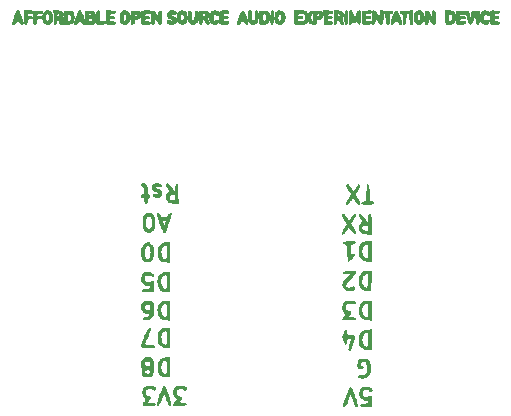
<source format=gbr>
G04 #@! TF.FileFunction,Legend,Top*
%FSLAX46Y46*%
G04 Gerber Fmt 4.6, Leading zero omitted, Abs format (unit mm)*
G04 Created by KiCad (PCBNEW 4.0.7-e0-6372~58~ubuntu16.04.1) date Sat Mar  2 19:42:23 2019*
%MOMM*%
%LPD*%
G01*
G04 APERTURE LIST*
%ADD10C,0.100000*%
%ADD11C,0.010000*%
%ADD12C,0.150000*%
G04 APERTURE END LIST*
D10*
D11*
G36*
X75386183Y-63581772D02*
X75417017Y-63603902D01*
X75421832Y-63610536D01*
X75428087Y-63622158D01*
X75433143Y-63637788D01*
X75437162Y-63660185D01*
X75440306Y-63692104D01*
X75442738Y-63736304D01*
X75444620Y-63795540D01*
X75446116Y-63872570D01*
X75447386Y-63970151D01*
X75448301Y-64059607D01*
X75452252Y-64474340D01*
X75684170Y-64480696D01*
X75781989Y-64484163D01*
X75857261Y-64488958D01*
X75912830Y-64495721D01*
X75951541Y-64505090D01*
X75976238Y-64517705D01*
X75989765Y-64534203D01*
X75994422Y-64550388D01*
X75989304Y-64592962D01*
X75960654Y-64629629D01*
X75908080Y-64660657D01*
X75831193Y-64686317D01*
X75780267Y-64697868D01*
X75714340Y-64708800D01*
X75640460Y-64717557D01*
X75566545Y-64723525D01*
X75500510Y-64726087D01*
X75450274Y-64724627D01*
X75444350Y-64723993D01*
X75365920Y-64711264D01*
X75304364Y-64694834D01*
X75263148Y-64675740D01*
X75252109Y-64666498D01*
X75244299Y-64655776D01*
X75238293Y-64640811D01*
X75233783Y-64618215D01*
X75230461Y-64584598D01*
X75228017Y-64536570D01*
X75226144Y-64470741D01*
X75224533Y-64383723D01*
X75224149Y-64359113D01*
X75223511Y-64241674D01*
X75225021Y-64124905D01*
X75228470Y-64012715D01*
X75233650Y-63909012D01*
X75240352Y-63817707D01*
X75248368Y-63742708D01*
X75257488Y-63687925D01*
X75260634Y-63675202D01*
X75282121Y-63628657D01*
X75313619Y-63596201D01*
X75350011Y-63579889D01*
X75386183Y-63581772D01*
X75386183Y-63581772D01*
G37*
X75386183Y-63581772D02*
X75417017Y-63603902D01*
X75421832Y-63610536D01*
X75428087Y-63622158D01*
X75433143Y-63637788D01*
X75437162Y-63660185D01*
X75440306Y-63692104D01*
X75442738Y-63736304D01*
X75444620Y-63795540D01*
X75446116Y-63872570D01*
X75447386Y-63970151D01*
X75448301Y-64059607D01*
X75452252Y-64474340D01*
X75684170Y-64480696D01*
X75781989Y-64484163D01*
X75857261Y-64488958D01*
X75912830Y-64495721D01*
X75951541Y-64505090D01*
X75976238Y-64517705D01*
X75989765Y-64534203D01*
X75994422Y-64550388D01*
X75989304Y-64592962D01*
X75960654Y-64629629D01*
X75908080Y-64660657D01*
X75831193Y-64686317D01*
X75780267Y-64697868D01*
X75714340Y-64708800D01*
X75640460Y-64717557D01*
X75566545Y-64723525D01*
X75500510Y-64726087D01*
X75450274Y-64724627D01*
X75444350Y-64723993D01*
X75365920Y-64711264D01*
X75304364Y-64694834D01*
X75263148Y-64675740D01*
X75252109Y-64666498D01*
X75244299Y-64655776D01*
X75238293Y-64640811D01*
X75233783Y-64618215D01*
X75230461Y-64584598D01*
X75228017Y-64536570D01*
X75226144Y-64470741D01*
X75224533Y-64383723D01*
X75224149Y-64359113D01*
X75223511Y-64241674D01*
X75225021Y-64124905D01*
X75228470Y-64012715D01*
X75233650Y-63909012D01*
X75240352Y-63817707D01*
X75248368Y-63742708D01*
X75257488Y-63687925D01*
X75260634Y-63675202D01*
X75282121Y-63628657D01*
X75313619Y-63596201D01*
X75350011Y-63579889D01*
X75386183Y-63581772D01*
G36*
X79600004Y-63579013D02*
X79706666Y-63580299D01*
X79804606Y-63582362D01*
X79886014Y-63585105D01*
X79895253Y-63585520D01*
X80104356Y-63595250D01*
X80265580Y-63853142D01*
X80311106Y-63925387D01*
X80352529Y-63990025D01*
X80387872Y-64044059D01*
X80415155Y-64084487D01*
X80432399Y-64108312D01*
X80437352Y-64113492D01*
X80441870Y-64102408D01*
X80447463Y-64070211D01*
X80453572Y-64021134D01*
X80459641Y-63959411D01*
X80462952Y-63919100D01*
X80471753Y-63819362D01*
X80481796Y-63742298D01*
X80494234Y-63685182D01*
X80510216Y-63645288D01*
X80530894Y-63619890D01*
X80557418Y-63606261D01*
X80590940Y-63601676D01*
X80597003Y-63601600D01*
X80628411Y-63602606D01*
X80654268Y-63607118D01*
X80675104Y-63617379D01*
X80691450Y-63635627D01*
X80703837Y-63664106D01*
X80712796Y-63705054D01*
X80718857Y-63760714D01*
X80722552Y-63833327D01*
X80724410Y-63925133D01*
X80724963Y-64038373D01*
X80724833Y-64141350D01*
X80724195Y-64270195D01*
X80722784Y-64376169D01*
X80720292Y-64461798D01*
X80716409Y-64529607D01*
X80710824Y-64582120D01*
X80703229Y-64621863D01*
X80693315Y-64651362D01*
X80680770Y-64673140D01*
X80665286Y-64689724D01*
X80656768Y-64696544D01*
X80622795Y-64711623D01*
X80584829Y-64708378D01*
X80541964Y-64685985D01*
X80493294Y-64643618D01*
X80437913Y-64580455D01*
X80374916Y-64495669D01*
X80303395Y-64388436D01*
X80283050Y-64356392D01*
X80156050Y-64154600D01*
X80148884Y-64357525D01*
X80145015Y-64445144D01*
X80140144Y-64511329D01*
X80133813Y-64560039D01*
X80125569Y-64595233D01*
X80119703Y-64611076D01*
X80085328Y-64672086D01*
X80045477Y-64708380D01*
X79999235Y-64720211D01*
X79945689Y-64707831D01*
X79888451Y-64674750D01*
X79842114Y-64644962D01*
X79808944Y-64632436D01*
X79784336Y-64636282D01*
X79767080Y-64651317D01*
X79741157Y-64673218D01*
X79701928Y-64690367D01*
X79646073Y-64703646D01*
X79570268Y-64713937D01*
X79511108Y-64719256D01*
X79451050Y-64723778D01*
X79400734Y-64727284D01*
X79365267Y-64729439D01*
X79349757Y-64729907D01*
X79349600Y-64729881D01*
X79334845Y-64728066D01*
X79301239Y-64724517D01*
X79255217Y-64719907D01*
X79240453Y-64718466D01*
X79171954Y-64710511D01*
X79118112Y-64699522D01*
X79077013Y-64682562D01*
X79046743Y-64656693D01*
X79025386Y-64618976D01*
X79011028Y-64566474D01*
X79001755Y-64496248D01*
X78995651Y-64405360D01*
X78993652Y-64360551D01*
X79298800Y-64360551D01*
X79310142Y-64411560D01*
X79343089Y-64450251D01*
X79387700Y-64472194D01*
X79409800Y-64476775D01*
X79451449Y-64483504D01*
X79506960Y-64491623D01*
X79570649Y-64500380D01*
X79636830Y-64509018D01*
X79699817Y-64516783D01*
X79753924Y-64522919D01*
X79793467Y-64526672D01*
X79802439Y-64527264D01*
X79815209Y-64526234D01*
X79823837Y-64518460D01*
X79829719Y-64499323D01*
X79834255Y-64464205D01*
X79838842Y-64408486D01*
X79838993Y-64406470D01*
X79841625Y-64347667D01*
X79842547Y-64270028D01*
X79841918Y-64180049D01*
X79839896Y-64084226D01*
X79836642Y-63989055D01*
X79832313Y-63901030D01*
X79827070Y-63826648D01*
X79824030Y-63795483D01*
X79816625Y-63729017D01*
X79784654Y-63754165D01*
X79755741Y-63772652D01*
X79719256Y-63786970D01*
X79670965Y-63798039D01*
X79606632Y-63806775D01*
X79522021Y-63814096D01*
X79501387Y-63815532D01*
X79435010Y-63820420D01*
X79389170Y-63825239D01*
X79359028Y-63831052D01*
X79339747Y-63838923D01*
X79326490Y-63849915D01*
X79322191Y-63854926D01*
X79307569Y-63886163D01*
X79299630Y-63928745D01*
X79299433Y-63971229D01*
X79308034Y-64002172D01*
X79308519Y-64002923D01*
X79330032Y-64022748D01*
X79366619Y-64037724D01*
X79421490Y-64048702D01*
X79497856Y-64056537D01*
X79514909Y-64057730D01*
X79594408Y-64064925D01*
X79651422Y-64075298D01*
X79688797Y-64090182D01*
X79709380Y-64110910D01*
X79716019Y-64138816D01*
X79715471Y-64151656D01*
X79699884Y-64190435D01*
X79661836Y-64217508D01*
X79601433Y-64232825D01*
X79537550Y-64236580D01*
X79462473Y-64239840D01*
X79397708Y-64248914D01*
X79347707Y-64262796D01*
X79316921Y-64280482D01*
X79311368Y-64287645D01*
X79303042Y-64315681D01*
X79298901Y-64354078D01*
X79298800Y-64360551D01*
X78993652Y-64360551D01*
X78992654Y-64338200D01*
X78989603Y-64263868D01*
X78986858Y-64198869D01*
X78984594Y-64147222D01*
X78982988Y-64112948D01*
X78982219Y-64100075D01*
X78970856Y-64094735D01*
X78949414Y-64104888D01*
X78924407Y-64126797D01*
X78913881Y-64139291D01*
X78875879Y-64175585D01*
X78818668Y-64213087D01*
X78748082Y-64248769D01*
X78669956Y-64279603D01*
X78607414Y-64298370D01*
X78540226Y-64317141D01*
X78493856Y-64335811D01*
X78464069Y-64358488D01*
X78446635Y-64389281D01*
X78437321Y-64432299D01*
X78433764Y-64466953D01*
X78423173Y-64543021D01*
X78404005Y-64600728D01*
X78373552Y-64646425D01*
X78345777Y-64673240D01*
X78294425Y-64706519D01*
X78248497Y-64715057D01*
X78207486Y-64698815D01*
X78171674Y-64658963D01*
X78165033Y-64646617D01*
X78159867Y-64630260D01*
X78156007Y-64606845D01*
X78153284Y-64573322D01*
X78151530Y-64526644D01*
X78150574Y-64463763D01*
X78150248Y-64381631D01*
X78150384Y-64277200D01*
X78150389Y-64275234D01*
X78151027Y-64172885D01*
X78152325Y-64069351D01*
X78154166Y-63970197D01*
X78154779Y-63946060D01*
X78414242Y-63946060D01*
X78415110Y-63984929D01*
X78424230Y-64003735D01*
X78464278Y-64034903D01*
X78515869Y-64051921D01*
X78571083Y-64054412D01*
X78621997Y-64042002D01*
X78660205Y-64014891D01*
X78683032Y-63981706D01*
X78687123Y-63951014D01*
X78673372Y-63912781D01*
X78669935Y-63905984D01*
X78637207Y-63865800D01*
X78592252Y-63840093D01*
X78542053Y-63830235D01*
X78493597Y-63837601D01*
X78453928Y-63863496D01*
X78427784Y-63902739D01*
X78414242Y-63946060D01*
X78154779Y-63946060D01*
X78156433Y-63880988D01*
X78159009Y-63807289D01*
X78161149Y-63764284D01*
X78170969Y-63603119D01*
X78241658Y-63594287D01*
X78278192Y-63591251D01*
X78334171Y-63588485D01*
X78403641Y-63586199D01*
X78480647Y-63584600D01*
X78535698Y-63584002D01*
X78625722Y-63583831D01*
X78694772Y-63585735D01*
X78747274Y-63591355D01*
X78787650Y-63602328D01*
X78820325Y-63620294D01*
X78849722Y-63646892D01*
X78880264Y-63683760D01*
X78908861Y-63722250D01*
X78973853Y-63811150D01*
X79000376Y-63723191D01*
X79013198Y-63681862D01*
X79025872Y-63649557D01*
X79041529Y-63625125D01*
X79063296Y-63607414D01*
X79094305Y-63595274D01*
X79137684Y-63587552D01*
X79196562Y-63583097D01*
X79274069Y-63580757D01*
X79373334Y-63579381D01*
X79391772Y-63579170D01*
X79492436Y-63578604D01*
X79600004Y-63579013D01*
X79600004Y-63579013D01*
G37*
X79600004Y-63579013D02*
X79706666Y-63580299D01*
X79804606Y-63582362D01*
X79886014Y-63585105D01*
X79895253Y-63585520D01*
X80104356Y-63595250D01*
X80265580Y-63853142D01*
X80311106Y-63925387D01*
X80352529Y-63990025D01*
X80387872Y-64044059D01*
X80415155Y-64084487D01*
X80432399Y-64108312D01*
X80437352Y-64113492D01*
X80441870Y-64102408D01*
X80447463Y-64070211D01*
X80453572Y-64021134D01*
X80459641Y-63959411D01*
X80462952Y-63919100D01*
X80471753Y-63819362D01*
X80481796Y-63742298D01*
X80494234Y-63685182D01*
X80510216Y-63645288D01*
X80530894Y-63619890D01*
X80557418Y-63606261D01*
X80590940Y-63601676D01*
X80597003Y-63601600D01*
X80628411Y-63602606D01*
X80654268Y-63607118D01*
X80675104Y-63617379D01*
X80691450Y-63635627D01*
X80703837Y-63664106D01*
X80712796Y-63705054D01*
X80718857Y-63760714D01*
X80722552Y-63833327D01*
X80724410Y-63925133D01*
X80724963Y-64038373D01*
X80724833Y-64141350D01*
X80724195Y-64270195D01*
X80722784Y-64376169D01*
X80720292Y-64461798D01*
X80716409Y-64529607D01*
X80710824Y-64582120D01*
X80703229Y-64621863D01*
X80693315Y-64651362D01*
X80680770Y-64673140D01*
X80665286Y-64689724D01*
X80656768Y-64696544D01*
X80622795Y-64711623D01*
X80584829Y-64708378D01*
X80541964Y-64685985D01*
X80493294Y-64643618D01*
X80437913Y-64580455D01*
X80374916Y-64495669D01*
X80303395Y-64388436D01*
X80283050Y-64356392D01*
X80156050Y-64154600D01*
X80148884Y-64357525D01*
X80145015Y-64445144D01*
X80140144Y-64511329D01*
X80133813Y-64560039D01*
X80125569Y-64595233D01*
X80119703Y-64611076D01*
X80085328Y-64672086D01*
X80045477Y-64708380D01*
X79999235Y-64720211D01*
X79945689Y-64707831D01*
X79888451Y-64674750D01*
X79842114Y-64644962D01*
X79808944Y-64632436D01*
X79784336Y-64636282D01*
X79767080Y-64651317D01*
X79741157Y-64673218D01*
X79701928Y-64690367D01*
X79646073Y-64703646D01*
X79570268Y-64713937D01*
X79511108Y-64719256D01*
X79451050Y-64723778D01*
X79400734Y-64727284D01*
X79365267Y-64729439D01*
X79349757Y-64729907D01*
X79349600Y-64729881D01*
X79334845Y-64728066D01*
X79301239Y-64724517D01*
X79255217Y-64719907D01*
X79240453Y-64718466D01*
X79171954Y-64710511D01*
X79118112Y-64699522D01*
X79077013Y-64682562D01*
X79046743Y-64656693D01*
X79025386Y-64618976D01*
X79011028Y-64566474D01*
X79001755Y-64496248D01*
X78995651Y-64405360D01*
X78993652Y-64360551D01*
X79298800Y-64360551D01*
X79310142Y-64411560D01*
X79343089Y-64450251D01*
X79387700Y-64472194D01*
X79409800Y-64476775D01*
X79451449Y-64483504D01*
X79506960Y-64491623D01*
X79570649Y-64500380D01*
X79636830Y-64509018D01*
X79699817Y-64516783D01*
X79753924Y-64522919D01*
X79793467Y-64526672D01*
X79802439Y-64527264D01*
X79815209Y-64526234D01*
X79823837Y-64518460D01*
X79829719Y-64499323D01*
X79834255Y-64464205D01*
X79838842Y-64408486D01*
X79838993Y-64406470D01*
X79841625Y-64347667D01*
X79842547Y-64270028D01*
X79841918Y-64180049D01*
X79839896Y-64084226D01*
X79836642Y-63989055D01*
X79832313Y-63901030D01*
X79827070Y-63826648D01*
X79824030Y-63795483D01*
X79816625Y-63729017D01*
X79784654Y-63754165D01*
X79755741Y-63772652D01*
X79719256Y-63786970D01*
X79670965Y-63798039D01*
X79606632Y-63806775D01*
X79522021Y-63814096D01*
X79501387Y-63815532D01*
X79435010Y-63820420D01*
X79389170Y-63825239D01*
X79359028Y-63831052D01*
X79339747Y-63838923D01*
X79326490Y-63849915D01*
X79322191Y-63854926D01*
X79307569Y-63886163D01*
X79299630Y-63928745D01*
X79299433Y-63971229D01*
X79308034Y-64002172D01*
X79308519Y-64002923D01*
X79330032Y-64022748D01*
X79366619Y-64037724D01*
X79421490Y-64048702D01*
X79497856Y-64056537D01*
X79514909Y-64057730D01*
X79594408Y-64064925D01*
X79651422Y-64075298D01*
X79688797Y-64090182D01*
X79709380Y-64110910D01*
X79716019Y-64138816D01*
X79715471Y-64151656D01*
X79699884Y-64190435D01*
X79661836Y-64217508D01*
X79601433Y-64232825D01*
X79537550Y-64236580D01*
X79462473Y-64239840D01*
X79397708Y-64248914D01*
X79347707Y-64262796D01*
X79316921Y-64280482D01*
X79311368Y-64287645D01*
X79303042Y-64315681D01*
X79298901Y-64354078D01*
X79298800Y-64360551D01*
X78993652Y-64360551D01*
X78992654Y-64338200D01*
X78989603Y-64263868D01*
X78986858Y-64198869D01*
X78984594Y-64147222D01*
X78982988Y-64112948D01*
X78982219Y-64100075D01*
X78970856Y-64094735D01*
X78949414Y-64104888D01*
X78924407Y-64126797D01*
X78913881Y-64139291D01*
X78875879Y-64175585D01*
X78818668Y-64213087D01*
X78748082Y-64248769D01*
X78669956Y-64279603D01*
X78607414Y-64298370D01*
X78540226Y-64317141D01*
X78493856Y-64335811D01*
X78464069Y-64358488D01*
X78446635Y-64389281D01*
X78437321Y-64432299D01*
X78433764Y-64466953D01*
X78423173Y-64543021D01*
X78404005Y-64600728D01*
X78373552Y-64646425D01*
X78345777Y-64673240D01*
X78294425Y-64706519D01*
X78248497Y-64715057D01*
X78207486Y-64698815D01*
X78171674Y-64658963D01*
X78165033Y-64646617D01*
X78159867Y-64630260D01*
X78156007Y-64606845D01*
X78153284Y-64573322D01*
X78151530Y-64526644D01*
X78150574Y-64463763D01*
X78150248Y-64381631D01*
X78150384Y-64277200D01*
X78150389Y-64275234D01*
X78151027Y-64172885D01*
X78152325Y-64069351D01*
X78154166Y-63970197D01*
X78154779Y-63946060D01*
X78414242Y-63946060D01*
X78415110Y-63984929D01*
X78424230Y-64003735D01*
X78464278Y-64034903D01*
X78515869Y-64051921D01*
X78571083Y-64054412D01*
X78621997Y-64042002D01*
X78660205Y-64014891D01*
X78683032Y-63981706D01*
X78687123Y-63951014D01*
X78673372Y-63912781D01*
X78669935Y-63905984D01*
X78637207Y-63865800D01*
X78592252Y-63840093D01*
X78542053Y-63830235D01*
X78493597Y-63837601D01*
X78453928Y-63863496D01*
X78427784Y-63902739D01*
X78414242Y-63946060D01*
X78154779Y-63946060D01*
X78156433Y-63880988D01*
X78159009Y-63807289D01*
X78161149Y-63764284D01*
X78170969Y-63603119D01*
X78241658Y-63594287D01*
X78278192Y-63591251D01*
X78334171Y-63588485D01*
X78403641Y-63586199D01*
X78480647Y-63584600D01*
X78535698Y-63584002D01*
X78625722Y-63583831D01*
X78694772Y-63585735D01*
X78747274Y-63591355D01*
X78787650Y-63602328D01*
X78820325Y-63620294D01*
X78849722Y-63646892D01*
X78880264Y-63683760D01*
X78908861Y-63722250D01*
X78973853Y-63811150D01*
X79000376Y-63723191D01*
X79013198Y-63681862D01*
X79025872Y-63649557D01*
X79041529Y-63625125D01*
X79063296Y-63607414D01*
X79094305Y-63595274D01*
X79137684Y-63587552D01*
X79196562Y-63583097D01*
X79274069Y-63580757D01*
X79373334Y-63579381D01*
X79391772Y-63579170D01*
X79492436Y-63578604D01*
X79600004Y-63579013D01*
G36*
X82611712Y-63581990D02*
X82691407Y-63611886D01*
X82757534Y-63662163D01*
X82810294Y-63733136D01*
X82849889Y-63825122D01*
X82876517Y-63938434D01*
X82890379Y-64073389D01*
X82892648Y-64161242D01*
X82887694Y-64284298D01*
X82872415Y-64386692D01*
X82847015Y-64467191D01*
X82839952Y-64482109D01*
X82798991Y-64542255D01*
X82740450Y-64601615D01*
X82671502Y-64653700D01*
X82616065Y-64684658D01*
X82539784Y-64711850D01*
X82466179Y-64719319D01*
X82392662Y-64706301D01*
X82316646Y-64672036D01*
X82235546Y-64615761D01*
X82161436Y-64550770D01*
X82053717Y-64448805D01*
X81966225Y-64543756D01*
X81892700Y-64614403D01*
X81818776Y-64664590D01*
X81737182Y-64698310D01*
X81648300Y-64718350D01*
X81600497Y-64725775D01*
X81566422Y-64729223D01*
X81535823Y-64728648D01*
X81498447Y-64724003D01*
X81457800Y-64717493D01*
X81369686Y-64694999D01*
X81296458Y-64659923D01*
X81240621Y-64614343D01*
X81204681Y-64560340D01*
X81191145Y-64499992D01*
X81191100Y-64496215D01*
X81200108Y-64444453D01*
X81227267Y-64409813D01*
X81272774Y-64392233D01*
X81336828Y-64391649D01*
X81419629Y-64408001D01*
X81447171Y-64415900D01*
X81518993Y-64432335D01*
X81583375Y-64437266D01*
X81638112Y-64432300D01*
X81681000Y-64419043D01*
X81709836Y-64399102D01*
X81722416Y-64374083D01*
X81716537Y-64345594D01*
X81689993Y-64315239D01*
X81640583Y-64284627D01*
X81632519Y-64280784D01*
X81583282Y-64261539D01*
X81532095Y-64246911D01*
X81508687Y-64242571D01*
X81453569Y-64234591D01*
X81415741Y-64225650D01*
X81387187Y-64212621D01*
X81359889Y-64192379D01*
X81343936Y-64178333D01*
X81296856Y-64120623D01*
X81266392Y-64046779D01*
X81251951Y-63955075D01*
X81250526Y-63906400D01*
X81256311Y-63806060D01*
X81274145Y-63726684D01*
X81305996Y-63666345D01*
X81353829Y-63623119D01*
X81419612Y-63595082D01*
X81505310Y-63580309D01*
X81587349Y-63576755D01*
X81695661Y-63580357D01*
X81782323Y-63592849D01*
X81849796Y-63615137D01*
X81900543Y-63648129D01*
X81937027Y-63692730D01*
X81945630Y-63708655D01*
X81960124Y-63742054D01*
X81962501Y-63764611D01*
X81953548Y-63787357D01*
X81951518Y-63791037D01*
X81930260Y-63819414D01*
X81900688Y-63839384D01*
X81858615Y-63852206D01*
X81799855Y-63859142D01*
X81720221Y-63861451D01*
X81717591Y-63861462D01*
X81650694Y-63862539D01*
X81603794Y-63865697D01*
X81571523Y-63871641D01*
X81548516Y-63881078D01*
X81542966Y-63884467D01*
X81519165Y-63903702D01*
X81508628Y-63919419D01*
X81508600Y-63919970D01*
X81520113Y-63944618D01*
X81551290Y-63971677D01*
X81597088Y-63997664D01*
X81652069Y-64018979D01*
X81755236Y-64056551D01*
X81839067Y-64100954D01*
X81909460Y-64156094D01*
X81972308Y-64225880D01*
X81980509Y-64236600D01*
X82002759Y-64261224D01*
X82020116Y-64271775D01*
X82024586Y-64270674D01*
X82029251Y-64254683D01*
X82034311Y-64218497D01*
X82039188Y-64167304D01*
X82040938Y-64141350D01*
X82353150Y-64141350D01*
X82354003Y-64217904D01*
X82356967Y-64274893D01*
X82362646Y-64318104D01*
X82371644Y-64353325D01*
X82376780Y-64367704D01*
X82404872Y-64419204D01*
X82440106Y-64446339D01*
X82482643Y-64449164D01*
X82532644Y-64427735D01*
X82538596Y-64423906D01*
X82571130Y-64393894D01*
X82602335Y-64351439D01*
X82613093Y-64332057D01*
X82635469Y-64265202D01*
X82645944Y-64184973D01*
X82644479Y-64100458D01*
X82631037Y-64020742D01*
X82614622Y-63972982D01*
X82579086Y-63910462D01*
X82538025Y-63865630D01*
X82494687Y-63839069D01*
X82452321Y-63831362D01*
X82414175Y-63843092D01*
X82383498Y-63874840D01*
X82363538Y-63927191D01*
X82363383Y-63927916D01*
X82359456Y-63959178D01*
X82356226Y-64009094D01*
X82354017Y-64070923D01*
X82353152Y-64137922D01*
X82353150Y-64141350D01*
X82040938Y-64141350D01*
X82043304Y-64106292D01*
X82043684Y-64099224D01*
X82048877Y-64016635D01*
X82055553Y-63953321D01*
X82065196Y-63903159D01*
X82079291Y-63860024D01*
X82099322Y-63817792D01*
X82121143Y-63779666D01*
X82183382Y-63699536D01*
X82262029Y-63638085D01*
X82355337Y-63596224D01*
X82461559Y-63574865D01*
X82518250Y-63572160D01*
X82611712Y-63581990D01*
X82611712Y-63581990D01*
G37*
X82611712Y-63581990D02*
X82691407Y-63611886D01*
X82757534Y-63662163D01*
X82810294Y-63733136D01*
X82849889Y-63825122D01*
X82876517Y-63938434D01*
X82890379Y-64073389D01*
X82892648Y-64161242D01*
X82887694Y-64284298D01*
X82872415Y-64386692D01*
X82847015Y-64467191D01*
X82839952Y-64482109D01*
X82798991Y-64542255D01*
X82740450Y-64601615D01*
X82671502Y-64653700D01*
X82616065Y-64684658D01*
X82539784Y-64711850D01*
X82466179Y-64719319D01*
X82392662Y-64706301D01*
X82316646Y-64672036D01*
X82235546Y-64615761D01*
X82161436Y-64550770D01*
X82053717Y-64448805D01*
X81966225Y-64543756D01*
X81892700Y-64614403D01*
X81818776Y-64664590D01*
X81737182Y-64698310D01*
X81648300Y-64718350D01*
X81600497Y-64725775D01*
X81566422Y-64729223D01*
X81535823Y-64728648D01*
X81498447Y-64724003D01*
X81457800Y-64717493D01*
X81369686Y-64694999D01*
X81296458Y-64659923D01*
X81240621Y-64614343D01*
X81204681Y-64560340D01*
X81191145Y-64499992D01*
X81191100Y-64496215D01*
X81200108Y-64444453D01*
X81227267Y-64409813D01*
X81272774Y-64392233D01*
X81336828Y-64391649D01*
X81419629Y-64408001D01*
X81447171Y-64415900D01*
X81518993Y-64432335D01*
X81583375Y-64437266D01*
X81638112Y-64432300D01*
X81681000Y-64419043D01*
X81709836Y-64399102D01*
X81722416Y-64374083D01*
X81716537Y-64345594D01*
X81689993Y-64315239D01*
X81640583Y-64284627D01*
X81632519Y-64280784D01*
X81583282Y-64261539D01*
X81532095Y-64246911D01*
X81508687Y-64242571D01*
X81453569Y-64234591D01*
X81415741Y-64225650D01*
X81387187Y-64212621D01*
X81359889Y-64192379D01*
X81343936Y-64178333D01*
X81296856Y-64120623D01*
X81266392Y-64046779D01*
X81251951Y-63955075D01*
X81250526Y-63906400D01*
X81256311Y-63806060D01*
X81274145Y-63726684D01*
X81305996Y-63666345D01*
X81353829Y-63623119D01*
X81419612Y-63595082D01*
X81505310Y-63580309D01*
X81587349Y-63576755D01*
X81695661Y-63580357D01*
X81782323Y-63592849D01*
X81849796Y-63615137D01*
X81900543Y-63648129D01*
X81937027Y-63692730D01*
X81945630Y-63708655D01*
X81960124Y-63742054D01*
X81962501Y-63764611D01*
X81953548Y-63787357D01*
X81951518Y-63791037D01*
X81930260Y-63819414D01*
X81900688Y-63839384D01*
X81858615Y-63852206D01*
X81799855Y-63859142D01*
X81720221Y-63861451D01*
X81717591Y-63861462D01*
X81650694Y-63862539D01*
X81603794Y-63865697D01*
X81571523Y-63871641D01*
X81548516Y-63881078D01*
X81542966Y-63884467D01*
X81519165Y-63903702D01*
X81508628Y-63919419D01*
X81508600Y-63919970D01*
X81520113Y-63944618D01*
X81551290Y-63971677D01*
X81597088Y-63997664D01*
X81652069Y-64018979D01*
X81755236Y-64056551D01*
X81839067Y-64100954D01*
X81909460Y-64156094D01*
X81972308Y-64225880D01*
X81980509Y-64236600D01*
X82002759Y-64261224D01*
X82020116Y-64271775D01*
X82024586Y-64270674D01*
X82029251Y-64254683D01*
X82034311Y-64218497D01*
X82039188Y-64167304D01*
X82040938Y-64141350D01*
X82353150Y-64141350D01*
X82354003Y-64217904D01*
X82356967Y-64274893D01*
X82362646Y-64318104D01*
X82371644Y-64353325D01*
X82376780Y-64367704D01*
X82404872Y-64419204D01*
X82440106Y-64446339D01*
X82482643Y-64449164D01*
X82532644Y-64427735D01*
X82538596Y-64423906D01*
X82571130Y-64393894D01*
X82602335Y-64351439D01*
X82613093Y-64332057D01*
X82635469Y-64265202D01*
X82645944Y-64184973D01*
X82644479Y-64100458D01*
X82631037Y-64020742D01*
X82614622Y-63972982D01*
X82579086Y-63910462D01*
X82538025Y-63865630D01*
X82494687Y-63839069D01*
X82452321Y-63831362D01*
X82414175Y-63843092D01*
X82383498Y-63874840D01*
X82363538Y-63927191D01*
X82363383Y-63927916D01*
X82359456Y-63959178D01*
X82356226Y-64009094D01*
X82354017Y-64070923D01*
X82353152Y-64137922D01*
X82353150Y-64141350D01*
X82040938Y-64141350D01*
X82043304Y-64106292D01*
X82043684Y-64099224D01*
X82048877Y-64016635D01*
X82055553Y-63953321D01*
X82065196Y-63903159D01*
X82079291Y-63860024D01*
X82099322Y-63817792D01*
X82121143Y-63779666D01*
X82183382Y-63699536D01*
X82262029Y-63638085D01*
X82355337Y-63596224D01*
X82461559Y-63574865D01*
X82518250Y-63572160D01*
X82611712Y-63581990D01*
G36*
X85384761Y-63585082D02*
X85467709Y-63627382D01*
X85515141Y-63665931D01*
X85549702Y-63696825D01*
X85578357Y-63719208D01*
X85595268Y-63728551D01*
X85595892Y-63728600D01*
X85610638Y-63718699D01*
X85631729Y-63693546D01*
X85643062Y-63676829D01*
X85679992Y-63633310D01*
X85721507Y-63605937D01*
X85764615Y-63593669D01*
X85827436Y-63583326D01*
X85904332Y-63575281D01*
X85989662Y-63569902D01*
X86077788Y-63567561D01*
X86163071Y-63568628D01*
X86229788Y-63572549D01*
X86304343Y-63580275D01*
X86357131Y-63589934D01*
X86391788Y-63603716D01*
X86411944Y-63623814D01*
X86421235Y-63652420D01*
X86423305Y-63689293D01*
X86421273Y-63727467D01*
X86416378Y-63755441D01*
X86413780Y-63761623D01*
X86395122Y-63779602D01*
X86364190Y-63793104D01*
X86317523Y-63802915D01*
X86251663Y-63809823D01*
X86184693Y-63813703D01*
X86102140Y-63818602D01*
X86041435Y-63825604D01*
X85999044Y-63835990D01*
X85971427Y-63851041D01*
X85955049Y-63872038D01*
X85946421Y-63899998D01*
X85941103Y-63949701D01*
X85947938Y-63987551D01*
X85969461Y-64015383D01*
X86008205Y-64035034D01*
X86066705Y-64048338D01*
X86147494Y-64057131D01*
X86165105Y-64058412D01*
X86229357Y-64063172D01*
X86273417Y-64067863D01*
X86302454Y-64073763D01*
X86321642Y-64082152D01*
X86336150Y-64094307D01*
X86343559Y-64102537D01*
X86363125Y-64128225D01*
X86372548Y-64146373D01*
X86372700Y-64147700D01*
X86365106Y-64164103D01*
X86346529Y-64189350D01*
X86343559Y-64192862D01*
X86329334Y-64207569D01*
X86313088Y-64217788D01*
X86289599Y-64224820D01*
X86253647Y-64229967D01*
X86200012Y-64234530D01*
X86167110Y-64236850D01*
X86090939Y-64243189D01*
X86035984Y-64250925D01*
X85998063Y-64261287D01*
X85972992Y-64275506D01*
X85956588Y-64294812D01*
X85953891Y-64299556D01*
X85941954Y-64340963D01*
X85943113Y-64387251D01*
X85956407Y-64426938D01*
X85965591Y-64439091D01*
X85981105Y-64451805D01*
X86001347Y-64461415D01*
X86030379Y-64468629D01*
X86072260Y-64474157D01*
X86131054Y-64478710D01*
X86210820Y-64482996D01*
X86219070Y-64483388D01*
X86302475Y-64489521D01*
X86362614Y-64499751D01*
X86401464Y-64515385D01*
X86421005Y-64537727D01*
X86423215Y-64568085D01*
X86410073Y-64607764D01*
X86409492Y-64609048D01*
X86380457Y-64644299D01*
X86330635Y-64673860D01*
X86264100Y-64697239D01*
X86184927Y-64713941D01*
X86097192Y-64723472D01*
X86004970Y-64725338D01*
X85912336Y-64719045D01*
X85823365Y-64704099D01*
X85763020Y-64687423D01*
X85708186Y-64661305D01*
X85664817Y-64625435D01*
X85638583Y-64585071D01*
X85634004Y-64567794D01*
X85626386Y-64542481D01*
X85611217Y-64534800D01*
X85585939Y-64545319D01*
X85547995Y-64574606D01*
X85529447Y-64591025D01*
X85485871Y-64627478D01*
X85440581Y-64660624D01*
X85405043Y-64682353D01*
X85344721Y-64703640D01*
X85272231Y-64715390D01*
X85199394Y-64716414D01*
X85147150Y-64708268D01*
X85059032Y-64672181D01*
X84976228Y-64615269D01*
X84903654Y-64542106D01*
X84846223Y-64457265D01*
X84822392Y-64406064D01*
X84809566Y-64368435D01*
X84800282Y-64327670D01*
X84793676Y-64277767D01*
X84788881Y-64212721D01*
X84786109Y-64154233D01*
X84785531Y-64140068D01*
X85090250Y-64140068D01*
X85093761Y-64221706D01*
X85104346Y-64298192D01*
X85121938Y-64363636D01*
X85146473Y-64412148D01*
X85154226Y-64421522D01*
X85193741Y-64447304D01*
X85238401Y-64449721D01*
X85281962Y-64428993D01*
X85320512Y-64402302D01*
X85359000Y-64384545D01*
X85405757Y-64372896D01*
X85469115Y-64364530D01*
X85473316Y-64364102D01*
X85535248Y-64356189D01*
X85578175Y-64344209D01*
X85605810Y-64323815D01*
X85621869Y-64290663D01*
X85630065Y-64240410D01*
X85633813Y-64176375D01*
X85634835Y-64101364D01*
X85630723Y-64047071D01*
X85621153Y-64009273D01*
X85620886Y-64008613D01*
X85608737Y-63982643D01*
X85594502Y-63970188D01*
X85569687Y-63967013D01*
X85539724Y-63968135D01*
X85505916Y-63968042D01*
X85474198Y-63962324D01*
X85437485Y-63948747D01*
X85388692Y-63925076D01*
X85366603Y-63913546D01*
X85292463Y-63878173D01*
X85234644Y-63859495D01*
X85190665Y-63857127D01*
X85158045Y-63870687D01*
X85148236Y-63879799D01*
X85122805Y-63923143D01*
X85104707Y-63984897D01*
X85093877Y-64059168D01*
X85090250Y-64140068D01*
X84785531Y-64140068D01*
X84778850Y-63976616D01*
X84720335Y-64058983D01*
X84673719Y-64126716D01*
X84642399Y-64180504D01*
X84625782Y-64226221D01*
X84623274Y-64269739D01*
X84634282Y-64316931D01*
X84658214Y-64373669D01*
X84683434Y-64424354D01*
X84710732Y-64481596D01*
X84733755Y-64537079D01*
X84749495Y-64583156D01*
X84754488Y-64605091D01*
X84757438Y-64643281D01*
X84751217Y-64667564D01*
X84733023Y-64688623D01*
X84732429Y-64689165D01*
X84689717Y-64718181D01*
X84647679Y-64723978D01*
X84613145Y-64713942D01*
X84571502Y-64686373D01*
X84524449Y-64639117D01*
X84475455Y-64576282D01*
X84427989Y-64501980D01*
X84415504Y-64479789D01*
X84363187Y-64388248D01*
X84318737Y-64320384D01*
X84281333Y-64276006D01*
X84250154Y-64254922D01*
X84224377Y-64256941D01*
X84203182Y-64281873D01*
X84185746Y-64329527D01*
X84171249Y-64399710D01*
X84167778Y-64422185D01*
X84151346Y-64519001D01*
X84133349Y-64593190D01*
X84112902Y-64647518D01*
X84089121Y-64684748D01*
X84081178Y-64693022D01*
X84044640Y-64715694D01*
X84010721Y-64713247D01*
X83980220Y-64685895D01*
X83966050Y-64662050D01*
X83958153Y-64644593D01*
X83952099Y-64625506D01*
X83947659Y-64601349D01*
X83944606Y-64568688D01*
X83942713Y-64524084D01*
X83941752Y-64464101D01*
X83941496Y-64385302D01*
X83941686Y-64293750D01*
X83942417Y-64192811D01*
X83943883Y-64087857D01*
X83945941Y-63985547D01*
X83947245Y-63937181D01*
X84175019Y-63937181D01*
X84181078Y-63987190D01*
X84195370Y-64017874D01*
X84224932Y-64039300D01*
X84269628Y-64046202D01*
X84323721Y-64038531D01*
X84375136Y-64019399D01*
X84422273Y-63987233D01*
X84453594Y-63946806D01*
X84467029Y-63903291D01*
X84460506Y-63861856D01*
X84446681Y-63840725D01*
X84429632Y-63828010D01*
X84403037Y-63820797D01*
X84360583Y-63817808D01*
X84331804Y-63817500D01*
X84281307Y-63818503D01*
X84248666Y-63822760D01*
X84226374Y-63832142D01*
X84206922Y-63848522D01*
X84206772Y-63848672D01*
X84183822Y-63887464D01*
X84175019Y-63937181D01*
X83947245Y-63937181D01*
X83948449Y-63892541D01*
X83951264Y-63815499D01*
X83952494Y-63789678D01*
X83962265Y-63603107D01*
X84031122Y-63594503D01*
X84066902Y-63591546D01*
X84122221Y-63588823D01*
X84191219Y-63586537D01*
X84268035Y-63584895D01*
X84325115Y-63584225D01*
X84416493Y-63583914D01*
X84486851Y-63585768D01*
X84540568Y-63591662D01*
X84582023Y-63603469D01*
X84615592Y-63623063D01*
X84645657Y-63652318D01*
X84676593Y-63693108D01*
X84712781Y-63747306D01*
X84715350Y-63751231D01*
X84746646Y-63798236D01*
X84772928Y-63836163D01*
X84791123Y-63860676D01*
X84797900Y-63867729D01*
X84807940Y-63858291D01*
X84828711Y-63833295D01*
X84856070Y-63797774D01*
X84861400Y-63790617D01*
X84927131Y-63711197D01*
X84991986Y-63653047D01*
X85060258Y-63612565D01*
X85087200Y-63601362D01*
X85194083Y-63572008D01*
X85293411Y-63566602D01*
X85384761Y-63585082D01*
X85384761Y-63585082D01*
G37*
X85384761Y-63585082D02*
X85467709Y-63627382D01*
X85515141Y-63665931D01*
X85549702Y-63696825D01*
X85578357Y-63719208D01*
X85595268Y-63728551D01*
X85595892Y-63728600D01*
X85610638Y-63718699D01*
X85631729Y-63693546D01*
X85643062Y-63676829D01*
X85679992Y-63633310D01*
X85721507Y-63605937D01*
X85764615Y-63593669D01*
X85827436Y-63583326D01*
X85904332Y-63575281D01*
X85989662Y-63569902D01*
X86077788Y-63567561D01*
X86163071Y-63568628D01*
X86229788Y-63572549D01*
X86304343Y-63580275D01*
X86357131Y-63589934D01*
X86391788Y-63603716D01*
X86411944Y-63623814D01*
X86421235Y-63652420D01*
X86423305Y-63689293D01*
X86421273Y-63727467D01*
X86416378Y-63755441D01*
X86413780Y-63761623D01*
X86395122Y-63779602D01*
X86364190Y-63793104D01*
X86317523Y-63802915D01*
X86251663Y-63809823D01*
X86184693Y-63813703D01*
X86102140Y-63818602D01*
X86041435Y-63825604D01*
X85999044Y-63835990D01*
X85971427Y-63851041D01*
X85955049Y-63872038D01*
X85946421Y-63899998D01*
X85941103Y-63949701D01*
X85947938Y-63987551D01*
X85969461Y-64015383D01*
X86008205Y-64035034D01*
X86066705Y-64048338D01*
X86147494Y-64057131D01*
X86165105Y-64058412D01*
X86229357Y-64063172D01*
X86273417Y-64067863D01*
X86302454Y-64073763D01*
X86321642Y-64082152D01*
X86336150Y-64094307D01*
X86343559Y-64102537D01*
X86363125Y-64128225D01*
X86372548Y-64146373D01*
X86372700Y-64147700D01*
X86365106Y-64164103D01*
X86346529Y-64189350D01*
X86343559Y-64192862D01*
X86329334Y-64207569D01*
X86313088Y-64217788D01*
X86289599Y-64224820D01*
X86253647Y-64229967D01*
X86200012Y-64234530D01*
X86167110Y-64236850D01*
X86090939Y-64243189D01*
X86035984Y-64250925D01*
X85998063Y-64261287D01*
X85972992Y-64275506D01*
X85956588Y-64294812D01*
X85953891Y-64299556D01*
X85941954Y-64340963D01*
X85943113Y-64387251D01*
X85956407Y-64426938D01*
X85965591Y-64439091D01*
X85981105Y-64451805D01*
X86001347Y-64461415D01*
X86030379Y-64468629D01*
X86072260Y-64474157D01*
X86131054Y-64478710D01*
X86210820Y-64482996D01*
X86219070Y-64483388D01*
X86302475Y-64489521D01*
X86362614Y-64499751D01*
X86401464Y-64515385D01*
X86421005Y-64537727D01*
X86423215Y-64568085D01*
X86410073Y-64607764D01*
X86409492Y-64609048D01*
X86380457Y-64644299D01*
X86330635Y-64673860D01*
X86264100Y-64697239D01*
X86184927Y-64713941D01*
X86097192Y-64723472D01*
X86004970Y-64725338D01*
X85912336Y-64719045D01*
X85823365Y-64704099D01*
X85763020Y-64687423D01*
X85708186Y-64661305D01*
X85664817Y-64625435D01*
X85638583Y-64585071D01*
X85634004Y-64567794D01*
X85626386Y-64542481D01*
X85611217Y-64534800D01*
X85585939Y-64545319D01*
X85547995Y-64574606D01*
X85529447Y-64591025D01*
X85485871Y-64627478D01*
X85440581Y-64660624D01*
X85405043Y-64682353D01*
X85344721Y-64703640D01*
X85272231Y-64715390D01*
X85199394Y-64716414D01*
X85147150Y-64708268D01*
X85059032Y-64672181D01*
X84976228Y-64615269D01*
X84903654Y-64542106D01*
X84846223Y-64457265D01*
X84822392Y-64406064D01*
X84809566Y-64368435D01*
X84800282Y-64327670D01*
X84793676Y-64277767D01*
X84788881Y-64212721D01*
X84786109Y-64154233D01*
X84785531Y-64140068D01*
X85090250Y-64140068D01*
X85093761Y-64221706D01*
X85104346Y-64298192D01*
X85121938Y-64363636D01*
X85146473Y-64412148D01*
X85154226Y-64421522D01*
X85193741Y-64447304D01*
X85238401Y-64449721D01*
X85281962Y-64428993D01*
X85320512Y-64402302D01*
X85359000Y-64384545D01*
X85405757Y-64372896D01*
X85469115Y-64364530D01*
X85473316Y-64364102D01*
X85535248Y-64356189D01*
X85578175Y-64344209D01*
X85605810Y-64323815D01*
X85621869Y-64290663D01*
X85630065Y-64240410D01*
X85633813Y-64176375D01*
X85634835Y-64101364D01*
X85630723Y-64047071D01*
X85621153Y-64009273D01*
X85620886Y-64008613D01*
X85608737Y-63982643D01*
X85594502Y-63970188D01*
X85569687Y-63967013D01*
X85539724Y-63968135D01*
X85505916Y-63968042D01*
X85474198Y-63962324D01*
X85437485Y-63948747D01*
X85388692Y-63925076D01*
X85366603Y-63913546D01*
X85292463Y-63878173D01*
X85234644Y-63859495D01*
X85190665Y-63857127D01*
X85158045Y-63870687D01*
X85148236Y-63879799D01*
X85122805Y-63923143D01*
X85104707Y-63984897D01*
X85093877Y-64059168D01*
X85090250Y-64140068D01*
X84785531Y-64140068D01*
X84778850Y-63976616D01*
X84720335Y-64058983D01*
X84673719Y-64126716D01*
X84642399Y-64180504D01*
X84625782Y-64226221D01*
X84623274Y-64269739D01*
X84634282Y-64316931D01*
X84658214Y-64373669D01*
X84683434Y-64424354D01*
X84710732Y-64481596D01*
X84733755Y-64537079D01*
X84749495Y-64583156D01*
X84754488Y-64605091D01*
X84757438Y-64643281D01*
X84751217Y-64667564D01*
X84733023Y-64688623D01*
X84732429Y-64689165D01*
X84689717Y-64718181D01*
X84647679Y-64723978D01*
X84613145Y-64713942D01*
X84571502Y-64686373D01*
X84524449Y-64639117D01*
X84475455Y-64576282D01*
X84427989Y-64501980D01*
X84415504Y-64479789D01*
X84363187Y-64388248D01*
X84318737Y-64320384D01*
X84281333Y-64276006D01*
X84250154Y-64254922D01*
X84224377Y-64256941D01*
X84203182Y-64281873D01*
X84185746Y-64329527D01*
X84171249Y-64399710D01*
X84167778Y-64422185D01*
X84151346Y-64519001D01*
X84133349Y-64593190D01*
X84112902Y-64647518D01*
X84089121Y-64684748D01*
X84081178Y-64693022D01*
X84044640Y-64715694D01*
X84010721Y-64713247D01*
X83980220Y-64685895D01*
X83966050Y-64662050D01*
X83958153Y-64644593D01*
X83952099Y-64625506D01*
X83947659Y-64601349D01*
X83944606Y-64568688D01*
X83942713Y-64524084D01*
X83941752Y-64464101D01*
X83941496Y-64385302D01*
X83941686Y-64293750D01*
X83942417Y-64192811D01*
X83943883Y-64087857D01*
X83945941Y-63985547D01*
X83947245Y-63937181D01*
X84175019Y-63937181D01*
X84181078Y-63987190D01*
X84195370Y-64017874D01*
X84224932Y-64039300D01*
X84269628Y-64046202D01*
X84323721Y-64038531D01*
X84375136Y-64019399D01*
X84422273Y-63987233D01*
X84453594Y-63946806D01*
X84467029Y-63903291D01*
X84460506Y-63861856D01*
X84446681Y-63840725D01*
X84429632Y-63828010D01*
X84403037Y-63820797D01*
X84360583Y-63817808D01*
X84331804Y-63817500D01*
X84281307Y-63818503D01*
X84248666Y-63822760D01*
X84226374Y-63832142D01*
X84206922Y-63848522D01*
X84206772Y-63848672D01*
X84183822Y-63887464D01*
X84175019Y-63937181D01*
X83947245Y-63937181D01*
X83948449Y-63892541D01*
X83951264Y-63815499D01*
X83952494Y-63789678D01*
X83962265Y-63603107D01*
X84031122Y-63594503D01*
X84066902Y-63591546D01*
X84122221Y-63588823D01*
X84191219Y-63586537D01*
X84268035Y-63584895D01*
X84325115Y-63584225D01*
X84416493Y-63583914D01*
X84486851Y-63585768D01*
X84540568Y-63591662D01*
X84582023Y-63603469D01*
X84615592Y-63623063D01*
X84645657Y-63652318D01*
X84676593Y-63693108D01*
X84712781Y-63747306D01*
X84715350Y-63751231D01*
X84746646Y-63798236D01*
X84772928Y-63836163D01*
X84791123Y-63860676D01*
X84797900Y-63867729D01*
X84807940Y-63858291D01*
X84828711Y-63833295D01*
X84856070Y-63797774D01*
X84861400Y-63790617D01*
X84927131Y-63711197D01*
X84991986Y-63653047D01*
X85060258Y-63612565D01*
X85087200Y-63601362D01*
X85194083Y-63572008D01*
X85293411Y-63566602D01*
X85384761Y-63585082D01*
G36*
X87637002Y-63604033D02*
X87675861Y-63629053D01*
X87715863Y-63677958D01*
X87757989Y-63750943D01*
X87803220Y-63848205D01*
X87852538Y-63969940D01*
X87881281Y-64046100D01*
X87936839Y-64202087D01*
X87979848Y-64336019D01*
X88010317Y-64447922D01*
X88028251Y-64537820D01*
X88032485Y-64574094D01*
X88035723Y-64621395D01*
X88034818Y-64650678D01*
X88028045Y-64669209D01*
X88013679Y-64684254D01*
X88004601Y-64691569D01*
X87975710Y-64710351D01*
X87952353Y-64719115D01*
X87950783Y-64719200D01*
X87934177Y-64710795D01*
X87904579Y-64688170D01*
X87866815Y-64655205D01*
X87841118Y-64630987D01*
X87772566Y-64569797D01*
X87711413Y-64527984D01*
X87652400Y-64502907D01*
X87590264Y-64491924D01*
X87562109Y-64490878D01*
X87496396Y-64496373D01*
X87446928Y-64515981D01*
X87407564Y-64553537D01*
X87374694Y-64607816D01*
X87350734Y-64649264D01*
X87325990Y-64683001D01*
X87309272Y-64699031D01*
X87267086Y-64718670D01*
X87224382Y-64726609D01*
X87198200Y-64723154D01*
X87158732Y-64697585D01*
X87137185Y-64660868D01*
X87134700Y-64642452D01*
X87139656Y-64602424D01*
X87153715Y-64542742D01*
X87175664Y-64466962D01*
X87204288Y-64378641D01*
X87238375Y-64281336D01*
X87276710Y-64178602D01*
X87283375Y-64161749D01*
X87534604Y-64161749D01*
X87536376Y-64197418D01*
X87557317Y-64223304D01*
X87592070Y-64236237D01*
X87635281Y-64233046D01*
X87648011Y-64228891D01*
X87661760Y-64211640D01*
X87667690Y-64178622D01*
X87666764Y-64137241D01*
X87659943Y-64094899D01*
X87648191Y-64059000D01*
X87632470Y-64036946D01*
X87622587Y-64033400D01*
X87604713Y-64043864D01*
X87581805Y-64070420D01*
X87558837Y-64105814D01*
X87540780Y-64142792D01*
X87534604Y-64161749D01*
X87283375Y-64161749D01*
X87318080Y-64073997D01*
X87361271Y-63971076D01*
X87372883Y-63944500D01*
X87425497Y-63830332D01*
X87473364Y-63738873D01*
X87517467Y-63670317D01*
X87558787Y-63624861D01*
X87598305Y-63602701D01*
X87637002Y-63604033D01*
X87637002Y-63604033D01*
G37*
X87637002Y-63604033D02*
X87675861Y-63629053D01*
X87715863Y-63677958D01*
X87757989Y-63750943D01*
X87803220Y-63848205D01*
X87852538Y-63969940D01*
X87881281Y-64046100D01*
X87936839Y-64202087D01*
X87979848Y-64336019D01*
X88010317Y-64447922D01*
X88028251Y-64537820D01*
X88032485Y-64574094D01*
X88035723Y-64621395D01*
X88034818Y-64650678D01*
X88028045Y-64669209D01*
X88013679Y-64684254D01*
X88004601Y-64691569D01*
X87975710Y-64710351D01*
X87952353Y-64719115D01*
X87950783Y-64719200D01*
X87934177Y-64710795D01*
X87904579Y-64688170D01*
X87866815Y-64655205D01*
X87841118Y-64630987D01*
X87772566Y-64569797D01*
X87711413Y-64527984D01*
X87652400Y-64502907D01*
X87590264Y-64491924D01*
X87562109Y-64490878D01*
X87496396Y-64496373D01*
X87446928Y-64515981D01*
X87407564Y-64553537D01*
X87374694Y-64607816D01*
X87350734Y-64649264D01*
X87325990Y-64683001D01*
X87309272Y-64699031D01*
X87267086Y-64718670D01*
X87224382Y-64726609D01*
X87198200Y-64723154D01*
X87158732Y-64697585D01*
X87137185Y-64660868D01*
X87134700Y-64642452D01*
X87139656Y-64602424D01*
X87153715Y-64542742D01*
X87175664Y-64466962D01*
X87204288Y-64378641D01*
X87238375Y-64281336D01*
X87276710Y-64178602D01*
X87283375Y-64161749D01*
X87534604Y-64161749D01*
X87536376Y-64197418D01*
X87557317Y-64223304D01*
X87592070Y-64236237D01*
X87635281Y-64233046D01*
X87648011Y-64228891D01*
X87661760Y-64211640D01*
X87667690Y-64178622D01*
X87666764Y-64137241D01*
X87659943Y-64094899D01*
X87648191Y-64059000D01*
X87632470Y-64036946D01*
X87622587Y-64033400D01*
X87604713Y-64043864D01*
X87581805Y-64070420D01*
X87558837Y-64105814D01*
X87540780Y-64142792D01*
X87534604Y-64161749D01*
X87283375Y-64161749D01*
X87318080Y-64073997D01*
X87361271Y-63971076D01*
X87372883Y-63944500D01*
X87425497Y-63830332D01*
X87473364Y-63738873D01*
X87517467Y-63670317D01*
X87558787Y-63624861D01*
X87598305Y-63602701D01*
X87637002Y-63604033D01*
G36*
X89543036Y-63585034D02*
X89594723Y-63589208D01*
X89633709Y-63598173D01*
X89664228Y-63613516D01*
X89690511Y-63636823D01*
X89716792Y-63669682D01*
X89747305Y-63713678D01*
X89753659Y-63723030D01*
X89825223Y-63846562D01*
X89872805Y-63970791D01*
X89896077Y-64094378D01*
X89894710Y-64215988D01*
X89886814Y-64265640D01*
X89854873Y-64382926D01*
X89810845Y-64479174D01*
X89753877Y-64556127D01*
X89735958Y-64574017D01*
X89662681Y-64629586D01*
X89573668Y-64676649D01*
X89478291Y-64710520D01*
X89448649Y-64717661D01*
X89396416Y-64725312D01*
X89333764Y-64729538D01*
X89269346Y-64730268D01*
X89211818Y-64727429D01*
X89169834Y-64720947D01*
X89166617Y-64720033D01*
X89128199Y-64707125D01*
X89095900Y-64692294D01*
X89069260Y-64673392D01*
X89047819Y-64648271D01*
X89031115Y-64614781D01*
X89018687Y-64570774D01*
X89010075Y-64514100D01*
X89004817Y-64442611D01*
X89002452Y-64354159D01*
X89002521Y-64246594D01*
X89003870Y-64161379D01*
X89296253Y-64161379D01*
X89296708Y-64240525D01*
X89300165Y-64308285D01*
X89304159Y-64342878D01*
X89317320Y-64406023D01*
X89334850Y-64446905D01*
X89359369Y-64468601D01*
X89393496Y-64474189D01*
X89414113Y-64472045D01*
X89458211Y-64460810D01*
X89498754Y-64444097D01*
X89502735Y-64441878D01*
X89535411Y-64419116D01*
X89559256Y-64391888D01*
X89575562Y-64356039D01*
X89585619Y-64307413D01*
X89590718Y-64241857D01*
X89592149Y-64155214D01*
X89592150Y-64154050D01*
X89591852Y-64082327D01*
X89590480Y-64030673D01*
X89587310Y-63993758D01*
X89581621Y-63966251D01*
X89572692Y-63942824D01*
X89560331Y-63919100D01*
X89516471Y-63863555D01*
X89459177Y-63829490D01*
X89389512Y-63817530D01*
X89387282Y-63817519D01*
X89355681Y-63818695D01*
X89338253Y-63826545D01*
X89327769Y-63847508D01*
X89319582Y-63877825D01*
X89310464Y-63929069D01*
X89303375Y-63998306D01*
X89298556Y-64078191D01*
X89296253Y-64161379D01*
X89003870Y-64161379D01*
X89004561Y-64117767D01*
X89007763Y-63979427D01*
X89017172Y-63603068D01*
X89082411Y-63594975D01*
X89116326Y-63592240D01*
X89170123Y-63589649D01*
X89238283Y-63587392D01*
X89315289Y-63585654D01*
X89384626Y-63584716D01*
X89474415Y-63584066D01*
X89543036Y-63585034D01*
X89543036Y-63585034D01*
G37*
X89543036Y-63585034D02*
X89594723Y-63589208D01*
X89633709Y-63598173D01*
X89664228Y-63613516D01*
X89690511Y-63636823D01*
X89716792Y-63669682D01*
X89747305Y-63713678D01*
X89753659Y-63723030D01*
X89825223Y-63846562D01*
X89872805Y-63970791D01*
X89896077Y-64094378D01*
X89894710Y-64215988D01*
X89886814Y-64265640D01*
X89854873Y-64382926D01*
X89810845Y-64479174D01*
X89753877Y-64556127D01*
X89735958Y-64574017D01*
X89662681Y-64629586D01*
X89573668Y-64676649D01*
X89478291Y-64710520D01*
X89448649Y-64717661D01*
X89396416Y-64725312D01*
X89333764Y-64729538D01*
X89269346Y-64730268D01*
X89211818Y-64727429D01*
X89169834Y-64720947D01*
X89166617Y-64720033D01*
X89128199Y-64707125D01*
X89095900Y-64692294D01*
X89069260Y-64673392D01*
X89047819Y-64648271D01*
X89031115Y-64614781D01*
X89018687Y-64570774D01*
X89010075Y-64514100D01*
X89004817Y-64442611D01*
X89002452Y-64354159D01*
X89002521Y-64246594D01*
X89003870Y-64161379D01*
X89296253Y-64161379D01*
X89296708Y-64240525D01*
X89300165Y-64308285D01*
X89304159Y-64342878D01*
X89317320Y-64406023D01*
X89334850Y-64446905D01*
X89359369Y-64468601D01*
X89393496Y-64474189D01*
X89414113Y-64472045D01*
X89458211Y-64460810D01*
X89498754Y-64444097D01*
X89502735Y-64441878D01*
X89535411Y-64419116D01*
X89559256Y-64391888D01*
X89575562Y-64356039D01*
X89585619Y-64307413D01*
X89590718Y-64241857D01*
X89592149Y-64155214D01*
X89592150Y-64154050D01*
X89591852Y-64082327D01*
X89590480Y-64030673D01*
X89587310Y-63993758D01*
X89581621Y-63966251D01*
X89572692Y-63942824D01*
X89560331Y-63919100D01*
X89516471Y-63863555D01*
X89459177Y-63829490D01*
X89389512Y-63817530D01*
X89387282Y-63817519D01*
X89355681Y-63818695D01*
X89338253Y-63826545D01*
X89327769Y-63847508D01*
X89319582Y-63877825D01*
X89310464Y-63929069D01*
X89303375Y-63998306D01*
X89298556Y-64078191D01*
X89296253Y-64161379D01*
X89003870Y-64161379D01*
X89004561Y-64117767D01*
X89007763Y-63979427D01*
X89017172Y-63603068D01*
X89082411Y-63594975D01*
X89116326Y-63592240D01*
X89170123Y-63589649D01*
X89238283Y-63587392D01*
X89315289Y-63585654D01*
X89384626Y-63584716D01*
X89474415Y-63584066D01*
X89543036Y-63585034D01*
G36*
X90827827Y-63583154D02*
X90922497Y-63615335D01*
X91003413Y-63668765D01*
X91070391Y-63743277D01*
X91123249Y-63838701D01*
X91161804Y-63954870D01*
X91168688Y-63984781D01*
X91180815Y-64074813D01*
X91182443Y-64173704D01*
X91174059Y-64271510D01*
X91156147Y-64358286D01*
X91149419Y-64379458D01*
X91103684Y-64479981D01*
X91043327Y-64565919D01*
X90971147Y-64635344D01*
X90889943Y-64686329D01*
X90802515Y-64716946D01*
X90711660Y-64725267D01*
X90656745Y-64718772D01*
X90583158Y-64695943D01*
X90515845Y-64656278D01*
X90474765Y-64622407D01*
X90411149Y-64551136D01*
X90365317Y-64467270D01*
X90336399Y-64368428D01*
X90323525Y-64252226D01*
X90322651Y-64205719D01*
X90322983Y-64196768D01*
X90578414Y-64196768D01*
X90588422Y-64279190D01*
X90610320Y-64344708D01*
X90644852Y-64396455D01*
X90653441Y-64405529D01*
X90685417Y-64434606D01*
X90711150Y-64448214D01*
X90740196Y-64450770D01*
X90749929Y-64450132D01*
X90788677Y-64441188D01*
X90816508Y-64417415D01*
X90825311Y-64405230D01*
X90851035Y-64349991D01*
X90868930Y-64274827D01*
X90878296Y-64184188D01*
X90878437Y-64082528D01*
X90877822Y-64070184D01*
X90868555Y-63977987D01*
X90851678Y-63909196D01*
X90826347Y-63862734D01*
X90791716Y-63837526D01*
X90746939Y-63832494D01*
X90699748Y-63843455D01*
X90653573Y-63869618D01*
X90619189Y-63913179D01*
X90595669Y-63976076D01*
X90582086Y-64060241D01*
X90579552Y-64094306D01*
X90578414Y-64196768D01*
X90322983Y-64196768D01*
X90328198Y-64056307D01*
X90344477Y-63929002D01*
X90371894Y-63822703D01*
X90410852Y-63736311D01*
X90461757Y-63668727D01*
X90525015Y-63618850D01*
X90542416Y-63609220D01*
X90583355Y-63590032D01*
X90619808Y-63578870D01*
X90661679Y-63573676D01*
X90718876Y-63572390D01*
X90719585Y-63572389D01*
X90827827Y-63583154D01*
X90827827Y-63583154D01*
G37*
X90827827Y-63583154D02*
X90922497Y-63615335D01*
X91003413Y-63668765D01*
X91070391Y-63743277D01*
X91123249Y-63838701D01*
X91161804Y-63954870D01*
X91168688Y-63984781D01*
X91180815Y-64074813D01*
X91182443Y-64173704D01*
X91174059Y-64271510D01*
X91156147Y-64358286D01*
X91149419Y-64379458D01*
X91103684Y-64479981D01*
X91043327Y-64565919D01*
X90971147Y-64635344D01*
X90889943Y-64686329D01*
X90802515Y-64716946D01*
X90711660Y-64725267D01*
X90656745Y-64718772D01*
X90583158Y-64695943D01*
X90515845Y-64656278D01*
X90474765Y-64622407D01*
X90411149Y-64551136D01*
X90365317Y-64467270D01*
X90336399Y-64368428D01*
X90323525Y-64252226D01*
X90322651Y-64205719D01*
X90322983Y-64196768D01*
X90578414Y-64196768D01*
X90588422Y-64279190D01*
X90610320Y-64344708D01*
X90644852Y-64396455D01*
X90653441Y-64405529D01*
X90685417Y-64434606D01*
X90711150Y-64448214D01*
X90740196Y-64450770D01*
X90749929Y-64450132D01*
X90788677Y-64441188D01*
X90816508Y-64417415D01*
X90825311Y-64405230D01*
X90851035Y-64349991D01*
X90868930Y-64274827D01*
X90878296Y-64184188D01*
X90878437Y-64082528D01*
X90877822Y-64070184D01*
X90868555Y-63977987D01*
X90851678Y-63909196D01*
X90826347Y-63862734D01*
X90791716Y-63837526D01*
X90746939Y-63832494D01*
X90699748Y-63843455D01*
X90653573Y-63869618D01*
X90619189Y-63913179D01*
X90595669Y-63976076D01*
X90582086Y-64060241D01*
X90579552Y-64094306D01*
X90578414Y-64196768D01*
X90322983Y-64196768D01*
X90328198Y-64056307D01*
X90344477Y-63929002D01*
X90371894Y-63822703D01*
X90410852Y-63736311D01*
X90461757Y-63668727D01*
X90525015Y-63618850D01*
X90542416Y-63609220D01*
X90583355Y-63590032D01*
X90619808Y-63578870D01*
X90661679Y-63573676D01*
X90718876Y-63572390D01*
X90719585Y-63572389D01*
X90827827Y-63583154D01*
G36*
X98383984Y-63578836D02*
X98427776Y-63582761D01*
X98457309Y-63590029D01*
X98475359Y-63601207D01*
X98484707Y-63616861D01*
X98488132Y-63637560D01*
X98488500Y-63652692D01*
X98481737Y-63696804D01*
X98459965Y-63731583D01*
X98420960Y-63758273D01*
X98362496Y-63778117D01*
X98282349Y-63792359D01*
X98228150Y-63798262D01*
X98134663Y-63808758D01*
X98063951Y-63821803D01*
X98013414Y-63838806D01*
X97980451Y-63861174D01*
X97962464Y-63890316D01*
X97956853Y-63927641D01*
X97957471Y-63944904D01*
X97962664Y-63980413D01*
X97974574Y-64006946D01*
X97996614Y-64026094D01*
X98032203Y-64039446D01*
X98084756Y-64048594D01*
X98157690Y-64055127D01*
X98199873Y-64057741D01*
X98284953Y-64063806D01*
X98347734Y-64071713D01*
X98391305Y-64082632D01*
X98418759Y-64097732D01*
X98433186Y-64118181D01*
X98437677Y-64145149D01*
X98437700Y-64147700D01*
X98433889Y-64175257D01*
X98420399Y-64196200D01*
X98394136Y-64211696D01*
X98352010Y-64222915D01*
X98290930Y-64231027D01*
X98207806Y-64237199D01*
X98199873Y-64237658D01*
X98115557Y-64243729D01*
X98053291Y-64251886D01*
X98009732Y-64263514D01*
X97981539Y-64279995D01*
X97965372Y-64302712D01*
X97957889Y-64333048D01*
X97957339Y-64338037D01*
X97955676Y-64380871D01*
X97962041Y-64413817D01*
X97979225Y-64438320D01*
X98010013Y-64455820D01*
X98057195Y-64467760D01*
X98123559Y-64475582D01*
X98211892Y-64480729D01*
X98235020Y-64481663D01*
X98322498Y-64485860D01*
X98387686Y-64491485D01*
X98433691Y-64499522D01*
X98463620Y-64510957D01*
X98480579Y-64526773D01*
X98487675Y-64547955D01*
X98488500Y-64561993D01*
X98480423Y-64601530D01*
X98454428Y-64633714D01*
X98407863Y-64660866D01*
X98352666Y-64680943D01*
X98313046Y-64690793D01*
X98258395Y-64701279D01*
X98195544Y-64711443D01*
X98131321Y-64720330D01*
X98072558Y-64726981D01*
X98026083Y-64730441D01*
X98001379Y-64730162D01*
X97981645Y-64727808D01*
X97945416Y-64723491D01*
X97910650Y-64719350D01*
X97859719Y-64710784D01*
X97811182Y-64698589D01*
X97787581Y-64690302D01*
X97754142Y-64671316D01*
X97736790Y-64645044D01*
X97730431Y-64621739D01*
X97727092Y-64592010D01*
X97724547Y-64540689D01*
X97722789Y-64471569D01*
X97721809Y-64388444D01*
X97721600Y-64295109D01*
X97722154Y-64195358D01*
X97723463Y-64092986D01*
X97725521Y-63991786D01*
X97728318Y-63895553D01*
X97731849Y-63808081D01*
X97732088Y-63803092D01*
X97741736Y-63604535D01*
X97800793Y-63597031D01*
X97831016Y-63594435D01*
X97881914Y-63591445D01*
X97948769Y-63588278D01*
X98026863Y-63585152D01*
X98111478Y-63582284D01*
X98139250Y-63581454D01*
X98242499Y-63578750D01*
X98323151Y-63577688D01*
X98383984Y-63578836D01*
X98383984Y-63578836D01*
G37*
X98383984Y-63578836D02*
X98427776Y-63582761D01*
X98457309Y-63590029D01*
X98475359Y-63601207D01*
X98484707Y-63616861D01*
X98488132Y-63637560D01*
X98488500Y-63652692D01*
X98481737Y-63696804D01*
X98459965Y-63731583D01*
X98420960Y-63758273D01*
X98362496Y-63778117D01*
X98282349Y-63792359D01*
X98228150Y-63798262D01*
X98134663Y-63808758D01*
X98063951Y-63821803D01*
X98013414Y-63838806D01*
X97980451Y-63861174D01*
X97962464Y-63890316D01*
X97956853Y-63927641D01*
X97957471Y-63944904D01*
X97962664Y-63980413D01*
X97974574Y-64006946D01*
X97996614Y-64026094D01*
X98032203Y-64039446D01*
X98084756Y-64048594D01*
X98157690Y-64055127D01*
X98199873Y-64057741D01*
X98284953Y-64063806D01*
X98347734Y-64071713D01*
X98391305Y-64082632D01*
X98418759Y-64097732D01*
X98433186Y-64118181D01*
X98437677Y-64145149D01*
X98437700Y-64147700D01*
X98433889Y-64175257D01*
X98420399Y-64196200D01*
X98394136Y-64211696D01*
X98352010Y-64222915D01*
X98290930Y-64231027D01*
X98207806Y-64237199D01*
X98199873Y-64237658D01*
X98115557Y-64243729D01*
X98053291Y-64251886D01*
X98009732Y-64263514D01*
X97981539Y-64279995D01*
X97965372Y-64302712D01*
X97957889Y-64333048D01*
X97957339Y-64338037D01*
X97955676Y-64380871D01*
X97962041Y-64413817D01*
X97979225Y-64438320D01*
X98010013Y-64455820D01*
X98057195Y-64467760D01*
X98123559Y-64475582D01*
X98211892Y-64480729D01*
X98235020Y-64481663D01*
X98322498Y-64485860D01*
X98387686Y-64491485D01*
X98433691Y-64499522D01*
X98463620Y-64510957D01*
X98480579Y-64526773D01*
X98487675Y-64547955D01*
X98488500Y-64561993D01*
X98480423Y-64601530D01*
X98454428Y-64633714D01*
X98407863Y-64660866D01*
X98352666Y-64680943D01*
X98313046Y-64690793D01*
X98258395Y-64701279D01*
X98195544Y-64711443D01*
X98131321Y-64720330D01*
X98072558Y-64726981D01*
X98026083Y-64730441D01*
X98001379Y-64730162D01*
X97981645Y-64727808D01*
X97945416Y-64723491D01*
X97910650Y-64719350D01*
X97859719Y-64710784D01*
X97811182Y-64698589D01*
X97787581Y-64690302D01*
X97754142Y-64671316D01*
X97736790Y-64645044D01*
X97730431Y-64621739D01*
X97727092Y-64592010D01*
X97724547Y-64540689D01*
X97722789Y-64471569D01*
X97721809Y-64388444D01*
X97721600Y-64295109D01*
X97722154Y-64195358D01*
X97723463Y-64092986D01*
X97725521Y-63991786D01*
X97728318Y-63895553D01*
X97731849Y-63808081D01*
X97732088Y-63803092D01*
X97741736Y-63604535D01*
X97800793Y-63597031D01*
X97831016Y-63594435D01*
X97881914Y-63591445D01*
X97948769Y-63588278D01*
X98026863Y-63585152D01*
X98111478Y-63582284D01*
X98139250Y-63581454D01*
X98242499Y-63578750D01*
X98323151Y-63577688D01*
X98383984Y-63578836D01*
G36*
X100633395Y-63600155D02*
X100674241Y-63634160D01*
X100717752Y-63691271D01*
X100764120Y-63771843D01*
X100813535Y-63876234D01*
X100866187Y-64004798D01*
X100922269Y-64157893D01*
X100961323Y-64272758D01*
X100998950Y-64390261D01*
X101026488Y-64486349D01*
X101043965Y-64562907D01*
X101051408Y-64621821D01*
X101048844Y-64664975D01*
X101036299Y-64694254D01*
X101013801Y-64711542D01*
X100981376Y-64718724D01*
X100967710Y-64719200D01*
X100937250Y-64715107D01*
X100909185Y-64699782D01*
X100875497Y-64668655D01*
X100871253Y-64664228D01*
X100837873Y-64627379D01*
X100808307Y-64591771D01*
X100795026Y-64573863D01*
X100754292Y-64534567D01*
X100694869Y-64505717D01*
X100622041Y-64489368D01*
X100570038Y-64486417D01*
X100496086Y-64493314D01*
X100441334Y-64514041D01*
X100402762Y-64550118D01*
X100386496Y-64578941D01*
X100363541Y-64628964D01*
X100346621Y-64661209D01*
X100332118Y-64681392D01*
X100316412Y-64695228D01*
X100310171Y-64699492D01*
X100258668Y-64722335D01*
X100209524Y-64723968D01*
X100193854Y-64719218D01*
X100168744Y-64698558D01*
X100155987Y-64660911D01*
X100155002Y-64603851D01*
X100158266Y-64571024D01*
X100170810Y-64500485D01*
X100192342Y-64412074D01*
X100221152Y-64310958D01*
X100255535Y-64202305D01*
X100262269Y-64182754D01*
X100545900Y-64182754D01*
X100556371Y-64215116D01*
X100585378Y-64232389D01*
X100615687Y-64233997D01*
X100643910Y-64226743D01*
X100655830Y-64207084D01*
X100658059Y-64193342D01*
X100656051Y-64163411D01*
X100646686Y-64126701D01*
X100633080Y-64091547D01*
X100618354Y-64066286D01*
X100607729Y-64058800D01*
X100595401Y-64069405D01*
X100578899Y-64095656D01*
X100562388Y-64129205D01*
X100550031Y-64161707D01*
X100545900Y-64182754D01*
X100262269Y-64182754D01*
X100293780Y-64091281D01*
X100334182Y-63983053D01*
X100375031Y-63882788D01*
X100414404Y-63796096D01*
X100453877Y-63724046D01*
X100495422Y-63664216D01*
X100536234Y-63619825D01*
X100573503Y-63594095D01*
X100595023Y-63588900D01*
X100633395Y-63600155D01*
X100633395Y-63600155D01*
G37*
X100633395Y-63600155D02*
X100674241Y-63634160D01*
X100717752Y-63691271D01*
X100764120Y-63771843D01*
X100813535Y-63876234D01*
X100866187Y-64004798D01*
X100922269Y-64157893D01*
X100961323Y-64272758D01*
X100998950Y-64390261D01*
X101026488Y-64486349D01*
X101043965Y-64562907D01*
X101051408Y-64621821D01*
X101048844Y-64664975D01*
X101036299Y-64694254D01*
X101013801Y-64711542D01*
X100981376Y-64718724D01*
X100967710Y-64719200D01*
X100937250Y-64715107D01*
X100909185Y-64699782D01*
X100875497Y-64668655D01*
X100871253Y-64664228D01*
X100837873Y-64627379D01*
X100808307Y-64591771D01*
X100795026Y-64573863D01*
X100754292Y-64534567D01*
X100694869Y-64505717D01*
X100622041Y-64489368D01*
X100570038Y-64486417D01*
X100496086Y-64493314D01*
X100441334Y-64514041D01*
X100402762Y-64550118D01*
X100386496Y-64578941D01*
X100363541Y-64628964D01*
X100346621Y-64661209D01*
X100332118Y-64681392D01*
X100316412Y-64695228D01*
X100310171Y-64699492D01*
X100258668Y-64722335D01*
X100209524Y-64723968D01*
X100193854Y-64719218D01*
X100168744Y-64698558D01*
X100155987Y-64660911D01*
X100155002Y-64603851D01*
X100158266Y-64571024D01*
X100170810Y-64500485D01*
X100192342Y-64412074D01*
X100221152Y-64310958D01*
X100255535Y-64202305D01*
X100262269Y-64182754D01*
X100545900Y-64182754D01*
X100556371Y-64215116D01*
X100585378Y-64232389D01*
X100615687Y-64233997D01*
X100643910Y-64226743D01*
X100655830Y-64207084D01*
X100658059Y-64193342D01*
X100656051Y-64163411D01*
X100646686Y-64126701D01*
X100633080Y-64091547D01*
X100618354Y-64066286D01*
X100607729Y-64058800D01*
X100595401Y-64069405D01*
X100578899Y-64095656D01*
X100562388Y-64129205D01*
X100550031Y-64161707D01*
X100545900Y-64182754D01*
X100262269Y-64182754D01*
X100293780Y-64091281D01*
X100334182Y-63983053D01*
X100375031Y-63882788D01*
X100414404Y-63796096D01*
X100453877Y-63724046D01*
X100495422Y-63664216D01*
X100536234Y-63619825D01*
X100573503Y-63594095D01*
X100595023Y-63588900D01*
X100633395Y-63600155D01*
G36*
X102608080Y-63579973D02*
X102679961Y-63595403D01*
X102755719Y-63633592D01*
X102820595Y-63692921D01*
X102873334Y-63771023D01*
X102912683Y-63865536D01*
X102937388Y-63974092D01*
X102946194Y-64094328D01*
X102946200Y-64097536D01*
X102938511Y-64214375D01*
X102916578Y-64324458D01*
X102882099Y-64425600D01*
X102836775Y-64515616D01*
X102782305Y-64592320D01*
X102720387Y-64653527D01*
X102652722Y-64697052D01*
X102581009Y-64720710D01*
X102506946Y-64722315D01*
X102467232Y-64713449D01*
X102391725Y-64682539D01*
X102315310Y-64638494D01*
X102244641Y-64586162D01*
X102186375Y-64530387D01*
X102151246Y-64483341D01*
X102130954Y-64433259D01*
X102115338Y-64363703D01*
X102104594Y-64280199D01*
X102099879Y-64203801D01*
X102382846Y-64203801D01*
X102389781Y-64270976D01*
X102391080Y-64277501D01*
X102411733Y-64330923D01*
X102446489Y-64377487D01*
X102489477Y-64411217D01*
X102534828Y-64426139D01*
X102537255Y-64426294D01*
X102559241Y-64421348D01*
X102590185Y-64408250D01*
X102592346Y-64407146D01*
X102628198Y-64376216D01*
X102660968Y-64321519D01*
X102663090Y-64316950D01*
X102679556Y-64277469D01*
X102688483Y-64243057D01*
X102691333Y-64203978D01*
X102689565Y-64150497D01*
X102689146Y-64143228D01*
X102676570Y-64047409D01*
X102651774Y-63959644D01*
X102616880Y-63886374D01*
X102594264Y-63854723D01*
X102557485Y-63824438D01*
X102520123Y-63818489D01*
X102483646Y-63835898D01*
X102449520Y-63875683D01*
X102419214Y-63936866D01*
X102403955Y-63981802D01*
X102390440Y-64047582D01*
X102383235Y-64125459D01*
X102382846Y-64203801D01*
X102099879Y-64203801D01*
X102098920Y-64188275D01*
X102098514Y-64093458D01*
X102103572Y-64001277D01*
X102114291Y-63917258D01*
X102128777Y-63853743D01*
X102157582Y-63791855D01*
X102204838Y-63729076D01*
X102264659Y-63671777D01*
X102331157Y-63626328D01*
X102346148Y-63618528D01*
X102426398Y-63590656D01*
X102517127Y-63577568D01*
X102608080Y-63579973D01*
X102608080Y-63579973D01*
G37*
X102608080Y-63579973D02*
X102679961Y-63595403D01*
X102755719Y-63633592D01*
X102820595Y-63692921D01*
X102873334Y-63771023D01*
X102912683Y-63865536D01*
X102937388Y-63974092D01*
X102946194Y-64094328D01*
X102946200Y-64097536D01*
X102938511Y-64214375D01*
X102916578Y-64324458D01*
X102882099Y-64425600D01*
X102836775Y-64515616D01*
X102782305Y-64592320D01*
X102720387Y-64653527D01*
X102652722Y-64697052D01*
X102581009Y-64720710D01*
X102506946Y-64722315D01*
X102467232Y-64713449D01*
X102391725Y-64682539D01*
X102315310Y-64638494D01*
X102244641Y-64586162D01*
X102186375Y-64530387D01*
X102151246Y-64483341D01*
X102130954Y-64433259D01*
X102115338Y-64363703D01*
X102104594Y-64280199D01*
X102099879Y-64203801D01*
X102382846Y-64203801D01*
X102389781Y-64270976D01*
X102391080Y-64277501D01*
X102411733Y-64330923D01*
X102446489Y-64377487D01*
X102489477Y-64411217D01*
X102534828Y-64426139D01*
X102537255Y-64426294D01*
X102559241Y-64421348D01*
X102590185Y-64408250D01*
X102592346Y-64407146D01*
X102628198Y-64376216D01*
X102660968Y-64321519D01*
X102663090Y-64316950D01*
X102679556Y-64277469D01*
X102688483Y-64243057D01*
X102691333Y-64203978D01*
X102689565Y-64150497D01*
X102689146Y-64143228D01*
X102676570Y-64047409D01*
X102651774Y-63959644D01*
X102616880Y-63886374D01*
X102594264Y-63854723D01*
X102557485Y-63824438D01*
X102520123Y-63818489D01*
X102483646Y-63835898D01*
X102449520Y-63875683D01*
X102419214Y-63936866D01*
X102403955Y-63981802D01*
X102390440Y-64047582D01*
X102383235Y-64125459D01*
X102382846Y-64203801D01*
X102099879Y-64203801D01*
X102098920Y-64188275D01*
X102098514Y-64093458D01*
X102103572Y-64001277D01*
X102114291Y-63917258D01*
X102128777Y-63853743D01*
X102157582Y-63791855D01*
X102204838Y-63729076D01*
X102264659Y-63671777D01*
X102331157Y-63626328D01*
X102346148Y-63618528D01*
X102426398Y-63590656D01*
X102517127Y-63577568D01*
X102608080Y-63579973D01*
G36*
X105019475Y-63567112D02*
X105148022Y-63573745D01*
X105254115Y-63585561D01*
X105340406Y-63603900D01*
X105409547Y-63630098D01*
X105464190Y-63665493D01*
X105506988Y-63711424D01*
X105540593Y-63769228D01*
X105567658Y-63840242D01*
X105568909Y-63844232D01*
X105579588Y-63893282D01*
X105588180Y-63961137D01*
X105594436Y-64041264D01*
X105598110Y-64127136D01*
X105598955Y-64212223D01*
X105596725Y-64289994D01*
X105591173Y-64353921D01*
X105588761Y-64369778D01*
X105561754Y-64469278D01*
X105518374Y-64549794D01*
X105457974Y-64612287D01*
X105402019Y-64647455D01*
X105335753Y-64673901D01*
X105253940Y-64696111D01*
X105163825Y-64713078D01*
X105072655Y-64723794D01*
X104987677Y-64727253D01*
X104916136Y-64722446D01*
X104893593Y-64718149D01*
X104857213Y-64706343D01*
X104830920Y-64692379D01*
X104826521Y-64688319D01*
X104816629Y-64666680D01*
X104808306Y-64626820D01*
X104801489Y-64567664D01*
X104796118Y-64488133D01*
X104792130Y-64387150D01*
X104789465Y-64263639D01*
X104788903Y-64204673D01*
X105030458Y-64204673D01*
X105034658Y-64295152D01*
X105044202Y-64365703D01*
X105059434Y-64418845D01*
X105080701Y-64457101D01*
X105081461Y-64458078D01*
X105106289Y-64482820D01*
X105132726Y-64489353D01*
X105170191Y-64479726D01*
X105174125Y-64478251D01*
X105210975Y-64456906D01*
X105254496Y-64421160D01*
X105297553Y-64377935D01*
X105333011Y-64334150D01*
X105348271Y-64309327D01*
X105373909Y-64237369D01*
X105382204Y-64160886D01*
X105374924Y-64083742D01*
X105353840Y-64009798D01*
X105320720Y-63942916D01*
X105277335Y-63886959D01*
X105225453Y-63845789D01*
X105166844Y-63823268D01*
X105124344Y-63820557D01*
X105095188Y-63825005D01*
X105073119Y-63836169D01*
X105057048Y-63857225D01*
X105045886Y-63891347D01*
X105038544Y-63941709D01*
X105033930Y-64011486D01*
X105031256Y-64091745D01*
X105030458Y-64204673D01*
X104788903Y-64204673D01*
X104788061Y-64116522D01*
X104787796Y-64009285D01*
X104787700Y-63559720D01*
X105019475Y-63567112D01*
X105019475Y-63567112D01*
G37*
X105019475Y-63567112D02*
X105148022Y-63573745D01*
X105254115Y-63585561D01*
X105340406Y-63603900D01*
X105409547Y-63630098D01*
X105464190Y-63665493D01*
X105506988Y-63711424D01*
X105540593Y-63769228D01*
X105567658Y-63840242D01*
X105568909Y-63844232D01*
X105579588Y-63893282D01*
X105588180Y-63961137D01*
X105594436Y-64041264D01*
X105598110Y-64127136D01*
X105598955Y-64212223D01*
X105596725Y-64289994D01*
X105591173Y-64353921D01*
X105588761Y-64369778D01*
X105561754Y-64469278D01*
X105518374Y-64549794D01*
X105457974Y-64612287D01*
X105402019Y-64647455D01*
X105335753Y-64673901D01*
X105253940Y-64696111D01*
X105163825Y-64713078D01*
X105072655Y-64723794D01*
X104987677Y-64727253D01*
X104916136Y-64722446D01*
X104893593Y-64718149D01*
X104857213Y-64706343D01*
X104830920Y-64692379D01*
X104826521Y-64688319D01*
X104816629Y-64666680D01*
X104808306Y-64626820D01*
X104801489Y-64567664D01*
X104796118Y-64488133D01*
X104792130Y-64387150D01*
X104789465Y-64263639D01*
X104788903Y-64204673D01*
X105030458Y-64204673D01*
X105034658Y-64295152D01*
X105044202Y-64365703D01*
X105059434Y-64418845D01*
X105080701Y-64457101D01*
X105081461Y-64458078D01*
X105106289Y-64482820D01*
X105132726Y-64489353D01*
X105170191Y-64479726D01*
X105174125Y-64478251D01*
X105210975Y-64456906D01*
X105254496Y-64421160D01*
X105297553Y-64377935D01*
X105333011Y-64334150D01*
X105348271Y-64309327D01*
X105373909Y-64237369D01*
X105382204Y-64160886D01*
X105374924Y-64083742D01*
X105353840Y-64009798D01*
X105320720Y-63942916D01*
X105277335Y-63886959D01*
X105225453Y-63845789D01*
X105166844Y-63823268D01*
X105124344Y-63820557D01*
X105095188Y-63825005D01*
X105073119Y-63836169D01*
X105057048Y-63857225D01*
X105045886Y-63891347D01*
X105038544Y-63941709D01*
X105033930Y-64011486D01*
X105031256Y-64091745D01*
X105030458Y-64204673D01*
X104788903Y-64204673D01*
X104788061Y-64116522D01*
X104787796Y-64009285D01*
X104787700Y-63559720D01*
X105019475Y-63567112D01*
G36*
X107617774Y-64093725D02*
X107616509Y-64219257D01*
X107615245Y-64321997D01*
X107613841Y-64404555D01*
X107612151Y-64469538D01*
X107610033Y-64519554D01*
X107607341Y-64557212D01*
X107603934Y-64585119D01*
X107599666Y-64605885D01*
X107594395Y-64622117D01*
X107587977Y-64636423D01*
X107587865Y-64636650D01*
X107570130Y-64668021D01*
X107551347Y-64683606D01*
X107521472Y-64689871D01*
X107502993Y-64691293D01*
X107453501Y-64688380D01*
X107418736Y-64669933D01*
X107394950Y-64632623D01*
X107380276Y-64582249D01*
X107374337Y-64544600D01*
X107367299Y-64482148D01*
X107359211Y-64395462D01*
X107350119Y-64285113D01*
X107340071Y-64151671D01*
X107329116Y-63995707D01*
X107320758Y-63870778D01*
X107316856Y-63817152D01*
X107313059Y-63774960D01*
X107309870Y-63749271D01*
X107308187Y-63743879D01*
X107303405Y-63756538D01*
X107291941Y-63790211D01*
X107274845Y-63841714D01*
X107253166Y-63907865D01*
X107227952Y-63985482D01*
X107200252Y-64071383D01*
X107200182Y-64071601D01*
X107153572Y-64214211D01*
X107112640Y-64333955D01*
X107076681Y-64432552D01*
X107044990Y-64511721D01*
X107016864Y-64573181D01*
X106991597Y-64618651D01*
X106968485Y-64649849D01*
X106959514Y-64658875D01*
X106913264Y-64688295D01*
X106867881Y-64692650D01*
X106823889Y-64672275D01*
X106781816Y-64627500D01*
X106742185Y-64558661D01*
X106720314Y-64507286D01*
X106704667Y-64463939D01*
X106683534Y-64401513D01*
X106658633Y-64325289D01*
X106631678Y-64240546D01*
X106604385Y-64152564D01*
X106595007Y-64121770D01*
X106509704Y-63840217D01*
X106280527Y-63845278D01*
X106184397Y-63848103D01*
X106110438Y-63852419D01*
X106055429Y-63859163D01*
X106016146Y-63869271D01*
X105989368Y-63883678D01*
X105971871Y-63903321D01*
X105960433Y-63929135D01*
X105957453Y-63939117D01*
X105950039Y-63974845D01*
X105951980Y-64001980D01*
X105966007Y-64021947D01*
X105994848Y-64036170D01*
X106041234Y-64046072D01*
X106107894Y-64053078D01*
X106185248Y-64057966D01*
X106270860Y-64063740D01*
X106334165Y-64071371D01*
X106378242Y-64082009D01*
X106406176Y-64096802D01*
X106421046Y-64116898D01*
X106425936Y-64143447D01*
X106426000Y-64147700D01*
X106422011Y-64175762D01*
X106407990Y-64196987D01*
X106380847Y-64212554D01*
X106337498Y-64223643D01*
X106274856Y-64231434D01*
X106192491Y-64236970D01*
X106106902Y-64242863D01*
X106043334Y-64250870D01*
X105998445Y-64261765D01*
X105968891Y-64276325D01*
X105953119Y-64292476D01*
X105947434Y-64312903D01*
X105944016Y-64348052D01*
X105943594Y-64364806D01*
X105944825Y-64399107D01*
X105950910Y-64425017D01*
X105965049Y-64443940D01*
X105990443Y-64457280D01*
X106030290Y-64466439D01*
X106087792Y-64472821D01*
X106166147Y-64477831D01*
X106205890Y-64479855D01*
X106296503Y-64485052D01*
X106364750Y-64491167D01*
X106413669Y-64499153D01*
X106446293Y-64509962D01*
X106465658Y-64524548D01*
X106474800Y-64543863D01*
X106476800Y-64564878D01*
X106464444Y-64606004D01*
X106427635Y-64641647D01*
X106366755Y-64671636D01*
X106282190Y-64695799D01*
X106174325Y-64713964D01*
X106133122Y-64718670D01*
X106077535Y-64724080D01*
X106030899Y-64728070D01*
X105999330Y-64730149D01*
X105989679Y-64730230D01*
X105970268Y-64727977D01*
X105933770Y-64723723D01*
X105891145Y-64718746D01*
X105812770Y-64704258D01*
X105757837Y-64681660D01*
X105725599Y-64650581D01*
X105718158Y-64633244D01*
X105715303Y-64609864D01*
X105713056Y-64564813D01*
X105711408Y-64501810D01*
X105710349Y-64424577D01*
X105709869Y-64336833D01*
X105709960Y-64242300D01*
X105710610Y-64144697D01*
X105711811Y-64047746D01*
X105713552Y-63955166D01*
X105715825Y-63870679D01*
X105718618Y-63798005D01*
X105720427Y-63763525D01*
X105730057Y-63601600D01*
X106214553Y-63601661D01*
X106699050Y-63601722D01*
X106889242Y-64264292D01*
X106909160Y-64196471D01*
X106918435Y-64163572D01*
X106932800Y-64110974D01*
X106950944Y-64043559D01*
X106971555Y-63966207D01*
X106993321Y-63883800D01*
X106998214Y-63865171D01*
X107067350Y-63601693D01*
X107344908Y-63601646D01*
X107622467Y-63601600D01*
X107617774Y-64093725D01*
X107617774Y-64093725D01*
G37*
X107617774Y-64093725D02*
X107616509Y-64219257D01*
X107615245Y-64321997D01*
X107613841Y-64404555D01*
X107612151Y-64469538D01*
X107610033Y-64519554D01*
X107607341Y-64557212D01*
X107603934Y-64585119D01*
X107599666Y-64605885D01*
X107594395Y-64622117D01*
X107587977Y-64636423D01*
X107587865Y-64636650D01*
X107570130Y-64668021D01*
X107551347Y-64683606D01*
X107521472Y-64689871D01*
X107502993Y-64691293D01*
X107453501Y-64688380D01*
X107418736Y-64669933D01*
X107394950Y-64632623D01*
X107380276Y-64582249D01*
X107374337Y-64544600D01*
X107367299Y-64482148D01*
X107359211Y-64395462D01*
X107350119Y-64285113D01*
X107340071Y-64151671D01*
X107329116Y-63995707D01*
X107320758Y-63870778D01*
X107316856Y-63817152D01*
X107313059Y-63774960D01*
X107309870Y-63749271D01*
X107308187Y-63743879D01*
X107303405Y-63756538D01*
X107291941Y-63790211D01*
X107274845Y-63841714D01*
X107253166Y-63907865D01*
X107227952Y-63985482D01*
X107200252Y-64071383D01*
X107200182Y-64071601D01*
X107153572Y-64214211D01*
X107112640Y-64333955D01*
X107076681Y-64432552D01*
X107044990Y-64511721D01*
X107016864Y-64573181D01*
X106991597Y-64618651D01*
X106968485Y-64649849D01*
X106959514Y-64658875D01*
X106913264Y-64688295D01*
X106867881Y-64692650D01*
X106823889Y-64672275D01*
X106781816Y-64627500D01*
X106742185Y-64558661D01*
X106720314Y-64507286D01*
X106704667Y-64463939D01*
X106683534Y-64401513D01*
X106658633Y-64325289D01*
X106631678Y-64240546D01*
X106604385Y-64152564D01*
X106595007Y-64121770D01*
X106509704Y-63840217D01*
X106280527Y-63845278D01*
X106184397Y-63848103D01*
X106110438Y-63852419D01*
X106055429Y-63859163D01*
X106016146Y-63869271D01*
X105989368Y-63883678D01*
X105971871Y-63903321D01*
X105960433Y-63929135D01*
X105957453Y-63939117D01*
X105950039Y-63974845D01*
X105951980Y-64001980D01*
X105966007Y-64021947D01*
X105994848Y-64036170D01*
X106041234Y-64046072D01*
X106107894Y-64053078D01*
X106185248Y-64057966D01*
X106270860Y-64063740D01*
X106334165Y-64071371D01*
X106378242Y-64082009D01*
X106406176Y-64096802D01*
X106421046Y-64116898D01*
X106425936Y-64143447D01*
X106426000Y-64147700D01*
X106422011Y-64175762D01*
X106407990Y-64196987D01*
X106380847Y-64212554D01*
X106337498Y-64223643D01*
X106274856Y-64231434D01*
X106192491Y-64236970D01*
X106106902Y-64242863D01*
X106043334Y-64250870D01*
X105998445Y-64261765D01*
X105968891Y-64276325D01*
X105953119Y-64292476D01*
X105947434Y-64312903D01*
X105944016Y-64348052D01*
X105943594Y-64364806D01*
X105944825Y-64399107D01*
X105950910Y-64425017D01*
X105965049Y-64443940D01*
X105990443Y-64457280D01*
X106030290Y-64466439D01*
X106087792Y-64472821D01*
X106166147Y-64477831D01*
X106205890Y-64479855D01*
X106296503Y-64485052D01*
X106364750Y-64491167D01*
X106413669Y-64499153D01*
X106446293Y-64509962D01*
X106465658Y-64524548D01*
X106474800Y-64543863D01*
X106476800Y-64564878D01*
X106464444Y-64606004D01*
X106427635Y-64641647D01*
X106366755Y-64671636D01*
X106282190Y-64695799D01*
X106174325Y-64713964D01*
X106133122Y-64718670D01*
X106077535Y-64724080D01*
X106030899Y-64728070D01*
X105999330Y-64730149D01*
X105989679Y-64730230D01*
X105970268Y-64727977D01*
X105933770Y-64723723D01*
X105891145Y-64718746D01*
X105812770Y-64704258D01*
X105757837Y-64681660D01*
X105725599Y-64650581D01*
X105718158Y-64633244D01*
X105715303Y-64609864D01*
X105713056Y-64564813D01*
X105711408Y-64501810D01*
X105710349Y-64424577D01*
X105709869Y-64336833D01*
X105709960Y-64242300D01*
X105710610Y-64144697D01*
X105711811Y-64047746D01*
X105713552Y-63955166D01*
X105715825Y-63870679D01*
X105718618Y-63798005D01*
X105720427Y-63763525D01*
X105730057Y-63601600D01*
X106214553Y-63601661D01*
X106699050Y-63601722D01*
X106889242Y-64264292D01*
X106909160Y-64196471D01*
X106918435Y-64163572D01*
X106932800Y-64110974D01*
X106950944Y-64043559D01*
X106971555Y-63966207D01*
X106993321Y-63883800D01*
X106998214Y-63865171D01*
X107067350Y-63601693D01*
X107344908Y-63601646D01*
X107622467Y-63601600D01*
X107617774Y-64093725D01*
G36*
X68588409Y-63574967D02*
X68624570Y-63607359D01*
X68664302Y-63657661D01*
X68705147Y-63722857D01*
X68735772Y-63781231D01*
X68776136Y-63869315D01*
X68817519Y-63968645D01*
X68858405Y-64074730D01*
X68897278Y-64183082D01*
X68932622Y-64289210D01*
X68962921Y-64388624D01*
X68986659Y-64476834D01*
X69002321Y-64549350D01*
X69007443Y-64585850D01*
X69010459Y-64629596D01*
X69007895Y-64656818D01*
X68997682Y-64676146D01*
X68981921Y-64692371D01*
X68956813Y-64712065D01*
X68935364Y-64715089D01*
X68912817Y-64707584D01*
X68885878Y-64690993D01*
X68849593Y-64661683D01*
X68811582Y-64625839D01*
X68809729Y-64623940D01*
X68738422Y-64561139D01*
X68664142Y-64518912D01*
X68579015Y-64492912D01*
X68568735Y-64490872D01*
X68495699Y-64484083D01*
X68440621Y-64495002D01*
X68403073Y-64523814D01*
X68382623Y-64570705D01*
X68382498Y-64571291D01*
X68358230Y-64625849D01*
X68311108Y-64671269D01*
X68268850Y-64695196D01*
X68213544Y-64714385D01*
X68168425Y-64717371D01*
X68138040Y-64703960D01*
X68126221Y-64680121D01*
X68122816Y-64656335D01*
X68127052Y-64618542D01*
X68138958Y-64560676D01*
X68157369Y-64486480D01*
X68181122Y-64399693D01*
X68209054Y-64304059D01*
X68240001Y-64203319D01*
X68250138Y-64171759D01*
X68508512Y-64171759D01*
X68508580Y-64207168D01*
X68528568Y-64229499D01*
X68564138Y-64236600D01*
X68588214Y-64229363D01*
X68607065Y-64204077D01*
X68613462Y-64190011D01*
X68624290Y-64145629D01*
X68619190Y-64111206D01*
X68602323Y-64089925D01*
X68577852Y-64084970D01*
X68549941Y-64099524D01*
X68529060Y-64125475D01*
X68508512Y-64171759D01*
X68250138Y-64171759D01*
X68272798Y-64101214D01*
X68306283Y-64001487D01*
X68339292Y-63907879D01*
X68370661Y-63824131D01*
X68399226Y-63753986D01*
X68413030Y-63723178D01*
X68454324Y-63646931D01*
X68495230Y-63595000D01*
X68535379Y-63567792D01*
X68558279Y-63563500D01*
X68588409Y-63574967D01*
X68588409Y-63574967D01*
G37*
X68588409Y-63574967D02*
X68624570Y-63607359D01*
X68664302Y-63657661D01*
X68705147Y-63722857D01*
X68735772Y-63781231D01*
X68776136Y-63869315D01*
X68817519Y-63968645D01*
X68858405Y-64074730D01*
X68897278Y-64183082D01*
X68932622Y-64289210D01*
X68962921Y-64388624D01*
X68986659Y-64476834D01*
X69002321Y-64549350D01*
X69007443Y-64585850D01*
X69010459Y-64629596D01*
X69007895Y-64656818D01*
X68997682Y-64676146D01*
X68981921Y-64692371D01*
X68956813Y-64712065D01*
X68935364Y-64715089D01*
X68912817Y-64707584D01*
X68885878Y-64690993D01*
X68849593Y-64661683D01*
X68811582Y-64625839D01*
X68809729Y-64623940D01*
X68738422Y-64561139D01*
X68664142Y-64518912D01*
X68579015Y-64492912D01*
X68568735Y-64490872D01*
X68495699Y-64484083D01*
X68440621Y-64495002D01*
X68403073Y-64523814D01*
X68382623Y-64570705D01*
X68382498Y-64571291D01*
X68358230Y-64625849D01*
X68311108Y-64671269D01*
X68268850Y-64695196D01*
X68213544Y-64714385D01*
X68168425Y-64717371D01*
X68138040Y-64703960D01*
X68126221Y-64680121D01*
X68122816Y-64656335D01*
X68127052Y-64618542D01*
X68138958Y-64560676D01*
X68157369Y-64486480D01*
X68181122Y-64399693D01*
X68209054Y-64304059D01*
X68240001Y-64203319D01*
X68250138Y-64171759D01*
X68508512Y-64171759D01*
X68508580Y-64207168D01*
X68528568Y-64229499D01*
X68564138Y-64236600D01*
X68588214Y-64229363D01*
X68607065Y-64204077D01*
X68613462Y-64190011D01*
X68624290Y-64145629D01*
X68619190Y-64111206D01*
X68602323Y-64089925D01*
X68577852Y-64084970D01*
X68549941Y-64099524D01*
X68529060Y-64125475D01*
X68508512Y-64171759D01*
X68250138Y-64171759D01*
X68272798Y-64101214D01*
X68306283Y-64001487D01*
X68339292Y-63907879D01*
X68370661Y-63824131D01*
X68399226Y-63753986D01*
X68413030Y-63723178D01*
X68454324Y-63646931D01*
X68495230Y-63595000D01*
X68535379Y-63567792D01*
X68558279Y-63563500D01*
X68588409Y-63574967D01*
G36*
X69324415Y-63563844D02*
X69461713Y-63565648D01*
X69579130Y-63570517D01*
X69675420Y-63578339D01*
X69749335Y-63589002D01*
X69799626Y-63602395D01*
X69810491Y-63607221D01*
X69840872Y-63630298D01*
X69859953Y-63666141D01*
X69865290Y-63683803D01*
X69878219Y-63720329D01*
X69889572Y-63731682D01*
X69897661Y-63718090D01*
X69900799Y-63679780D01*
X69900800Y-63679018D01*
X69909308Y-63631944D01*
X69927632Y-63606743D01*
X69938885Y-63598302D01*
X69953667Y-63592120D01*
X69975710Y-63587884D01*
X70008741Y-63585278D01*
X70056492Y-63583990D01*
X70122691Y-63583705D01*
X70197507Y-63584024D01*
X70319401Y-63586069D01*
X70418693Y-63590771D01*
X70498069Y-63598421D01*
X70560216Y-63609310D01*
X70607822Y-63623730D01*
X70622414Y-63630079D01*
X70647010Y-63647917D01*
X70655916Y-63675511D01*
X70656450Y-63689959D01*
X70651698Y-63720083D01*
X70635501Y-63743814D01*
X70604945Y-63762493D01*
X70557116Y-63777462D01*
X70489100Y-63790064D01*
X70419243Y-63799220D01*
X70332152Y-63810375D01*
X70267162Y-63821259D01*
X70221004Y-63832770D01*
X70190405Y-63845808D01*
X70172094Y-63861273D01*
X70167402Y-63868482D01*
X70157347Y-63903900D01*
X70155533Y-63948650D01*
X70161620Y-63990566D01*
X70171427Y-64013184D01*
X70199644Y-64032793D01*
X70250452Y-64047163D01*
X70321491Y-64055809D01*
X70389750Y-64058266D01*
X70464993Y-64063950D01*
X70520006Y-64079554D01*
X70523100Y-64081044D01*
X70552941Y-64099542D01*
X70565409Y-64121180D01*
X70567550Y-64147700D01*
X70559137Y-64184544D01*
X70532709Y-64210935D01*
X70486477Y-64227706D01*
X70418653Y-64235691D01*
X70377050Y-64236651D01*
X70292779Y-64240289D01*
X70228573Y-64250774D01*
X70186122Y-64267715D01*
X70169390Y-64284780D01*
X70164230Y-64305787D01*
X70158800Y-64346026D01*
X70153806Y-64399347D01*
X70150508Y-64448973D01*
X70145683Y-64511480D01*
X70138723Y-64568931D01*
X70130658Y-64613951D01*
X70124442Y-64635275D01*
X70094632Y-64680152D01*
X70052260Y-64703169D01*
X69998046Y-64704114D01*
X69944385Y-64687907D01*
X69921551Y-64677089D01*
X69903055Y-64663903D01*
X69888401Y-64645705D01*
X69877097Y-64619850D01*
X69868648Y-64583694D01*
X69862561Y-64534594D01*
X69858342Y-64469904D01*
X69855497Y-64386981D01*
X69853532Y-64283180D01*
X69852401Y-64195325D01*
X69848013Y-63817500D01*
X69651748Y-63817500D01*
X69559035Y-63818498D01*
X69488520Y-63822034D01*
X69437060Y-63828920D01*
X69401511Y-63839968D01*
X69378730Y-63855990D01*
X69365574Y-63877797D01*
X69361308Y-63892522D01*
X69357953Y-63947057D01*
X69370889Y-63994540D01*
X69398009Y-64027448D01*
X69399303Y-64028318D01*
X69429227Y-64039392D01*
X69481742Y-64049099D01*
X69554055Y-64056952D01*
X69571174Y-64058296D01*
X69653654Y-64066890D01*
X69713623Y-64079366D01*
X69753813Y-64096776D01*
X69776958Y-64120173D01*
X69784438Y-64140465D01*
X69782136Y-64168917D01*
X69761941Y-64193359D01*
X69722050Y-64214711D01*
X69660659Y-64233886D01*
X69575967Y-64251803D01*
X69559789Y-64254674D01*
X69494242Y-64268090D01*
X69447117Y-64284872D01*
X69414193Y-64309499D01*
X69391247Y-64346448D01*
X69374059Y-64400195D01*
X69360045Y-64466513D01*
X69340952Y-64553190D01*
X69320279Y-64617798D01*
X69296693Y-64663664D01*
X69268963Y-64694037D01*
X69228733Y-64716134D01*
X69192518Y-64714335D01*
X69173069Y-64703325D01*
X69161972Y-64691510D01*
X69152573Y-64672493D01*
X69144690Y-64644176D01*
X69138141Y-64604460D01*
X69132744Y-64551247D01*
X69128317Y-64482438D01*
X69124678Y-64395934D01*
X69121645Y-64289638D01*
X69119035Y-64161450D01*
X69117428Y-64061975D01*
X69109980Y-63563500D01*
X69324415Y-63563844D01*
X69324415Y-63563844D01*
G37*
X69324415Y-63563844D02*
X69461713Y-63565648D01*
X69579130Y-63570517D01*
X69675420Y-63578339D01*
X69749335Y-63589002D01*
X69799626Y-63602395D01*
X69810491Y-63607221D01*
X69840872Y-63630298D01*
X69859953Y-63666141D01*
X69865290Y-63683803D01*
X69878219Y-63720329D01*
X69889572Y-63731682D01*
X69897661Y-63718090D01*
X69900799Y-63679780D01*
X69900800Y-63679018D01*
X69909308Y-63631944D01*
X69927632Y-63606743D01*
X69938885Y-63598302D01*
X69953667Y-63592120D01*
X69975710Y-63587884D01*
X70008741Y-63585278D01*
X70056492Y-63583990D01*
X70122691Y-63583705D01*
X70197507Y-63584024D01*
X70319401Y-63586069D01*
X70418693Y-63590771D01*
X70498069Y-63598421D01*
X70560216Y-63609310D01*
X70607822Y-63623730D01*
X70622414Y-63630079D01*
X70647010Y-63647917D01*
X70655916Y-63675511D01*
X70656450Y-63689959D01*
X70651698Y-63720083D01*
X70635501Y-63743814D01*
X70604945Y-63762493D01*
X70557116Y-63777462D01*
X70489100Y-63790064D01*
X70419243Y-63799220D01*
X70332152Y-63810375D01*
X70267162Y-63821259D01*
X70221004Y-63832770D01*
X70190405Y-63845808D01*
X70172094Y-63861273D01*
X70167402Y-63868482D01*
X70157347Y-63903900D01*
X70155533Y-63948650D01*
X70161620Y-63990566D01*
X70171427Y-64013184D01*
X70199644Y-64032793D01*
X70250452Y-64047163D01*
X70321491Y-64055809D01*
X70389750Y-64058266D01*
X70464993Y-64063950D01*
X70520006Y-64079554D01*
X70523100Y-64081044D01*
X70552941Y-64099542D01*
X70565409Y-64121180D01*
X70567550Y-64147700D01*
X70559137Y-64184544D01*
X70532709Y-64210935D01*
X70486477Y-64227706D01*
X70418653Y-64235691D01*
X70377050Y-64236651D01*
X70292779Y-64240289D01*
X70228573Y-64250774D01*
X70186122Y-64267715D01*
X70169390Y-64284780D01*
X70164230Y-64305787D01*
X70158800Y-64346026D01*
X70153806Y-64399347D01*
X70150508Y-64448973D01*
X70145683Y-64511480D01*
X70138723Y-64568931D01*
X70130658Y-64613951D01*
X70124442Y-64635275D01*
X70094632Y-64680152D01*
X70052260Y-64703169D01*
X69998046Y-64704114D01*
X69944385Y-64687907D01*
X69921551Y-64677089D01*
X69903055Y-64663903D01*
X69888401Y-64645705D01*
X69877097Y-64619850D01*
X69868648Y-64583694D01*
X69862561Y-64534594D01*
X69858342Y-64469904D01*
X69855497Y-64386981D01*
X69853532Y-64283180D01*
X69852401Y-64195325D01*
X69848013Y-63817500D01*
X69651748Y-63817500D01*
X69559035Y-63818498D01*
X69488520Y-63822034D01*
X69437060Y-63828920D01*
X69401511Y-63839968D01*
X69378730Y-63855990D01*
X69365574Y-63877797D01*
X69361308Y-63892522D01*
X69357953Y-63947057D01*
X69370889Y-63994540D01*
X69398009Y-64027448D01*
X69399303Y-64028318D01*
X69429227Y-64039392D01*
X69481742Y-64049099D01*
X69554055Y-64056952D01*
X69571174Y-64058296D01*
X69653654Y-64066890D01*
X69713623Y-64079366D01*
X69753813Y-64096776D01*
X69776958Y-64120173D01*
X69784438Y-64140465D01*
X69782136Y-64168917D01*
X69761941Y-64193359D01*
X69722050Y-64214711D01*
X69660659Y-64233886D01*
X69575967Y-64251803D01*
X69559789Y-64254674D01*
X69494242Y-64268090D01*
X69447117Y-64284872D01*
X69414193Y-64309499D01*
X69391247Y-64346448D01*
X69374059Y-64400195D01*
X69360045Y-64466513D01*
X69340952Y-64553190D01*
X69320279Y-64617798D01*
X69296693Y-64663664D01*
X69268963Y-64694037D01*
X69228733Y-64716134D01*
X69192518Y-64714335D01*
X69173069Y-64703325D01*
X69161972Y-64691510D01*
X69152573Y-64672493D01*
X69144690Y-64644176D01*
X69138141Y-64604460D01*
X69132744Y-64551247D01*
X69128317Y-64482438D01*
X69124678Y-64395934D01*
X69121645Y-64289638D01*
X69119035Y-64161450D01*
X69117428Y-64061975D01*
X69109980Y-63563500D01*
X69324415Y-63563844D01*
G36*
X71160477Y-63577445D02*
X71235170Y-63597929D01*
X71241343Y-63600558D01*
X71316319Y-63643816D01*
X71376873Y-63701763D01*
X71423564Y-63775814D01*
X71456953Y-63867384D01*
X71477597Y-63977889D01*
X71486058Y-64108745D01*
X71484909Y-64216649D01*
X71479707Y-64314970D01*
X71471197Y-64392702D01*
X71458088Y-64454575D01*
X71439087Y-64505320D01*
X71412902Y-64549667D01*
X71384096Y-64585793D01*
X71311252Y-64650610D01*
X71227340Y-64694362D01*
X71136323Y-64715910D01*
X71042164Y-64714111D01*
X70984417Y-64700918D01*
X70895795Y-64660501D01*
X70814556Y-64598813D01*
X70744104Y-64519670D01*
X70687843Y-64426888D01*
X70649507Y-64325500D01*
X70638938Y-64264519D01*
X70634563Y-64188339D01*
X70635656Y-64134907D01*
X70883254Y-64134907D01*
X70890535Y-64218776D01*
X70909364Y-64298096D01*
X70936663Y-64356937D01*
X70974666Y-64399442D01*
X70996058Y-64414468D01*
X71053091Y-64437319D01*
X71107858Y-64436698D01*
X71156479Y-64412872D01*
X71167910Y-64402635D01*
X71200641Y-64357816D01*
X71223188Y-64297577D01*
X71236281Y-64219048D01*
X71240646Y-64119360D01*
X71240650Y-64115950D01*
X71239721Y-64052713D01*
X71236133Y-64007279D01*
X71228683Y-63972092D01*
X71216169Y-63939595D01*
X71210774Y-63928278D01*
X71172685Y-63873385D01*
X71125300Y-63841250D01*
X71071409Y-63832616D01*
X71013801Y-63848226D01*
X70981745Y-63867271D01*
X70940164Y-63911289D01*
X70909012Y-63973947D01*
X70889604Y-64050176D01*
X70883254Y-64134907D01*
X70635656Y-64134907D01*
X70636240Y-64106358D01*
X70643830Y-64027976D01*
X70654792Y-63971333D01*
X70692245Y-63864099D01*
X70744753Y-63768073D01*
X70809475Y-63687134D01*
X70883573Y-63625161D01*
X70925577Y-63601378D01*
X70995873Y-63579195D01*
X71077442Y-63571209D01*
X71160477Y-63577445D01*
X71160477Y-63577445D01*
G37*
X71160477Y-63577445D02*
X71235170Y-63597929D01*
X71241343Y-63600558D01*
X71316319Y-63643816D01*
X71376873Y-63701763D01*
X71423564Y-63775814D01*
X71456953Y-63867384D01*
X71477597Y-63977889D01*
X71486058Y-64108745D01*
X71484909Y-64216649D01*
X71479707Y-64314970D01*
X71471197Y-64392702D01*
X71458088Y-64454575D01*
X71439087Y-64505320D01*
X71412902Y-64549667D01*
X71384096Y-64585793D01*
X71311252Y-64650610D01*
X71227340Y-64694362D01*
X71136323Y-64715910D01*
X71042164Y-64714111D01*
X70984417Y-64700918D01*
X70895795Y-64660501D01*
X70814556Y-64598813D01*
X70744104Y-64519670D01*
X70687843Y-64426888D01*
X70649507Y-64325500D01*
X70638938Y-64264519D01*
X70634563Y-64188339D01*
X70635656Y-64134907D01*
X70883254Y-64134907D01*
X70890535Y-64218776D01*
X70909364Y-64298096D01*
X70936663Y-64356937D01*
X70974666Y-64399442D01*
X70996058Y-64414468D01*
X71053091Y-64437319D01*
X71107858Y-64436698D01*
X71156479Y-64412872D01*
X71167910Y-64402635D01*
X71200641Y-64357816D01*
X71223188Y-64297577D01*
X71236281Y-64219048D01*
X71240646Y-64119360D01*
X71240650Y-64115950D01*
X71239721Y-64052713D01*
X71236133Y-64007279D01*
X71228683Y-63972092D01*
X71216169Y-63939595D01*
X71210774Y-63928278D01*
X71172685Y-63873385D01*
X71125300Y-63841250D01*
X71071409Y-63832616D01*
X71013801Y-63848226D01*
X70981745Y-63867271D01*
X70940164Y-63911289D01*
X70909012Y-63973947D01*
X70889604Y-64050176D01*
X70883254Y-64134907D01*
X70635656Y-64134907D01*
X70636240Y-64106358D01*
X70643830Y-64027976D01*
X70654792Y-63971333D01*
X70692245Y-63864099D01*
X70744753Y-63768073D01*
X70809475Y-63687134D01*
X70883573Y-63625161D01*
X70925577Y-63601378D01*
X70995873Y-63579195D01*
X71077442Y-63571209D01*
X71160477Y-63577445D01*
G36*
X71839145Y-63567163D02*
X71968840Y-63573958D01*
X72076074Y-63585428D01*
X72163491Y-63602391D01*
X72233739Y-63625668D01*
X72289460Y-63656079D01*
X72333300Y-63694444D01*
X72359710Y-63728529D01*
X72395029Y-63800511D01*
X72408536Y-63878217D01*
X72400208Y-63963799D01*
X72370019Y-64059406D01*
X72355453Y-64093090D01*
X72326722Y-64163089D01*
X72311849Y-64220503D01*
X72309480Y-64273087D01*
X72316058Y-64318709D01*
X72327667Y-64361377D01*
X72344988Y-64411023D01*
X72365208Y-64461017D01*
X72385516Y-64504723D01*
X72403099Y-64535510D01*
X72412377Y-64545881D01*
X72418747Y-64547682D01*
X72424344Y-64543185D01*
X72429417Y-64530222D01*
X72434215Y-64506625D01*
X72438986Y-64470228D01*
X72443979Y-64418860D01*
X72449443Y-64350356D01*
X72455626Y-64262547D01*
X72461140Y-64178290D01*
X72771216Y-64178290D01*
X72773495Y-64278167D01*
X72781402Y-64355943D01*
X72795301Y-64413031D01*
X72815553Y-64450841D01*
X72842521Y-64470784D01*
X72876568Y-64474272D01*
X72881711Y-64473562D01*
X72923075Y-64462777D01*
X72966630Y-64445763D01*
X72971008Y-64443646D01*
X73006708Y-64421313D01*
X73032995Y-64392378D01*
X73051141Y-64353025D01*
X73062414Y-64299435D01*
X73068085Y-64227794D01*
X73069450Y-64147700D01*
X73068984Y-64075641D01*
X73067160Y-64023604D01*
X73063334Y-63986220D01*
X73056861Y-63958120D01*
X73047099Y-63933935D01*
X73042811Y-63925450D01*
X73001460Y-63871491D01*
X72945433Y-63838054D01*
X72884742Y-63826336D01*
X72846814Y-63827783D01*
X72822234Y-63839658D01*
X72806299Y-63857357D01*
X72795314Y-63875405D01*
X72787416Y-63899123D01*
X72781807Y-63933422D01*
X72777689Y-63983211D01*
X72774265Y-64053399D01*
X72774204Y-64054903D01*
X72771216Y-64178290D01*
X72461140Y-64178290D01*
X72462778Y-64153266D01*
X72469308Y-64049835D01*
X72497260Y-63602720D01*
X72562372Y-63594585D01*
X72621342Y-63589250D01*
X72693646Y-63585807D01*
X72773716Y-63584191D01*
X72855983Y-63584336D01*
X72934879Y-63586176D01*
X73004837Y-63589646D01*
X73060287Y-63594681D01*
X73094431Y-63600847D01*
X73165560Y-63634282D01*
X73225358Y-63688395D01*
X73270513Y-63759766D01*
X73285835Y-63798601D01*
X73294429Y-63827869D01*
X73300828Y-63858711D01*
X73305341Y-63895382D01*
X73308277Y-63942137D01*
X73309945Y-64003228D01*
X73310655Y-64082911D01*
X73310750Y-64141350D01*
X73310311Y-64241679D01*
X73308569Y-64320675D01*
X73304884Y-64382394D01*
X73298617Y-64430893D01*
X73289127Y-64470228D01*
X73275775Y-64504459D01*
X73257921Y-64537640D01*
X73244996Y-64558401D01*
X73200623Y-64605123D01*
X73134596Y-64642720D01*
X73049393Y-64669992D01*
X72992855Y-64680506D01*
X72956447Y-64683909D01*
X72899009Y-64686973D01*
X72824913Y-64689571D01*
X72738529Y-64691578D01*
X72644227Y-64692866D01*
X72548750Y-64693310D01*
X72193150Y-64693324D01*
X72105949Y-64535916D01*
X72051390Y-64440785D01*
X72005921Y-64368857D01*
X71969250Y-64319729D01*
X71941086Y-64293001D01*
X71925972Y-64287400D01*
X71909767Y-64293618D01*
X71895416Y-64314192D01*
X71881829Y-64352000D01*
X71867917Y-64409920D01*
X71855793Y-64472825D01*
X71839395Y-64553773D01*
X71822617Y-64613494D01*
X71803797Y-64656128D01*
X71781276Y-64685813D01*
X71764946Y-64699379D01*
X71725101Y-64717516D01*
X71688562Y-64711711D01*
X71673615Y-64702572D01*
X71662770Y-64691877D01*
X71653627Y-64675537D01*
X71646000Y-64651381D01*
X71639703Y-64617236D01*
X71634550Y-64570930D01*
X71630356Y-64510291D01*
X71626936Y-64433148D01*
X71624103Y-64337328D01*
X71621673Y-64220659D01*
X71619459Y-64080969D01*
X71619252Y-64066370D01*
X71617882Y-63968722D01*
X71860293Y-63968722D01*
X71878164Y-64012414D01*
X71912173Y-64039223D01*
X71959942Y-64047930D01*
X72019095Y-64037318D01*
X72069205Y-64016100D01*
X72103637Y-63992369D01*
X72130301Y-63964313D01*
X72131040Y-63963210D01*
X72143908Y-63924814D01*
X72134687Y-63888040D01*
X72106639Y-63856035D01*
X72063028Y-63831945D01*
X72007118Y-63818917D01*
X71979912Y-63817500D01*
X71923379Y-63825879D01*
X71885031Y-63851615D01*
X71863711Y-63895601D01*
X71860936Y-63909365D01*
X71860293Y-63968722D01*
X71617882Y-63968722D01*
X71612141Y-63559590D01*
X71839145Y-63567163D01*
X71839145Y-63567163D01*
G37*
X71839145Y-63567163D02*
X71968840Y-63573958D01*
X72076074Y-63585428D01*
X72163491Y-63602391D01*
X72233739Y-63625668D01*
X72289460Y-63656079D01*
X72333300Y-63694444D01*
X72359710Y-63728529D01*
X72395029Y-63800511D01*
X72408536Y-63878217D01*
X72400208Y-63963799D01*
X72370019Y-64059406D01*
X72355453Y-64093090D01*
X72326722Y-64163089D01*
X72311849Y-64220503D01*
X72309480Y-64273087D01*
X72316058Y-64318709D01*
X72327667Y-64361377D01*
X72344988Y-64411023D01*
X72365208Y-64461017D01*
X72385516Y-64504723D01*
X72403099Y-64535510D01*
X72412377Y-64545881D01*
X72418747Y-64547682D01*
X72424344Y-64543185D01*
X72429417Y-64530222D01*
X72434215Y-64506625D01*
X72438986Y-64470228D01*
X72443979Y-64418860D01*
X72449443Y-64350356D01*
X72455626Y-64262547D01*
X72461140Y-64178290D01*
X72771216Y-64178290D01*
X72773495Y-64278167D01*
X72781402Y-64355943D01*
X72795301Y-64413031D01*
X72815553Y-64450841D01*
X72842521Y-64470784D01*
X72876568Y-64474272D01*
X72881711Y-64473562D01*
X72923075Y-64462777D01*
X72966630Y-64445763D01*
X72971008Y-64443646D01*
X73006708Y-64421313D01*
X73032995Y-64392378D01*
X73051141Y-64353025D01*
X73062414Y-64299435D01*
X73068085Y-64227794D01*
X73069450Y-64147700D01*
X73068984Y-64075641D01*
X73067160Y-64023604D01*
X73063334Y-63986220D01*
X73056861Y-63958120D01*
X73047099Y-63933935D01*
X73042811Y-63925450D01*
X73001460Y-63871491D01*
X72945433Y-63838054D01*
X72884742Y-63826336D01*
X72846814Y-63827783D01*
X72822234Y-63839658D01*
X72806299Y-63857357D01*
X72795314Y-63875405D01*
X72787416Y-63899123D01*
X72781807Y-63933422D01*
X72777689Y-63983211D01*
X72774265Y-64053399D01*
X72774204Y-64054903D01*
X72771216Y-64178290D01*
X72461140Y-64178290D01*
X72462778Y-64153266D01*
X72469308Y-64049835D01*
X72497260Y-63602720D01*
X72562372Y-63594585D01*
X72621342Y-63589250D01*
X72693646Y-63585807D01*
X72773716Y-63584191D01*
X72855983Y-63584336D01*
X72934879Y-63586176D01*
X73004837Y-63589646D01*
X73060287Y-63594681D01*
X73094431Y-63600847D01*
X73165560Y-63634282D01*
X73225358Y-63688395D01*
X73270513Y-63759766D01*
X73285835Y-63798601D01*
X73294429Y-63827869D01*
X73300828Y-63858711D01*
X73305341Y-63895382D01*
X73308277Y-63942137D01*
X73309945Y-64003228D01*
X73310655Y-64082911D01*
X73310750Y-64141350D01*
X73310311Y-64241679D01*
X73308569Y-64320675D01*
X73304884Y-64382394D01*
X73298617Y-64430893D01*
X73289127Y-64470228D01*
X73275775Y-64504459D01*
X73257921Y-64537640D01*
X73244996Y-64558401D01*
X73200623Y-64605123D01*
X73134596Y-64642720D01*
X73049393Y-64669992D01*
X72992855Y-64680506D01*
X72956447Y-64683909D01*
X72899009Y-64686973D01*
X72824913Y-64689571D01*
X72738529Y-64691578D01*
X72644227Y-64692866D01*
X72548750Y-64693310D01*
X72193150Y-64693324D01*
X72105949Y-64535916D01*
X72051390Y-64440785D01*
X72005921Y-64368857D01*
X71969250Y-64319729D01*
X71941086Y-64293001D01*
X71925972Y-64287400D01*
X71909767Y-64293618D01*
X71895416Y-64314192D01*
X71881829Y-64352000D01*
X71867917Y-64409920D01*
X71855793Y-64472825D01*
X71839395Y-64553773D01*
X71822617Y-64613494D01*
X71803797Y-64656128D01*
X71781276Y-64685813D01*
X71764946Y-64699379D01*
X71725101Y-64717516D01*
X71688562Y-64711711D01*
X71673615Y-64702572D01*
X71662770Y-64691877D01*
X71653627Y-64675537D01*
X71646000Y-64651381D01*
X71639703Y-64617236D01*
X71634550Y-64570930D01*
X71630356Y-64510291D01*
X71626936Y-64433148D01*
X71624103Y-64337328D01*
X71621673Y-64220659D01*
X71619459Y-64080969D01*
X71619252Y-64066370D01*
X71617882Y-63968722D01*
X71860293Y-63968722D01*
X71878164Y-64012414D01*
X71912173Y-64039223D01*
X71959942Y-64047930D01*
X72019095Y-64037318D01*
X72069205Y-64016100D01*
X72103637Y-63992369D01*
X72130301Y-63964313D01*
X72131040Y-63963210D01*
X72143908Y-63924814D01*
X72134687Y-63888040D01*
X72106639Y-63856035D01*
X72063028Y-63831945D01*
X72007118Y-63818917D01*
X71979912Y-63817500D01*
X71923379Y-63825879D01*
X71885031Y-63851615D01*
X71863711Y-63895601D01*
X71860936Y-63909365D01*
X71860293Y-63968722D01*
X71617882Y-63968722D01*
X71612141Y-63559590D01*
X71839145Y-63567163D01*
G36*
X73830836Y-63580319D02*
X73866253Y-63601275D01*
X73897289Y-63635911D01*
X73933671Y-63695076D01*
X73975280Y-63778494D01*
X74021997Y-63885891D01*
X74073700Y-64016990D01*
X74130272Y-64171516D01*
X74191592Y-64349193D01*
X74194300Y-64357250D01*
X74262539Y-64560450D01*
X74270761Y-64471550D01*
X74273608Y-64436183D01*
X74277650Y-64379522D01*
X74279050Y-64358702D01*
X74542650Y-64358702D01*
X74545873Y-64399669D01*
X74558671Y-64427374D01*
X74578283Y-64447249D01*
X74626481Y-64472522D01*
X74686752Y-64478037D01*
X74755265Y-64463842D01*
X74801528Y-64444504D01*
X74840659Y-64421146D01*
X74870858Y-64396151D01*
X74882260Y-64381004D01*
X74888925Y-64341177D01*
X74873009Y-64305722D01*
X74837209Y-64276529D01*
X74784223Y-64255489D01*
X74716748Y-64244493D01*
X74685877Y-64243329D01*
X74622012Y-64247811D01*
X74578966Y-64263537D01*
X74553742Y-64292920D01*
X74543342Y-64338374D01*
X74542650Y-64358702D01*
X74279050Y-64358702D01*
X74282620Y-64305631D01*
X74288253Y-64218573D01*
X74294282Y-64122412D01*
X74300440Y-64021212D01*
X74302139Y-63992732D01*
X74308746Y-63881482D01*
X74542496Y-63881482D01*
X74543845Y-63914129D01*
X74562180Y-63949044D01*
X74591886Y-63976899D01*
X74603715Y-63983164D01*
X74641651Y-63991047D01*
X74692658Y-63991533D01*
X74745971Y-63985543D01*
X74790827Y-63973994D01*
X74807799Y-63965734D01*
X74835394Y-63935114D01*
X74841124Y-63898078D01*
X74824999Y-63861121D01*
X74807637Y-63843821D01*
X74767955Y-63824486D01*
X74717567Y-63816275D01*
X74663274Y-63818223D01*
X74611875Y-63829365D01*
X74570171Y-63848734D01*
X74544962Y-63875365D01*
X74542496Y-63881482D01*
X74308746Y-63881482D01*
X74325297Y-63602815D01*
X74393162Y-63594336D01*
X74429298Y-63591332D01*
X74484705Y-63588579D01*
X74553251Y-63586300D01*
X74628806Y-63584715D01*
X74673288Y-63584203D01*
X74753213Y-63583855D01*
X74812473Y-63584541D01*
X74855799Y-63586711D01*
X74887920Y-63590812D01*
X74913564Y-63597296D01*
X74937461Y-63606610D01*
X74944952Y-63610002D01*
X74990068Y-63636739D01*
X75026891Y-63672881D01*
X75056394Y-63721072D01*
X75079553Y-63783959D01*
X75097339Y-63864188D01*
X75110728Y-63964403D01*
X75120693Y-64087251D01*
X75120705Y-64087434D01*
X75126779Y-64227571D01*
X75125258Y-64345327D01*
X75115476Y-64442754D01*
X75096768Y-64521906D01*
X75068467Y-64584838D01*
X75029909Y-64633604D01*
X74980426Y-64670257D01*
X74923650Y-64695403D01*
X74893167Y-64701168D01*
X74841741Y-64705734D01*
X74773799Y-64709100D01*
X74693769Y-64711264D01*
X74606080Y-64712227D01*
X74515158Y-64711988D01*
X74425432Y-64710546D01*
X74341330Y-64707901D01*
X74267281Y-64704053D01*
X74207710Y-64699000D01*
X74181381Y-64695492D01*
X74112201Y-64682424D01*
X74063359Y-64667129D01*
X74029836Y-64645892D01*
X74006612Y-64615003D01*
X73988668Y-64570749D01*
X73981634Y-64547750D01*
X73958847Y-64512042D01*
X73916868Y-64490030D01*
X73858436Y-64482592D01*
X73797131Y-64488518D01*
X73731827Y-64503659D01*
X73678952Y-64525464D01*
X73631024Y-64558408D01*
X73580560Y-64606965D01*
X73558412Y-64631285D01*
X73519178Y-64673992D01*
X73490716Y-64700411D01*
X73468062Y-64714188D01*
X73446250Y-64718972D01*
X73438757Y-64719200D01*
X73397020Y-64710084D01*
X73374444Y-64694014D01*
X73361157Y-64673599D01*
X73356543Y-64646523D01*
X73359266Y-64604143D01*
X73359815Y-64599371D01*
X73370504Y-64539344D01*
X73389983Y-64460640D01*
X73416715Y-64367790D01*
X73449158Y-64265322D01*
X73485775Y-64157766D01*
X73490307Y-64145280D01*
X73749279Y-64145280D01*
X73756178Y-64183527D01*
X73773661Y-64214355D01*
X73798081Y-64233093D01*
X73825792Y-64235067D01*
X73847960Y-64221360D01*
X73861925Y-64191207D01*
X73858411Y-64153209D01*
X73838509Y-64116851D01*
X73835586Y-64113593D01*
X73804664Y-64090212D01*
X73776955Y-64085759D01*
X73758096Y-64100898D01*
X73756608Y-64104288D01*
X73749279Y-64145280D01*
X73490307Y-64145280D01*
X73525026Y-64049650D01*
X73565372Y-63945503D01*
X73605274Y-63849854D01*
X73641291Y-63771141D01*
X73684627Y-63688353D01*
X73723663Y-63629075D01*
X73759985Y-63592109D01*
X73795180Y-63576256D01*
X73830836Y-63580319D01*
X73830836Y-63580319D01*
G37*
X73830836Y-63580319D02*
X73866253Y-63601275D01*
X73897289Y-63635911D01*
X73933671Y-63695076D01*
X73975280Y-63778494D01*
X74021997Y-63885891D01*
X74073700Y-64016990D01*
X74130272Y-64171516D01*
X74191592Y-64349193D01*
X74194300Y-64357250D01*
X74262539Y-64560450D01*
X74270761Y-64471550D01*
X74273608Y-64436183D01*
X74277650Y-64379522D01*
X74279050Y-64358702D01*
X74542650Y-64358702D01*
X74545873Y-64399669D01*
X74558671Y-64427374D01*
X74578283Y-64447249D01*
X74626481Y-64472522D01*
X74686752Y-64478037D01*
X74755265Y-64463842D01*
X74801528Y-64444504D01*
X74840659Y-64421146D01*
X74870858Y-64396151D01*
X74882260Y-64381004D01*
X74888925Y-64341177D01*
X74873009Y-64305722D01*
X74837209Y-64276529D01*
X74784223Y-64255489D01*
X74716748Y-64244493D01*
X74685877Y-64243329D01*
X74622012Y-64247811D01*
X74578966Y-64263537D01*
X74553742Y-64292920D01*
X74543342Y-64338374D01*
X74542650Y-64358702D01*
X74279050Y-64358702D01*
X74282620Y-64305631D01*
X74288253Y-64218573D01*
X74294282Y-64122412D01*
X74300440Y-64021212D01*
X74302139Y-63992732D01*
X74308746Y-63881482D01*
X74542496Y-63881482D01*
X74543845Y-63914129D01*
X74562180Y-63949044D01*
X74591886Y-63976899D01*
X74603715Y-63983164D01*
X74641651Y-63991047D01*
X74692658Y-63991533D01*
X74745971Y-63985543D01*
X74790827Y-63973994D01*
X74807799Y-63965734D01*
X74835394Y-63935114D01*
X74841124Y-63898078D01*
X74824999Y-63861121D01*
X74807637Y-63843821D01*
X74767955Y-63824486D01*
X74717567Y-63816275D01*
X74663274Y-63818223D01*
X74611875Y-63829365D01*
X74570171Y-63848734D01*
X74544962Y-63875365D01*
X74542496Y-63881482D01*
X74308746Y-63881482D01*
X74325297Y-63602815D01*
X74393162Y-63594336D01*
X74429298Y-63591332D01*
X74484705Y-63588579D01*
X74553251Y-63586300D01*
X74628806Y-63584715D01*
X74673288Y-63584203D01*
X74753213Y-63583855D01*
X74812473Y-63584541D01*
X74855799Y-63586711D01*
X74887920Y-63590812D01*
X74913564Y-63597296D01*
X74937461Y-63606610D01*
X74944952Y-63610002D01*
X74990068Y-63636739D01*
X75026891Y-63672881D01*
X75056394Y-63721072D01*
X75079553Y-63783959D01*
X75097339Y-63864188D01*
X75110728Y-63964403D01*
X75120693Y-64087251D01*
X75120705Y-64087434D01*
X75126779Y-64227571D01*
X75125258Y-64345327D01*
X75115476Y-64442754D01*
X75096768Y-64521906D01*
X75068467Y-64584838D01*
X75029909Y-64633604D01*
X74980426Y-64670257D01*
X74923650Y-64695403D01*
X74893167Y-64701168D01*
X74841741Y-64705734D01*
X74773799Y-64709100D01*
X74693769Y-64711264D01*
X74606080Y-64712227D01*
X74515158Y-64711988D01*
X74425432Y-64710546D01*
X74341330Y-64707901D01*
X74267281Y-64704053D01*
X74207710Y-64699000D01*
X74181381Y-64695492D01*
X74112201Y-64682424D01*
X74063359Y-64667129D01*
X74029836Y-64645892D01*
X74006612Y-64615003D01*
X73988668Y-64570749D01*
X73981634Y-64547750D01*
X73958847Y-64512042D01*
X73916868Y-64490030D01*
X73858436Y-64482592D01*
X73797131Y-64488518D01*
X73731827Y-64503659D01*
X73678952Y-64525464D01*
X73631024Y-64558408D01*
X73580560Y-64606965D01*
X73558412Y-64631285D01*
X73519178Y-64673992D01*
X73490716Y-64700411D01*
X73468062Y-64714188D01*
X73446250Y-64718972D01*
X73438757Y-64719200D01*
X73397020Y-64710084D01*
X73374444Y-64694014D01*
X73361157Y-64673599D01*
X73356543Y-64646523D01*
X73359266Y-64604143D01*
X73359815Y-64599371D01*
X73370504Y-64539344D01*
X73389983Y-64460640D01*
X73416715Y-64367790D01*
X73449158Y-64265322D01*
X73485775Y-64157766D01*
X73490307Y-64145280D01*
X73749279Y-64145280D01*
X73756178Y-64183527D01*
X73773661Y-64214355D01*
X73798081Y-64233093D01*
X73825792Y-64235067D01*
X73847960Y-64221360D01*
X73861925Y-64191207D01*
X73858411Y-64153209D01*
X73838509Y-64116851D01*
X73835586Y-64113593D01*
X73804664Y-64090212D01*
X73776955Y-64085759D01*
X73758096Y-64100898D01*
X73756608Y-64104288D01*
X73749279Y-64145280D01*
X73490307Y-64145280D01*
X73525026Y-64049650D01*
X73565372Y-63945503D01*
X73605274Y-63849854D01*
X73641291Y-63771141D01*
X73684627Y-63688353D01*
X73723663Y-63629075D01*
X73759985Y-63592109D01*
X73795180Y-63576256D01*
X73830836Y-63580319D01*
G36*
X76232910Y-63569456D02*
X76379898Y-63577146D01*
X76502905Y-63585511D01*
X76603342Y-63594741D01*
X76682622Y-63605028D01*
X76742159Y-63616561D01*
X76783365Y-63629532D01*
X76807654Y-63644130D01*
X76810668Y-63647337D01*
X76819362Y-63671358D01*
X76820042Y-63698635D01*
X76810867Y-63726563D01*
X76788733Y-63748959D01*
X76750846Y-63766971D01*
X76694415Y-63781744D01*
X76616646Y-63794425D01*
X76573591Y-63799795D01*
X76483905Y-63811430D01*
X76416704Y-63823806D01*
X76369094Y-63838697D01*
X76338182Y-63857876D01*
X76321073Y-63883117D01*
X76314874Y-63916195D01*
X76316539Y-63957362D01*
X76324565Y-63989861D01*
X76343652Y-64014806D01*
X76377201Y-64033996D01*
X76428611Y-64049227D01*
X76501284Y-64062297D01*
X76520199Y-64065023D01*
X76617400Y-64081219D01*
X76689335Y-64099124D01*
X76735982Y-64118729D01*
X76757316Y-64140026D01*
X76758800Y-64147700D01*
X76746131Y-64169574D01*
X76708142Y-64189759D01*
X76644857Y-64208246D01*
X76556298Y-64225027D01*
X76520199Y-64230376D01*
X76442462Y-64243214D01*
X76386725Y-64257823D01*
X76349588Y-64276000D01*
X76327651Y-64299544D01*
X76317513Y-64330250D01*
X76316539Y-64338037D01*
X76314932Y-64380393D01*
X76321433Y-64413194D01*
X76338936Y-64438216D01*
X76370334Y-64457232D01*
X76418521Y-64472015D01*
X76486392Y-64484340D01*
X76573591Y-64495604D01*
X76661142Y-64507495D01*
X76726221Y-64520780D01*
X76771756Y-64536705D01*
X76800673Y-64556513D01*
X76815901Y-64581449D01*
X76819773Y-64600249D01*
X76817942Y-64631307D01*
X76802686Y-64654165D01*
X76770136Y-64671987D01*
X76716420Y-64687943D01*
X76710987Y-64689259D01*
X76669017Y-64696221D01*
X76608207Y-64702347D01*
X76534612Y-64707422D01*
X76454289Y-64711232D01*
X76373293Y-64713562D01*
X76297680Y-64714199D01*
X76233506Y-64712927D01*
X76186826Y-64709533D01*
X76177522Y-64708138D01*
X76141249Y-64699454D01*
X76115667Y-64689457D01*
X76111206Y-64686286D01*
X76101982Y-64668794D01*
X76093904Y-64635092D01*
X76086878Y-64583855D01*
X76080810Y-64513761D01*
X76075605Y-64423484D01*
X76071168Y-64311701D01*
X76067407Y-64177087D01*
X76064412Y-64029096D01*
X76056270Y-63561242D01*
X76232910Y-63569456D01*
X76232910Y-63569456D01*
G37*
X76232910Y-63569456D02*
X76379898Y-63577146D01*
X76502905Y-63585511D01*
X76603342Y-63594741D01*
X76682622Y-63605028D01*
X76742159Y-63616561D01*
X76783365Y-63629532D01*
X76807654Y-63644130D01*
X76810668Y-63647337D01*
X76819362Y-63671358D01*
X76820042Y-63698635D01*
X76810867Y-63726563D01*
X76788733Y-63748959D01*
X76750846Y-63766971D01*
X76694415Y-63781744D01*
X76616646Y-63794425D01*
X76573591Y-63799795D01*
X76483905Y-63811430D01*
X76416704Y-63823806D01*
X76369094Y-63838697D01*
X76338182Y-63857876D01*
X76321073Y-63883117D01*
X76314874Y-63916195D01*
X76316539Y-63957362D01*
X76324565Y-63989861D01*
X76343652Y-64014806D01*
X76377201Y-64033996D01*
X76428611Y-64049227D01*
X76501284Y-64062297D01*
X76520199Y-64065023D01*
X76617400Y-64081219D01*
X76689335Y-64099124D01*
X76735982Y-64118729D01*
X76757316Y-64140026D01*
X76758800Y-64147700D01*
X76746131Y-64169574D01*
X76708142Y-64189759D01*
X76644857Y-64208246D01*
X76556298Y-64225027D01*
X76520199Y-64230376D01*
X76442462Y-64243214D01*
X76386725Y-64257823D01*
X76349588Y-64276000D01*
X76327651Y-64299544D01*
X76317513Y-64330250D01*
X76316539Y-64338037D01*
X76314932Y-64380393D01*
X76321433Y-64413194D01*
X76338936Y-64438216D01*
X76370334Y-64457232D01*
X76418521Y-64472015D01*
X76486392Y-64484340D01*
X76573591Y-64495604D01*
X76661142Y-64507495D01*
X76726221Y-64520780D01*
X76771756Y-64536705D01*
X76800673Y-64556513D01*
X76815901Y-64581449D01*
X76819773Y-64600249D01*
X76817942Y-64631307D01*
X76802686Y-64654165D01*
X76770136Y-64671987D01*
X76716420Y-64687943D01*
X76710987Y-64689259D01*
X76669017Y-64696221D01*
X76608207Y-64702347D01*
X76534612Y-64707422D01*
X76454289Y-64711232D01*
X76373293Y-64713562D01*
X76297680Y-64714199D01*
X76233506Y-64712927D01*
X76186826Y-64709533D01*
X76177522Y-64708138D01*
X76141249Y-64699454D01*
X76115667Y-64689457D01*
X76111206Y-64686286D01*
X76101982Y-64668794D01*
X76093904Y-64635092D01*
X76086878Y-64583855D01*
X76080810Y-64513761D01*
X76075605Y-64423484D01*
X76071168Y-64311701D01*
X76067407Y-64177087D01*
X76064412Y-64029096D01*
X76056270Y-63561242D01*
X76232910Y-63569456D01*
G36*
X77677722Y-63576277D02*
X77767767Y-63602151D01*
X77850168Y-63643149D01*
X77913379Y-63692554D01*
X77983786Y-63777897D01*
X78035053Y-63874814D01*
X78067682Y-63979883D01*
X78082173Y-64089685D01*
X78079026Y-64200798D01*
X78058743Y-64309801D01*
X78021824Y-64413274D01*
X77968771Y-64507795D01*
X77900082Y-64589945D01*
X77816260Y-64656302D01*
X77768450Y-64682673D01*
X77687648Y-64709846D01*
X77600358Y-64719681D01*
X77516119Y-64711550D01*
X77480888Y-64701557D01*
X77398819Y-64661331D01*
X77332067Y-64604180D01*
X77280025Y-64529015D01*
X77242082Y-64434746D01*
X77217631Y-64320282D01*
X77207255Y-64211200D01*
X77207310Y-64141350D01*
X77476350Y-64141350D01*
X77476956Y-64209648D01*
X77479331Y-64258743D01*
X77484303Y-64294813D01*
X77492705Y-64324038D01*
X77504525Y-64350900D01*
X77539446Y-64403157D01*
X77581414Y-64437176D01*
X77626313Y-64451533D01*
X77670027Y-64444803D01*
X77704447Y-64420091D01*
X77733257Y-64374252D01*
X77753239Y-64307818D01*
X77764638Y-64219612D01*
X77767741Y-64114715D01*
X77763012Y-64012902D01*
X77750060Y-63933438D01*
X77729042Y-63876915D01*
X77700113Y-63843921D01*
X77696041Y-63841530D01*
X77658689Y-63833044D01*
X77611955Y-63837040D01*
X77567197Y-63851337D01*
X77537281Y-63871994D01*
X77512221Y-63905794D01*
X77494726Y-63945126D01*
X77483667Y-63994968D01*
X77477918Y-64060302D01*
X77476350Y-64141350D01*
X77207310Y-64141350D01*
X77207352Y-64088904D01*
X77220131Y-63972632D01*
X77244462Y-63865604D01*
X77279218Y-63771040D01*
X77323269Y-63692160D01*
X77375487Y-63632185D01*
X77421285Y-63600536D01*
X77498524Y-63574356D01*
X77585989Y-63566641D01*
X77677722Y-63576277D01*
X77677722Y-63576277D01*
G37*
X77677722Y-63576277D02*
X77767767Y-63602151D01*
X77850168Y-63643149D01*
X77913379Y-63692554D01*
X77983786Y-63777897D01*
X78035053Y-63874814D01*
X78067682Y-63979883D01*
X78082173Y-64089685D01*
X78079026Y-64200798D01*
X78058743Y-64309801D01*
X78021824Y-64413274D01*
X77968771Y-64507795D01*
X77900082Y-64589945D01*
X77816260Y-64656302D01*
X77768450Y-64682673D01*
X77687648Y-64709846D01*
X77600358Y-64719681D01*
X77516119Y-64711550D01*
X77480888Y-64701557D01*
X77398819Y-64661331D01*
X77332067Y-64604180D01*
X77280025Y-64529015D01*
X77242082Y-64434746D01*
X77217631Y-64320282D01*
X77207255Y-64211200D01*
X77207310Y-64141350D01*
X77476350Y-64141350D01*
X77476956Y-64209648D01*
X77479331Y-64258743D01*
X77484303Y-64294813D01*
X77492705Y-64324038D01*
X77504525Y-64350900D01*
X77539446Y-64403157D01*
X77581414Y-64437176D01*
X77626313Y-64451533D01*
X77670027Y-64444803D01*
X77704447Y-64420091D01*
X77733257Y-64374252D01*
X77753239Y-64307818D01*
X77764638Y-64219612D01*
X77767741Y-64114715D01*
X77763012Y-64012902D01*
X77750060Y-63933438D01*
X77729042Y-63876915D01*
X77700113Y-63843921D01*
X77696041Y-63841530D01*
X77658689Y-63833044D01*
X77611955Y-63837040D01*
X77567197Y-63851337D01*
X77537281Y-63871994D01*
X77512221Y-63905794D01*
X77494726Y-63945126D01*
X77483667Y-63994968D01*
X77477918Y-64060302D01*
X77476350Y-64141350D01*
X77207310Y-64141350D01*
X77207352Y-64088904D01*
X77220131Y-63972632D01*
X77244462Y-63865604D01*
X77279218Y-63771040D01*
X77323269Y-63692160D01*
X77375487Y-63632185D01*
X77421285Y-63600536D01*
X77498524Y-63574356D01*
X77585989Y-63566641D01*
X77677722Y-63576277D01*
G36*
X83744493Y-63603325D02*
X83771506Y-63610217D01*
X83792364Y-63624847D01*
X83807848Y-63649788D01*
X83818738Y-63687614D01*
X83825817Y-63740896D01*
X83829864Y-63812206D01*
X83831662Y-63904118D01*
X83832004Y-64001650D01*
X83831145Y-64130262D01*
X83828242Y-64236494D01*
X83822671Y-64323325D01*
X83813803Y-64393734D01*
X83801014Y-64450702D01*
X83783675Y-64497208D01*
X83761161Y-64536231D01*
X83732845Y-64570752D01*
X83707075Y-64595796D01*
X83625831Y-64655300D01*
X83537303Y-64695606D01*
X83445990Y-64715664D01*
X83356394Y-64714422D01*
X83282629Y-64694911D01*
X83207267Y-64655836D01*
X83134821Y-64602619D01*
X83070505Y-64540389D01*
X83019531Y-64474274D01*
X82987112Y-64409404D01*
X82984642Y-64401700D01*
X82973605Y-64355637D01*
X82966337Y-64301838D01*
X82962702Y-64236525D01*
X82962563Y-64155925D01*
X82965784Y-64056261D01*
X82969457Y-63982342D01*
X82976209Y-63872757D01*
X82983745Y-63786009D01*
X82992938Y-63719537D01*
X83004658Y-63670779D01*
X83019775Y-63637172D01*
X83039162Y-63616156D01*
X83063688Y-63605166D01*
X83094226Y-63601643D01*
X83098903Y-63601600D01*
X83137387Y-63603903D01*
X83167103Y-63612818D01*
X83189497Y-63631349D01*
X83206021Y-63662503D01*
X83218124Y-63709284D01*
X83227254Y-63774698D01*
X83234862Y-63861750D01*
X83236703Y-63887350D01*
X83245970Y-64016598D01*
X83254098Y-64122502D01*
X83261290Y-64207081D01*
X83267754Y-64272352D01*
X83273693Y-64320337D01*
X83279314Y-64353054D01*
X83284822Y-64372522D01*
X83286410Y-64375945D01*
X83312619Y-64400400D01*
X83353035Y-64411772D01*
X83400218Y-64410264D01*
X83446726Y-64396079D01*
X83483986Y-64370568D01*
X83500638Y-64350499D01*
X83514203Y-64324862D01*
X83525467Y-64290135D01*
X83535215Y-64242798D01*
X83544233Y-64179330D01*
X83553306Y-64096211D01*
X83559334Y-64032938D01*
X83570700Y-63915941D01*
X83581602Y-63821880D01*
X83592891Y-63748327D01*
X83605419Y-63692853D01*
X83620036Y-63653029D01*
X83637596Y-63626427D01*
X83658949Y-63610616D01*
X83684946Y-63603169D01*
X83710544Y-63601600D01*
X83744493Y-63603325D01*
X83744493Y-63603325D01*
G37*
X83744493Y-63603325D02*
X83771506Y-63610217D01*
X83792364Y-63624847D01*
X83807848Y-63649788D01*
X83818738Y-63687614D01*
X83825817Y-63740896D01*
X83829864Y-63812206D01*
X83831662Y-63904118D01*
X83832004Y-64001650D01*
X83831145Y-64130262D01*
X83828242Y-64236494D01*
X83822671Y-64323325D01*
X83813803Y-64393734D01*
X83801014Y-64450702D01*
X83783675Y-64497208D01*
X83761161Y-64536231D01*
X83732845Y-64570752D01*
X83707075Y-64595796D01*
X83625831Y-64655300D01*
X83537303Y-64695606D01*
X83445990Y-64715664D01*
X83356394Y-64714422D01*
X83282629Y-64694911D01*
X83207267Y-64655836D01*
X83134821Y-64602619D01*
X83070505Y-64540389D01*
X83019531Y-64474274D01*
X82987112Y-64409404D01*
X82984642Y-64401700D01*
X82973605Y-64355637D01*
X82966337Y-64301838D01*
X82962702Y-64236525D01*
X82962563Y-64155925D01*
X82965784Y-64056261D01*
X82969457Y-63982342D01*
X82976209Y-63872757D01*
X82983745Y-63786009D01*
X82992938Y-63719537D01*
X83004658Y-63670779D01*
X83019775Y-63637172D01*
X83039162Y-63616156D01*
X83063688Y-63605166D01*
X83094226Y-63601643D01*
X83098903Y-63601600D01*
X83137387Y-63603903D01*
X83167103Y-63612818D01*
X83189497Y-63631349D01*
X83206021Y-63662503D01*
X83218124Y-63709284D01*
X83227254Y-63774698D01*
X83234862Y-63861750D01*
X83236703Y-63887350D01*
X83245970Y-64016598D01*
X83254098Y-64122502D01*
X83261290Y-64207081D01*
X83267754Y-64272352D01*
X83273693Y-64320337D01*
X83279314Y-64353054D01*
X83284822Y-64372522D01*
X83286410Y-64375945D01*
X83312619Y-64400400D01*
X83353035Y-64411772D01*
X83400218Y-64410264D01*
X83446726Y-64396079D01*
X83483986Y-64370568D01*
X83500638Y-64350499D01*
X83514203Y-64324862D01*
X83525467Y-64290135D01*
X83535215Y-64242798D01*
X83544233Y-64179330D01*
X83553306Y-64096211D01*
X83559334Y-64032938D01*
X83570700Y-63915941D01*
X83581602Y-63821880D01*
X83592891Y-63748327D01*
X83605419Y-63692853D01*
X83620036Y-63653029D01*
X83637596Y-63626427D01*
X83658949Y-63610616D01*
X83684946Y-63603169D01*
X83710544Y-63601600D01*
X83744493Y-63603325D01*
G36*
X88240840Y-63574267D02*
X88241729Y-63574595D01*
X88262150Y-63583406D01*
X88277986Y-63594520D01*
X88289968Y-63611140D01*
X88298828Y-63636472D01*
X88305298Y-63673721D01*
X88310108Y-63726090D01*
X88313991Y-63796785D01*
X88317678Y-63889011D01*
X88318474Y-63910821D01*
X88323622Y-64029781D01*
X88329911Y-64126271D01*
X88337877Y-64203212D01*
X88348050Y-64263527D01*
X88360964Y-64310138D01*
X88377153Y-64345965D01*
X88397148Y-64373933D01*
X88404330Y-64381591D01*
X88436868Y-64407471D01*
X88472964Y-64417659D01*
X88496015Y-64418633D01*
X88555226Y-64411679D01*
X88597714Y-64388992D01*
X88628580Y-64347835D01*
X88628833Y-64347348D01*
X88641836Y-64319799D01*
X88652182Y-64290650D01*
X88660338Y-64256295D01*
X88666769Y-64213128D01*
X88671940Y-64157543D01*
X88676317Y-64085934D01*
X88680366Y-63994695D01*
X88682828Y-63929134D01*
X88687026Y-63824622D01*
X88691647Y-63742795D01*
X88697343Y-63680939D01*
X88704765Y-63636340D01*
X88714565Y-63606282D01*
X88727395Y-63588053D01*
X88743906Y-63578939D01*
X88764749Y-63576224D01*
X88767549Y-63576200D01*
X88808753Y-63588346D01*
X88842728Y-63624633D01*
X88869405Y-63684829D01*
X88888715Y-63768706D01*
X88900588Y-63876032D01*
X88904956Y-64006579D01*
X88904935Y-64033400D01*
X88898803Y-64191366D01*
X88882383Y-64328434D01*
X88855817Y-64443791D01*
X88819249Y-64536621D01*
X88815416Y-64543947D01*
X88764405Y-64613636D01*
X88697227Y-64666731D01*
X88617976Y-64701960D01*
X88530744Y-64718052D01*
X88439625Y-64713734D01*
X88350453Y-64688455D01*
X88283062Y-64656623D01*
X88226866Y-64619829D01*
X88181022Y-64575734D01*
X88144686Y-64522001D01*
X88117015Y-64456291D01*
X88097165Y-64376267D01*
X88084293Y-64279591D01*
X88077555Y-64163925D01*
X88076108Y-64026930D01*
X88077465Y-63931800D01*
X88080244Y-63827938D01*
X88084117Y-63746600D01*
X88089795Y-63684911D01*
X88097991Y-63639999D01*
X88109417Y-63608988D01*
X88124786Y-63589005D01*
X88144809Y-63577177D01*
X88166838Y-63571234D01*
X88206377Y-63568768D01*
X88240840Y-63574267D01*
X88240840Y-63574267D01*
G37*
X88240840Y-63574267D02*
X88241729Y-63574595D01*
X88262150Y-63583406D01*
X88277986Y-63594520D01*
X88289968Y-63611140D01*
X88298828Y-63636472D01*
X88305298Y-63673721D01*
X88310108Y-63726090D01*
X88313991Y-63796785D01*
X88317678Y-63889011D01*
X88318474Y-63910821D01*
X88323622Y-64029781D01*
X88329911Y-64126271D01*
X88337877Y-64203212D01*
X88348050Y-64263527D01*
X88360964Y-64310138D01*
X88377153Y-64345965D01*
X88397148Y-64373933D01*
X88404330Y-64381591D01*
X88436868Y-64407471D01*
X88472964Y-64417659D01*
X88496015Y-64418633D01*
X88555226Y-64411679D01*
X88597714Y-64388992D01*
X88628580Y-64347835D01*
X88628833Y-64347348D01*
X88641836Y-64319799D01*
X88652182Y-64290650D01*
X88660338Y-64256295D01*
X88666769Y-64213128D01*
X88671940Y-64157543D01*
X88676317Y-64085934D01*
X88680366Y-63994695D01*
X88682828Y-63929134D01*
X88687026Y-63824622D01*
X88691647Y-63742795D01*
X88697343Y-63680939D01*
X88704765Y-63636340D01*
X88714565Y-63606282D01*
X88727395Y-63588053D01*
X88743906Y-63578939D01*
X88764749Y-63576224D01*
X88767549Y-63576200D01*
X88808753Y-63588346D01*
X88842728Y-63624633D01*
X88869405Y-63684829D01*
X88888715Y-63768706D01*
X88900588Y-63876032D01*
X88904956Y-64006579D01*
X88904935Y-64033400D01*
X88898803Y-64191366D01*
X88882383Y-64328434D01*
X88855817Y-64443791D01*
X88819249Y-64536621D01*
X88815416Y-64543947D01*
X88764405Y-64613636D01*
X88697227Y-64666731D01*
X88617976Y-64701960D01*
X88530744Y-64718052D01*
X88439625Y-64713734D01*
X88350453Y-64688455D01*
X88283062Y-64656623D01*
X88226866Y-64619829D01*
X88181022Y-64575734D01*
X88144686Y-64522001D01*
X88117015Y-64456291D01*
X88097165Y-64376267D01*
X88084293Y-64279591D01*
X88077555Y-64163925D01*
X88076108Y-64026930D01*
X88077465Y-63931800D01*
X88080244Y-63827938D01*
X88084117Y-63746600D01*
X88089795Y-63684911D01*
X88097991Y-63639999D01*
X88109417Y-63608988D01*
X88124786Y-63589005D01*
X88144809Y-63577177D01*
X88166838Y-63571234D01*
X88206377Y-63568768D01*
X88240840Y-63574267D01*
G36*
X90148388Y-63583904D02*
X90178056Y-63608878D01*
X90179232Y-63610629D01*
X90186517Y-63624043D01*
X90191980Y-63641291D01*
X90195828Y-63665791D01*
X90198266Y-63700959D01*
X90199501Y-63750215D01*
X90199739Y-63816975D01*
X90199186Y-63904657D01*
X90198887Y-63936485D01*
X90195603Y-64117225D01*
X90189550Y-64274224D01*
X90180756Y-64407231D01*
X90169246Y-64515992D01*
X90155050Y-64600254D01*
X90138192Y-64659767D01*
X90118701Y-64694275D01*
X90117860Y-64695139D01*
X90096288Y-64713755D01*
X90077367Y-64717062D01*
X90049826Y-64706215D01*
X90043000Y-64702806D01*
X90025295Y-64691364D01*
X90011253Y-64675019D01*
X90000457Y-64650963D01*
X89992492Y-64616387D01*
X89986941Y-64568484D01*
X89983389Y-64504446D01*
X89981420Y-64421465D01*
X89980619Y-64316733D01*
X89980544Y-64281050D01*
X89981572Y-64123306D01*
X89985023Y-63985834D01*
X89990831Y-63869694D01*
X89998931Y-63775946D01*
X90009256Y-63705651D01*
X90018457Y-63668852D01*
X90042049Y-63623720D01*
X90075095Y-63593241D01*
X90112304Y-63579331D01*
X90148388Y-63583904D01*
X90148388Y-63583904D01*
G37*
X90148388Y-63583904D02*
X90178056Y-63608878D01*
X90179232Y-63610629D01*
X90186517Y-63624043D01*
X90191980Y-63641291D01*
X90195828Y-63665791D01*
X90198266Y-63700959D01*
X90199501Y-63750215D01*
X90199739Y-63816975D01*
X90199186Y-63904657D01*
X90198887Y-63936485D01*
X90195603Y-64117225D01*
X90189550Y-64274224D01*
X90180756Y-64407231D01*
X90169246Y-64515992D01*
X90155050Y-64600254D01*
X90138192Y-64659767D01*
X90118701Y-64694275D01*
X90117860Y-64695139D01*
X90096288Y-64713755D01*
X90077367Y-64717062D01*
X90049826Y-64706215D01*
X90043000Y-64702806D01*
X90025295Y-64691364D01*
X90011253Y-64675019D01*
X90000457Y-64650963D01*
X89992492Y-64616387D01*
X89986941Y-64568484D01*
X89983389Y-64504446D01*
X89981420Y-64421465D01*
X89980619Y-64316733D01*
X89980544Y-64281050D01*
X89981572Y-64123306D01*
X89985023Y-63985834D01*
X89990831Y-63869694D01*
X89998931Y-63775946D01*
X90009256Y-63705651D01*
X90018457Y-63668852D01*
X90042049Y-63623720D01*
X90075095Y-63593241D01*
X90112304Y-63579331D01*
X90148388Y-63583904D01*
G36*
X92546652Y-63567700D02*
X92666292Y-63572284D01*
X92767430Y-63579300D01*
X92848244Y-63588631D01*
X92906913Y-63600157D01*
X92935114Y-63610087D01*
X92974315Y-63637211D01*
X93021081Y-63684190D01*
X93076597Y-63752294D01*
X93111090Y-63798939D01*
X93137531Y-63835666D01*
X93197220Y-63753635D01*
X93231301Y-63710007D01*
X93265766Y-63674456D01*
X93303593Y-63646168D01*
X93347760Y-63624331D01*
X93401246Y-63608131D01*
X93467029Y-63596754D01*
X93548087Y-63589387D01*
X93647398Y-63585216D01*
X93767940Y-63583429D01*
X93821250Y-63583203D01*
X93920611Y-63583288D01*
X93998380Y-63584188D01*
X94058357Y-63586126D01*
X94104341Y-63589323D01*
X94140133Y-63594002D01*
X94169532Y-63600384D01*
X94183200Y-63604338D01*
X94266175Y-63642434D01*
X94332428Y-63698325D01*
X94379913Y-63769251D01*
X94406587Y-63852454D01*
X94411800Y-63912981D01*
X94403968Y-64003141D01*
X94378546Y-64079553D01*
X94332646Y-64149183D01*
X94298441Y-64186303D01*
X94222962Y-64247265D01*
X94141641Y-64284499D01*
X94050716Y-64299593D01*
X94028710Y-64300100D01*
X93975139Y-64303230D01*
X93934963Y-64314862D01*
X93905448Y-64338358D01*
X93883861Y-64377081D01*
X93867468Y-64434392D01*
X93853535Y-64513653D01*
X93853190Y-64515976D01*
X93839714Y-64585421D01*
X93822004Y-64633658D01*
X93797977Y-64664787D01*
X93768959Y-64681666D01*
X93743601Y-64686575D01*
X93699475Y-64690531D01*
X93643205Y-64693079D01*
X93592299Y-64693800D01*
X93483850Y-64688740D01*
X93395327Y-64672359D01*
X93323108Y-64642850D01*
X93263570Y-64598409D01*
X93213090Y-64537229D01*
X93185207Y-64490936D01*
X93163955Y-64456248D01*
X93145207Y-64433063D01*
X93135783Y-64427100D01*
X93121519Y-64437539D01*
X93104045Y-64463544D01*
X93099172Y-64473092D01*
X93052197Y-64551747D01*
X92993583Y-64611632D01*
X92919369Y-64655841D01*
X92825594Y-64687465D01*
X92824128Y-64687832D01*
X92785326Y-64694289D01*
X92726028Y-64700145D01*
X92651133Y-64705262D01*
X92565539Y-64709504D01*
X92474147Y-64712731D01*
X92381854Y-64714808D01*
X92293562Y-64715596D01*
X92214168Y-64714958D01*
X92148572Y-64712756D01*
X92101672Y-64708854D01*
X92097282Y-64708226D01*
X92059049Y-64700290D01*
X92031230Y-64690760D01*
X92024519Y-64686499D01*
X92014100Y-64665111D01*
X92005219Y-64622874D01*
X91997830Y-64559072D01*
X91991887Y-64472986D01*
X91987343Y-64363898D01*
X91984154Y-64231092D01*
X91982273Y-64073850D01*
X91981956Y-64021774D01*
X91981517Y-63931683D01*
X92227400Y-63931683D01*
X92229032Y-63970374D01*
X92236135Y-63999320D01*
X92252021Y-64020233D01*
X92279999Y-64034828D01*
X92323381Y-64044818D01*
X92385477Y-64051918D01*
X92469598Y-64057842D01*
X92471294Y-64057946D01*
X92559492Y-64065376D01*
X92624192Y-64075763D01*
X92667185Y-64089703D01*
X92690265Y-64107797D01*
X92695222Y-64130641D01*
X92694901Y-64132626D01*
X92678458Y-64155713D01*
X92639569Y-64178293D01*
X92581179Y-64199261D01*
X92506235Y-64217513D01*
X92436950Y-64229329D01*
X92360210Y-64241755D01*
X92305194Y-64255169D01*
X92268255Y-64271807D01*
X92245746Y-64293906D01*
X92234022Y-64323702D01*
X92229838Y-64356339D01*
X92232049Y-64408098D01*
X92248514Y-64442529D01*
X92281829Y-64464871D01*
X92284109Y-64465815D01*
X92312556Y-64471587D01*
X92360156Y-64475325D01*
X92420753Y-64477110D01*
X92488188Y-64477024D01*
X92556303Y-64475148D01*
X92618941Y-64471564D01*
X92669943Y-64466353D01*
X92700970Y-64460291D01*
X92757852Y-64437589D01*
X92805165Y-64404363D01*
X92849397Y-64355300D01*
X92877112Y-64316118D01*
X92920292Y-64239459D01*
X92941978Y-64169742D01*
X92942425Y-64145060D01*
X93334340Y-64145060D01*
X93344950Y-64193189D01*
X93367091Y-64249696D01*
X93401154Y-64319571D01*
X93434327Y-64382935D01*
X93528394Y-64560450D01*
X93538857Y-64496950D01*
X93542212Y-64464617D01*
X93545392Y-64411962D01*
X93548191Y-64344065D01*
X93550406Y-64266003D01*
X93551830Y-64182855D01*
X93551934Y-64173100D01*
X93552206Y-64085301D01*
X93551387Y-63997844D01*
X93549789Y-63924900D01*
X93869266Y-63924900D01*
X93871904Y-63975348D01*
X93884703Y-64016936D01*
X93892040Y-64028183D01*
X93916552Y-64040886D01*
X93956585Y-64045581D01*
X94003606Y-64042417D01*
X94049080Y-64031544D01*
X94064756Y-64025151D01*
X94108331Y-63996327D01*
X94134722Y-63961595D01*
X94140424Y-63925967D01*
X94138811Y-63919292D01*
X94113858Y-63879239D01*
X94070937Y-63847232D01*
X94017031Y-63826549D01*
X93959119Y-63820472D01*
X93934375Y-63823232D01*
X93903474Y-63834081D01*
X93885176Y-63857286D01*
X93877808Y-63876441D01*
X93869266Y-63924900D01*
X93549789Y-63924900D01*
X93549615Y-63916990D01*
X93547027Y-63848999D01*
X93543761Y-63800130D01*
X93543754Y-63800060D01*
X93532959Y-63687371D01*
X93501179Y-63742910D01*
X93482550Y-63776797D01*
X93456252Y-63826363D01*
X93425984Y-63884572D01*
X93399408Y-63936552D01*
X93367795Y-64001055D01*
X93346153Y-64053982D01*
X93334871Y-64100320D01*
X93334340Y-64145060D01*
X92942425Y-64145060D01*
X92943204Y-64102178D01*
X92933270Y-64056313D01*
X92908322Y-63994180D01*
X92872601Y-63931686D01*
X92831169Y-63876183D01*
X92789091Y-63835022D01*
X92773500Y-63824386D01*
X92748275Y-63812092D01*
X92719679Y-63804530D01*
X92681176Y-63800782D01*
X92626233Y-63799932D01*
X92600953Y-63800161D01*
X92502061Y-63804140D01*
X92414113Y-63813008D01*
X92340919Y-63826122D01*
X92286291Y-63842843D01*
X92259473Y-63857614D01*
X92235838Y-63884632D01*
X92227627Y-63921384D01*
X92227400Y-63931683D01*
X91981517Y-63931683D01*
X91979750Y-63569850D01*
X92259150Y-63566300D01*
X92410330Y-63565666D01*
X92546652Y-63567700D01*
X92546652Y-63567700D01*
G37*
X92546652Y-63567700D02*
X92666292Y-63572284D01*
X92767430Y-63579300D01*
X92848244Y-63588631D01*
X92906913Y-63600157D01*
X92935114Y-63610087D01*
X92974315Y-63637211D01*
X93021081Y-63684190D01*
X93076597Y-63752294D01*
X93111090Y-63798939D01*
X93137531Y-63835666D01*
X93197220Y-63753635D01*
X93231301Y-63710007D01*
X93265766Y-63674456D01*
X93303593Y-63646168D01*
X93347760Y-63624331D01*
X93401246Y-63608131D01*
X93467029Y-63596754D01*
X93548087Y-63589387D01*
X93647398Y-63585216D01*
X93767940Y-63583429D01*
X93821250Y-63583203D01*
X93920611Y-63583288D01*
X93998380Y-63584188D01*
X94058357Y-63586126D01*
X94104341Y-63589323D01*
X94140133Y-63594002D01*
X94169532Y-63600384D01*
X94183200Y-63604338D01*
X94266175Y-63642434D01*
X94332428Y-63698325D01*
X94379913Y-63769251D01*
X94406587Y-63852454D01*
X94411800Y-63912981D01*
X94403968Y-64003141D01*
X94378546Y-64079553D01*
X94332646Y-64149183D01*
X94298441Y-64186303D01*
X94222962Y-64247265D01*
X94141641Y-64284499D01*
X94050716Y-64299593D01*
X94028710Y-64300100D01*
X93975139Y-64303230D01*
X93934963Y-64314862D01*
X93905448Y-64338358D01*
X93883861Y-64377081D01*
X93867468Y-64434392D01*
X93853535Y-64513653D01*
X93853190Y-64515976D01*
X93839714Y-64585421D01*
X93822004Y-64633658D01*
X93797977Y-64664787D01*
X93768959Y-64681666D01*
X93743601Y-64686575D01*
X93699475Y-64690531D01*
X93643205Y-64693079D01*
X93592299Y-64693800D01*
X93483850Y-64688740D01*
X93395327Y-64672359D01*
X93323108Y-64642850D01*
X93263570Y-64598409D01*
X93213090Y-64537229D01*
X93185207Y-64490936D01*
X93163955Y-64456248D01*
X93145207Y-64433063D01*
X93135783Y-64427100D01*
X93121519Y-64437539D01*
X93104045Y-64463544D01*
X93099172Y-64473092D01*
X93052197Y-64551747D01*
X92993583Y-64611632D01*
X92919369Y-64655841D01*
X92825594Y-64687465D01*
X92824128Y-64687832D01*
X92785326Y-64694289D01*
X92726028Y-64700145D01*
X92651133Y-64705262D01*
X92565539Y-64709504D01*
X92474147Y-64712731D01*
X92381854Y-64714808D01*
X92293562Y-64715596D01*
X92214168Y-64714958D01*
X92148572Y-64712756D01*
X92101672Y-64708854D01*
X92097282Y-64708226D01*
X92059049Y-64700290D01*
X92031230Y-64690760D01*
X92024519Y-64686499D01*
X92014100Y-64665111D01*
X92005219Y-64622874D01*
X91997830Y-64559072D01*
X91991887Y-64472986D01*
X91987343Y-64363898D01*
X91984154Y-64231092D01*
X91982273Y-64073850D01*
X91981956Y-64021774D01*
X91981517Y-63931683D01*
X92227400Y-63931683D01*
X92229032Y-63970374D01*
X92236135Y-63999320D01*
X92252021Y-64020233D01*
X92279999Y-64034828D01*
X92323381Y-64044818D01*
X92385477Y-64051918D01*
X92469598Y-64057842D01*
X92471294Y-64057946D01*
X92559492Y-64065376D01*
X92624192Y-64075763D01*
X92667185Y-64089703D01*
X92690265Y-64107797D01*
X92695222Y-64130641D01*
X92694901Y-64132626D01*
X92678458Y-64155713D01*
X92639569Y-64178293D01*
X92581179Y-64199261D01*
X92506235Y-64217513D01*
X92436950Y-64229329D01*
X92360210Y-64241755D01*
X92305194Y-64255169D01*
X92268255Y-64271807D01*
X92245746Y-64293906D01*
X92234022Y-64323702D01*
X92229838Y-64356339D01*
X92232049Y-64408098D01*
X92248514Y-64442529D01*
X92281829Y-64464871D01*
X92284109Y-64465815D01*
X92312556Y-64471587D01*
X92360156Y-64475325D01*
X92420753Y-64477110D01*
X92488188Y-64477024D01*
X92556303Y-64475148D01*
X92618941Y-64471564D01*
X92669943Y-64466353D01*
X92700970Y-64460291D01*
X92757852Y-64437589D01*
X92805165Y-64404363D01*
X92849397Y-64355300D01*
X92877112Y-64316118D01*
X92920292Y-64239459D01*
X92941978Y-64169742D01*
X92942425Y-64145060D01*
X93334340Y-64145060D01*
X93344950Y-64193189D01*
X93367091Y-64249696D01*
X93401154Y-64319571D01*
X93434327Y-64382935D01*
X93528394Y-64560450D01*
X93538857Y-64496950D01*
X93542212Y-64464617D01*
X93545392Y-64411962D01*
X93548191Y-64344065D01*
X93550406Y-64266003D01*
X93551830Y-64182855D01*
X93551934Y-64173100D01*
X93552206Y-64085301D01*
X93551387Y-63997844D01*
X93549789Y-63924900D01*
X93869266Y-63924900D01*
X93871904Y-63975348D01*
X93884703Y-64016936D01*
X93892040Y-64028183D01*
X93916552Y-64040886D01*
X93956585Y-64045581D01*
X94003606Y-64042417D01*
X94049080Y-64031544D01*
X94064756Y-64025151D01*
X94108331Y-63996327D01*
X94134722Y-63961595D01*
X94140424Y-63925967D01*
X94138811Y-63919292D01*
X94113858Y-63879239D01*
X94070937Y-63847232D01*
X94017031Y-63826549D01*
X93959119Y-63820472D01*
X93934375Y-63823232D01*
X93903474Y-63834081D01*
X93885176Y-63857286D01*
X93877808Y-63876441D01*
X93869266Y-63924900D01*
X93549789Y-63924900D01*
X93549615Y-63916990D01*
X93547027Y-63848999D01*
X93543761Y-63800130D01*
X93543754Y-63800060D01*
X93532959Y-63687371D01*
X93501179Y-63742910D01*
X93482550Y-63776797D01*
X93456252Y-63826363D01*
X93425984Y-63884572D01*
X93399408Y-63936552D01*
X93367795Y-64001055D01*
X93346153Y-64053982D01*
X93334871Y-64100320D01*
X93334340Y-64145060D01*
X92942425Y-64145060D01*
X92943204Y-64102178D01*
X92933270Y-64056313D01*
X92908322Y-63994180D01*
X92872601Y-63931686D01*
X92831169Y-63876183D01*
X92789091Y-63835022D01*
X92773500Y-63824386D01*
X92748275Y-63812092D01*
X92719679Y-63804530D01*
X92681176Y-63800782D01*
X92626233Y-63799932D01*
X92600953Y-63800161D01*
X92502061Y-63804140D01*
X92414113Y-63813008D01*
X92340919Y-63826122D01*
X92286291Y-63842843D01*
X92259473Y-63857614D01*
X92235838Y-63884632D01*
X92227627Y-63921384D01*
X92227400Y-63931683D01*
X91981517Y-63931683D01*
X91979750Y-63569850D01*
X92259150Y-63566300D01*
X92410330Y-63565666D01*
X92546652Y-63567700D01*
G36*
X94502069Y-63563565D02*
X94524020Y-63564247D01*
X94566759Y-63566107D01*
X94625715Y-63568924D01*
X94696316Y-63572481D01*
X94773750Y-63576546D01*
X94900068Y-63584280D01*
X95002942Y-63592935D01*
X95084321Y-63602966D01*
X95146158Y-63614827D01*
X95190402Y-63628973D01*
X95219005Y-63645857D01*
X95233916Y-63665934D01*
X95237300Y-63684476D01*
X95230913Y-63714977D01*
X95210230Y-63741197D01*
X95172967Y-63764256D01*
X95116840Y-63785273D01*
X95039564Y-63805368D01*
X94955548Y-63822559D01*
X94866589Y-63843609D01*
X94802386Y-63868681D01*
X94762595Y-63897930D01*
X94751496Y-63914709D01*
X94747912Y-63948312D01*
X94768899Y-63978332D01*
X94813838Y-64004433D01*
X94882109Y-64026281D01*
X94973093Y-64043541D01*
X94996000Y-64046677D01*
X95079606Y-64061765D01*
X95138719Y-64082419D01*
X95173658Y-64108788D01*
X95184248Y-64132773D01*
X95176412Y-64157313D01*
X95145085Y-64179483D01*
X95089763Y-64199481D01*
X95009944Y-64217505D01*
X94939984Y-64228944D01*
X94865443Y-64241237D01*
X94813153Y-64254198D01*
X94779989Y-64269703D01*
X94762831Y-64289628D01*
X94758557Y-64315851D01*
X94761081Y-64336482D01*
X94774473Y-64382589D01*
X94797404Y-64418447D01*
X94833210Y-64446074D01*
X94885233Y-64467489D01*
X94956811Y-64484710D01*
X95025105Y-64496053D01*
X95107725Y-64510923D01*
X95167518Y-64528557D01*
X95207013Y-64550213D01*
X95228739Y-64577146D01*
X95234773Y-64600249D01*
X95233931Y-64629022D01*
X95221881Y-64649982D01*
X95194402Y-64666591D01*
X95147274Y-64682317D01*
X95128622Y-64687393D01*
X95086863Y-64695054D01*
X95026422Y-64701789D01*
X94953188Y-64707376D01*
X94873047Y-64711594D01*
X94791888Y-64714220D01*
X94715599Y-64715032D01*
X94650067Y-64713808D01*
X94601181Y-64710326D01*
X94585779Y-64707878D01*
X94551135Y-64698015D01*
X94527164Y-64686787D01*
X94524585Y-64684665D01*
X94515994Y-64670250D01*
X94508573Y-64644242D01*
X94502197Y-64604837D01*
X94496739Y-64550233D01*
X94492075Y-64478627D01*
X94488077Y-64388216D01*
X94484620Y-64277197D01*
X94481578Y-64143767D01*
X94479743Y-64042925D01*
X94471689Y-63563500D01*
X94502069Y-63563565D01*
X94502069Y-63563565D01*
G37*
X94502069Y-63563565D02*
X94524020Y-63564247D01*
X94566759Y-63566107D01*
X94625715Y-63568924D01*
X94696316Y-63572481D01*
X94773750Y-63576546D01*
X94900068Y-63584280D01*
X95002942Y-63592935D01*
X95084321Y-63602966D01*
X95146158Y-63614827D01*
X95190402Y-63628973D01*
X95219005Y-63645857D01*
X95233916Y-63665934D01*
X95237300Y-63684476D01*
X95230913Y-63714977D01*
X95210230Y-63741197D01*
X95172967Y-63764256D01*
X95116840Y-63785273D01*
X95039564Y-63805368D01*
X94955548Y-63822559D01*
X94866589Y-63843609D01*
X94802386Y-63868681D01*
X94762595Y-63897930D01*
X94751496Y-63914709D01*
X94747912Y-63948312D01*
X94768899Y-63978332D01*
X94813838Y-64004433D01*
X94882109Y-64026281D01*
X94973093Y-64043541D01*
X94996000Y-64046677D01*
X95079606Y-64061765D01*
X95138719Y-64082419D01*
X95173658Y-64108788D01*
X95184248Y-64132773D01*
X95176412Y-64157313D01*
X95145085Y-64179483D01*
X95089763Y-64199481D01*
X95009944Y-64217505D01*
X94939984Y-64228944D01*
X94865443Y-64241237D01*
X94813153Y-64254198D01*
X94779989Y-64269703D01*
X94762831Y-64289628D01*
X94758557Y-64315851D01*
X94761081Y-64336482D01*
X94774473Y-64382589D01*
X94797404Y-64418447D01*
X94833210Y-64446074D01*
X94885233Y-64467489D01*
X94956811Y-64484710D01*
X95025105Y-64496053D01*
X95107725Y-64510923D01*
X95167518Y-64528557D01*
X95207013Y-64550213D01*
X95228739Y-64577146D01*
X95234773Y-64600249D01*
X95233931Y-64629022D01*
X95221881Y-64649982D01*
X95194402Y-64666591D01*
X95147274Y-64682317D01*
X95128622Y-64687393D01*
X95086863Y-64695054D01*
X95026422Y-64701789D01*
X94953188Y-64707376D01*
X94873047Y-64711594D01*
X94791888Y-64714220D01*
X94715599Y-64715032D01*
X94650067Y-64713808D01*
X94601181Y-64710326D01*
X94585779Y-64707878D01*
X94551135Y-64698015D01*
X94527164Y-64686787D01*
X94524585Y-64684665D01*
X94515994Y-64670250D01*
X94508573Y-64644242D01*
X94502197Y-64604837D01*
X94496739Y-64550233D01*
X94492075Y-64478627D01*
X94488077Y-64388216D01*
X94484620Y-64277197D01*
X94481578Y-64143767D01*
X94479743Y-64042925D01*
X94471689Y-63563500D01*
X94502069Y-63563565D01*
G36*
X95595940Y-63566173D02*
X95707474Y-63572385D01*
X95808138Y-63584117D01*
X95892869Y-63600813D01*
X95946284Y-63617567D01*
X95995462Y-63641015D01*
X96030503Y-63669643D01*
X96058199Y-63705718D01*
X96098192Y-63787704D01*
X96117291Y-63880208D01*
X96115452Y-63979241D01*
X96092628Y-64080813D01*
X96063269Y-64153086D01*
X96040528Y-64205473D01*
X96028695Y-64251520D01*
X96028144Y-64297408D01*
X96039251Y-64349320D01*
X96062390Y-64413438D01*
X96081850Y-64459525D01*
X96113981Y-64538978D01*
X96132550Y-64599952D01*
X96137893Y-64645226D01*
X96130345Y-64677581D01*
X96110774Y-64699429D01*
X96062478Y-64719369D01*
X96010470Y-64714792D01*
X95955459Y-64686196D01*
X95898150Y-64634076D01*
X95839250Y-64558930D01*
X95784390Y-64470111D01*
X95741477Y-64396018D01*
X95707301Y-64342922D01*
X95680204Y-64308647D01*
X95658526Y-64291014D01*
X95645092Y-64287400D01*
X95626851Y-64293882D01*
X95611260Y-64315190D01*
X95597246Y-64354112D01*
X95583738Y-64413439D01*
X95572911Y-64475391D01*
X95556631Y-64560822D01*
X95538358Y-64624151D01*
X95516836Y-64668662D01*
X95490807Y-64697644D01*
X95486818Y-64700589D01*
X95447483Y-64717718D01*
X95410344Y-64710200D01*
X95390953Y-64696975D01*
X95378799Y-64682339D01*
X95368529Y-64658800D01*
X95359982Y-64624393D01*
X95352997Y-64577151D01*
X95347413Y-64515109D01*
X95343069Y-64436300D01*
X95339805Y-64338760D01*
X95337459Y-64220520D01*
X95335872Y-64079617D01*
X95335424Y-64018287D01*
X95334823Y-63924437D01*
X95578537Y-63924437D01*
X95582877Y-63970547D01*
X95598723Y-64011479D01*
X95624770Y-64040127D01*
X95646986Y-64048864D01*
X95695065Y-64047034D01*
X95752469Y-64030496D01*
X95803072Y-64005949D01*
X95843190Y-63971570D01*
X95859629Y-63932268D01*
X95852219Y-63891926D01*
X95820791Y-63854429D01*
X95810008Y-63846521D01*
X95760815Y-63824379D01*
X95705625Y-63816324D01*
X95653191Y-63822419D01*
X95612267Y-63842724D01*
X95609593Y-63845113D01*
X95587008Y-63880257D01*
X95578537Y-63924437D01*
X95334823Y-63924437D01*
X95332550Y-63569850D01*
X95478600Y-63566040D01*
X95595940Y-63566173D01*
X95595940Y-63566173D01*
G37*
X95595940Y-63566173D02*
X95707474Y-63572385D01*
X95808138Y-63584117D01*
X95892869Y-63600813D01*
X95946284Y-63617567D01*
X95995462Y-63641015D01*
X96030503Y-63669643D01*
X96058199Y-63705718D01*
X96098192Y-63787704D01*
X96117291Y-63880208D01*
X96115452Y-63979241D01*
X96092628Y-64080813D01*
X96063269Y-64153086D01*
X96040528Y-64205473D01*
X96028695Y-64251520D01*
X96028144Y-64297408D01*
X96039251Y-64349320D01*
X96062390Y-64413438D01*
X96081850Y-64459525D01*
X96113981Y-64538978D01*
X96132550Y-64599952D01*
X96137893Y-64645226D01*
X96130345Y-64677581D01*
X96110774Y-64699429D01*
X96062478Y-64719369D01*
X96010470Y-64714792D01*
X95955459Y-64686196D01*
X95898150Y-64634076D01*
X95839250Y-64558930D01*
X95784390Y-64470111D01*
X95741477Y-64396018D01*
X95707301Y-64342922D01*
X95680204Y-64308647D01*
X95658526Y-64291014D01*
X95645092Y-64287400D01*
X95626851Y-64293882D01*
X95611260Y-64315190D01*
X95597246Y-64354112D01*
X95583738Y-64413439D01*
X95572911Y-64475391D01*
X95556631Y-64560822D01*
X95538358Y-64624151D01*
X95516836Y-64668662D01*
X95490807Y-64697644D01*
X95486818Y-64700589D01*
X95447483Y-64717718D01*
X95410344Y-64710200D01*
X95390953Y-64696975D01*
X95378799Y-64682339D01*
X95368529Y-64658800D01*
X95359982Y-64624393D01*
X95352997Y-64577151D01*
X95347413Y-64515109D01*
X95343069Y-64436300D01*
X95339805Y-64338760D01*
X95337459Y-64220520D01*
X95335872Y-64079617D01*
X95335424Y-64018287D01*
X95334823Y-63924437D01*
X95578537Y-63924437D01*
X95582877Y-63970547D01*
X95598723Y-64011479D01*
X95624770Y-64040127D01*
X95646986Y-64048864D01*
X95695065Y-64047034D01*
X95752469Y-64030496D01*
X95803072Y-64005949D01*
X95843190Y-63971570D01*
X95859629Y-63932268D01*
X95852219Y-63891926D01*
X95820791Y-63854429D01*
X95810008Y-63846521D01*
X95760815Y-63824379D01*
X95705625Y-63816324D01*
X95653191Y-63822419D01*
X95612267Y-63842724D01*
X95609593Y-63845113D01*
X95587008Y-63880257D01*
X95578537Y-63924437D01*
X95334823Y-63924437D01*
X95332550Y-63569850D01*
X95478600Y-63566040D01*
X95595940Y-63566173D01*
G36*
X96376831Y-63590135D02*
X96409949Y-63621951D01*
X96424750Y-63646115D01*
X96431520Y-63660878D01*
X96436970Y-63677145D01*
X96441243Y-63697692D01*
X96444481Y-63725295D01*
X96446826Y-63762730D01*
X96448421Y-63812772D01*
X96449408Y-63878198D01*
X96449929Y-63961782D01*
X96450127Y-64066300D01*
X96450150Y-64141350D01*
X96449899Y-64269920D01*
X96449098Y-64375284D01*
X96447672Y-64459633D01*
X96445545Y-64525157D01*
X96442642Y-64574047D01*
X96438889Y-64608491D01*
X96434211Y-64630680D01*
X96433303Y-64633435D01*
X96408740Y-64679077D01*
X96376097Y-64708115D01*
X96340251Y-64718829D01*
X96306081Y-64709501D01*
X96283149Y-64686331D01*
X96272601Y-64656946D01*
X96263532Y-64604929D01*
X96256076Y-64533015D01*
X96250366Y-64443934D01*
X96246535Y-64340422D01*
X96244717Y-64225211D01*
X96245046Y-64101033D01*
X96247653Y-63970622D01*
X96247859Y-63963550D01*
X96251658Y-63855479D01*
X96256237Y-63770026D01*
X96262027Y-63704409D01*
X96269458Y-63655848D01*
X96278962Y-63621563D01*
X96290968Y-63598772D01*
X96305909Y-63584696D01*
X96306604Y-63584255D01*
X96340524Y-63576596D01*
X96376831Y-63590135D01*
X96376831Y-63590135D01*
G37*
X96376831Y-63590135D02*
X96409949Y-63621951D01*
X96424750Y-63646115D01*
X96431520Y-63660878D01*
X96436970Y-63677145D01*
X96441243Y-63697692D01*
X96444481Y-63725295D01*
X96446826Y-63762730D01*
X96448421Y-63812772D01*
X96449408Y-63878198D01*
X96449929Y-63961782D01*
X96450127Y-64066300D01*
X96450150Y-64141350D01*
X96449899Y-64269920D01*
X96449098Y-64375284D01*
X96447672Y-64459633D01*
X96445545Y-64525157D01*
X96442642Y-64574047D01*
X96438889Y-64608491D01*
X96434211Y-64630680D01*
X96433303Y-64633435D01*
X96408740Y-64679077D01*
X96376097Y-64708115D01*
X96340251Y-64718829D01*
X96306081Y-64709501D01*
X96283149Y-64686331D01*
X96272601Y-64656946D01*
X96263532Y-64604929D01*
X96256076Y-64533015D01*
X96250366Y-64443934D01*
X96246535Y-64340422D01*
X96244717Y-64225211D01*
X96245046Y-64101033D01*
X96247653Y-63970622D01*
X96247859Y-63963550D01*
X96251658Y-63855479D01*
X96256237Y-63770026D01*
X96262027Y-63704409D01*
X96269458Y-63655848D01*
X96278962Y-63621563D01*
X96290968Y-63598772D01*
X96305909Y-63584696D01*
X96306604Y-63584255D01*
X96340524Y-63576596D01*
X96376831Y-63590135D01*
G36*
X96741147Y-63568958D02*
X96772941Y-63580060D01*
X96804067Y-63601946D01*
X96836335Y-63637027D01*
X96871552Y-63687717D01*
X96911526Y-63756430D01*
X96958066Y-63845579D01*
X96977200Y-63883998D01*
X97011475Y-63952266D01*
X97042743Y-64012241D01*
X97069039Y-64060337D01*
X97088400Y-64092969D01*
X97098859Y-64106550D01*
X97099213Y-64106696D01*
X97112299Y-64097572D01*
X97133378Y-64066935D01*
X97161280Y-64016961D01*
X97194834Y-63949826D01*
X97232868Y-63867705D01*
X97255810Y-63815700D01*
X97304011Y-63718055D01*
X97353240Y-63644556D01*
X97403177Y-63595499D01*
X97453503Y-63571181D01*
X97503897Y-63571898D01*
X97515348Y-63575591D01*
X97533752Y-63584665D01*
X97548117Y-63598192D01*
X97558910Y-63619104D01*
X97566597Y-63650330D01*
X97571644Y-63694800D01*
X97574518Y-63755446D01*
X97575685Y-63835198D01*
X97575611Y-63936985D01*
X97575526Y-63953695D01*
X97573190Y-64126111D01*
X97568233Y-64276590D01*
X97560706Y-64404563D01*
X97550664Y-64509461D01*
X97538160Y-64590715D01*
X97523246Y-64647755D01*
X97507803Y-64677925D01*
X97481686Y-64693417D01*
X97449895Y-64688690D01*
X97416737Y-64666881D01*
X97386519Y-64631126D01*
X97363547Y-64584564D01*
X97358832Y-64569402D01*
X97347563Y-64527306D01*
X97334440Y-64477631D01*
X97329919Y-64460354D01*
X97315737Y-64417997D01*
X97301317Y-64400515D01*
X97285840Y-64407389D01*
X97274522Y-64425262D01*
X97233237Y-64482866D01*
X97181268Y-64520846D01*
X97123184Y-64539054D01*
X97063551Y-64537344D01*
X97006937Y-64515568D01*
X96957909Y-64473580D01*
X96932750Y-64436269D01*
X96911431Y-64403716D01*
X96894788Y-64395851D01*
X96881429Y-64412920D01*
X96871640Y-64447126D01*
X96851214Y-64531653D01*
X96830618Y-64595314D01*
X96808144Y-64642597D01*
X96785046Y-64674693D01*
X96749272Y-64707648D01*
X96717432Y-64717629D01*
X96684866Y-64705564D01*
X96673255Y-64696975D01*
X96654394Y-64672412D01*
X96640817Y-64631238D01*
X96633760Y-64592200D01*
X96628043Y-64539149D01*
X96623063Y-64465756D01*
X96618907Y-64377069D01*
X96615663Y-64278138D01*
X96613418Y-64174011D01*
X96612259Y-64069737D01*
X96612274Y-63970365D01*
X96613549Y-63880945D01*
X96616173Y-63806525D01*
X96619381Y-63760350D01*
X96625810Y-63698179D01*
X96631925Y-63655901D01*
X96639265Y-63628079D01*
X96649371Y-63609272D01*
X96663782Y-63594044D01*
X96667371Y-63590901D01*
X96700054Y-63570034D01*
X96733774Y-63567678D01*
X96741147Y-63568958D01*
X96741147Y-63568958D01*
G37*
X96741147Y-63568958D02*
X96772941Y-63580060D01*
X96804067Y-63601946D01*
X96836335Y-63637027D01*
X96871552Y-63687717D01*
X96911526Y-63756430D01*
X96958066Y-63845579D01*
X96977200Y-63883998D01*
X97011475Y-63952266D01*
X97042743Y-64012241D01*
X97069039Y-64060337D01*
X97088400Y-64092969D01*
X97098859Y-64106550D01*
X97099213Y-64106696D01*
X97112299Y-64097572D01*
X97133378Y-64066935D01*
X97161280Y-64016961D01*
X97194834Y-63949826D01*
X97232868Y-63867705D01*
X97255810Y-63815700D01*
X97304011Y-63718055D01*
X97353240Y-63644556D01*
X97403177Y-63595499D01*
X97453503Y-63571181D01*
X97503897Y-63571898D01*
X97515348Y-63575591D01*
X97533752Y-63584665D01*
X97548117Y-63598192D01*
X97558910Y-63619104D01*
X97566597Y-63650330D01*
X97571644Y-63694800D01*
X97574518Y-63755446D01*
X97575685Y-63835198D01*
X97575611Y-63936985D01*
X97575526Y-63953695D01*
X97573190Y-64126111D01*
X97568233Y-64276590D01*
X97560706Y-64404563D01*
X97550664Y-64509461D01*
X97538160Y-64590715D01*
X97523246Y-64647755D01*
X97507803Y-64677925D01*
X97481686Y-64693417D01*
X97449895Y-64688690D01*
X97416737Y-64666881D01*
X97386519Y-64631126D01*
X97363547Y-64584564D01*
X97358832Y-64569402D01*
X97347563Y-64527306D01*
X97334440Y-64477631D01*
X97329919Y-64460354D01*
X97315737Y-64417997D01*
X97301317Y-64400515D01*
X97285840Y-64407389D01*
X97274522Y-64425262D01*
X97233237Y-64482866D01*
X97181268Y-64520846D01*
X97123184Y-64539054D01*
X97063551Y-64537344D01*
X97006937Y-64515568D01*
X96957909Y-64473580D01*
X96932750Y-64436269D01*
X96911431Y-64403716D01*
X96894788Y-64395851D01*
X96881429Y-64412920D01*
X96871640Y-64447126D01*
X96851214Y-64531653D01*
X96830618Y-64595314D01*
X96808144Y-64642597D01*
X96785046Y-64674693D01*
X96749272Y-64707648D01*
X96717432Y-64717629D01*
X96684866Y-64705564D01*
X96673255Y-64696975D01*
X96654394Y-64672412D01*
X96640817Y-64631238D01*
X96633760Y-64592200D01*
X96628043Y-64539149D01*
X96623063Y-64465756D01*
X96618907Y-64377069D01*
X96615663Y-64278138D01*
X96613418Y-64174011D01*
X96612259Y-64069737D01*
X96612274Y-63970365D01*
X96613549Y-63880945D01*
X96616173Y-63806525D01*
X96619381Y-63760350D01*
X96625810Y-63698179D01*
X96631925Y-63655901D01*
X96639265Y-63628079D01*
X96649371Y-63609272D01*
X96663782Y-63594044D01*
X96667371Y-63590901D01*
X96700054Y-63570034D01*
X96733774Y-63567678D01*
X96741147Y-63568958D01*
G36*
X98702913Y-63573754D02*
X98754093Y-63603552D01*
X98813009Y-63656164D01*
X98879958Y-63731818D01*
X98955235Y-63830745D01*
X99039136Y-63953172D01*
X99053050Y-63974449D01*
X99104117Y-64051544D01*
X99145173Y-64110465D01*
X99175464Y-64150208D01*
X99194239Y-64169770D01*
X99200257Y-64170694D01*
X99204002Y-64152474D01*
X99208206Y-64113994D01*
X99212423Y-64060379D01*
X99216206Y-63996751D01*
X99217201Y-63976250D01*
X99220968Y-63899167D01*
X99225250Y-63819445D01*
X99229527Y-63746313D01*
X99233284Y-63688998D01*
X99233403Y-63687345D01*
X99241441Y-63576240D01*
X99579345Y-63583508D01*
X99739709Y-63587460D01*
X99876241Y-63592094D01*
X99990509Y-63597728D01*
X100084079Y-63604682D01*
X100158518Y-63613273D01*
X100215392Y-63623822D01*
X100256268Y-63636646D01*
X100282712Y-63652064D01*
X100296290Y-63670396D01*
X100298570Y-63691959D01*
X100291118Y-63717072D01*
X100286205Y-63727331D01*
X100255193Y-63760870D01*
X100200101Y-63788865D01*
X100123785Y-63810470D01*
X100099712Y-63818781D01*
X100079844Y-63834073D01*
X100063592Y-63858801D01*
X100050365Y-63895419D01*
X100039574Y-63946381D01*
X100030630Y-64014142D01*
X100022941Y-64101155D01*
X100015918Y-64209876D01*
X100012443Y-64273700D01*
X100005870Y-64388916D01*
X99998926Y-64481214D01*
X99990845Y-64553070D01*
X99980862Y-64606964D01*
X99968212Y-64645373D01*
X99952129Y-64670775D01*
X99931848Y-64685649D01*
X99906603Y-64692472D01*
X99882696Y-64693800D01*
X99843936Y-64691437D01*
X99814086Y-64682328D01*
X99791654Y-64663438D01*
X99775144Y-64631731D01*
X99763062Y-64584173D01*
X99753915Y-64517731D01*
X99746207Y-64429369D01*
X99745109Y-64414400D01*
X99735825Y-64287026D01*
X99727964Y-64182489D01*
X99721273Y-64098281D01*
X99715497Y-64031894D01*
X99710384Y-63980820D01*
X99705678Y-63942551D01*
X99701127Y-63914579D01*
X99696476Y-63894396D01*
X99691473Y-63879495D01*
X99690825Y-63877916D01*
X99666146Y-63834359D01*
X99632647Y-63808906D01*
X99582958Y-63796278D01*
X99575598Y-63795378D01*
X99551364Y-63793343D01*
X99532009Y-63794993D01*
X99516900Y-63802873D01*
X99505402Y-63819527D01*
X99496881Y-63847497D01*
X99490704Y-63889329D01*
X99486235Y-63947565D01*
X99482841Y-64024750D01*
X99479888Y-64123427D01*
X99478272Y-64185800D01*
X99475111Y-64288448D01*
X99471174Y-64381433D01*
X99466672Y-64461291D01*
X99461816Y-64524559D01*
X99456818Y-64567774D01*
X99454114Y-64581630D01*
X99430063Y-64641402D01*
X99394223Y-64679398D01*
X99344862Y-64697168D01*
X99322884Y-64698925D01*
X99280627Y-64694854D01*
X99239392Y-64679539D01*
X99197560Y-64651208D01*
X99153514Y-64608090D01*
X99105637Y-64548413D01*
X99052310Y-64470405D01*
X98991915Y-64372295D01*
X98935472Y-64274700D01*
X98838339Y-64103250D01*
X98816869Y-64293750D01*
X98808209Y-64366341D01*
X98799132Y-64435220D01*
X98790545Y-64493948D01*
X98783356Y-64536087D01*
X98781351Y-64545665D01*
X98759121Y-64619642D01*
X98731510Y-64674103D01*
X98699984Y-64707720D01*
X98666009Y-64719167D01*
X98631050Y-64707114D01*
X98616632Y-64694932D01*
X98605407Y-64679504D01*
X98596096Y-64656245D01*
X98588539Y-64622985D01*
X98582576Y-64577553D01*
X98578046Y-64517780D01*
X98574789Y-64441494D01*
X98572644Y-64346526D01*
X98571452Y-64230706D01*
X98571052Y-64091864D01*
X98571050Y-64077850D01*
X98571169Y-63961812D01*
X98571613Y-63868402D01*
X98572516Y-63794850D01*
X98574007Y-63738383D01*
X98576218Y-63696231D01*
X98579281Y-63665622D01*
X98583328Y-63643785D01*
X98588490Y-63627950D01*
X98592831Y-63618963D01*
X98622578Y-63581688D01*
X98659173Y-63566543D01*
X98702913Y-63573754D01*
X98702913Y-63573754D01*
G37*
X98702913Y-63573754D02*
X98754093Y-63603552D01*
X98813009Y-63656164D01*
X98879958Y-63731818D01*
X98955235Y-63830745D01*
X99039136Y-63953172D01*
X99053050Y-63974449D01*
X99104117Y-64051544D01*
X99145173Y-64110465D01*
X99175464Y-64150208D01*
X99194239Y-64169770D01*
X99200257Y-64170694D01*
X99204002Y-64152474D01*
X99208206Y-64113994D01*
X99212423Y-64060379D01*
X99216206Y-63996751D01*
X99217201Y-63976250D01*
X99220968Y-63899167D01*
X99225250Y-63819445D01*
X99229527Y-63746313D01*
X99233284Y-63688998D01*
X99233403Y-63687345D01*
X99241441Y-63576240D01*
X99579345Y-63583508D01*
X99739709Y-63587460D01*
X99876241Y-63592094D01*
X99990509Y-63597728D01*
X100084079Y-63604682D01*
X100158518Y-63613273D01*
X100215392Y-63623822D01*
X100256268Y-63636646D01*
X100282712Y-63652064D01*
X100296290Y-63670396D01*
X100298570Y-63691959D01*
X100291118Y-63717072D01*
X100286205Y-63727331D01*
X100255193Y-63760870D01*
X100200101Y-63788865D01*
X100123785Y-63810470D01*
X100099712Y-63818781D01*
X100079844Y-63834073D01*
X100063592Y-63858801D01*
X100050365Y-63895419D01*
X100039574Y-63946381D01*
X100030630Y-64014142D01*
X100022941Y-64101155D01*
X100015918Y-64209876D01*
X100012443Y-64273700D01*
X100005870Y-64388916D01*
X99998926Y-64481214D01*
X99990845Y-64553070D01*
X99980862Y-64606964D01*
X99968212Y-64645373D01*
X99952129Y-64670775D01*
X99931848Y-64685649D01*
X99906603Y-64692472D01*
X99882696Y-64693800D01*
X99843936Y-64691437D01*
X99814086Y-64682328D01*
X99791654Y-64663438D01*
X99775144Y-64631731D01*
X99763062Y-64584173D01*
X99753915Y-64517731D01*
X99746207Y-64429369D01*
X99745109Y-64414400D01*
X99735825Y-64287026D01*
X99727964Y-64182489D01*
X99721273Y-64098281D01*
X99715497Y-64031894D01*
X99710384Y-63980820D01*
X99705678Y-63942551D01*
X99701127Y-63914579D01*
X99696476Y-63894396D01*
X99691473Y-63879495D01*
X99690825Y-63877916D01*
X99666146Y-63834359D01*
X99632647Y-63808906D01*
X99582958Y-63796278D01*
X99575598Y-63795378D01*
X99551364Y-63793343D01*
X99532009Y-63794993D01*
X99516900Y-63802873D01*
X99505402Y-63819527D01*
X99496881Y-63847497D01*
X99490704Y-63889329D01*
X99486235Y-63947565D01*
X99482841Y-64024750D01*
X99479888Y-64123427D01*
X99478272Y-64185800D01*
X99475111Y-64288448D01*
X99471174Y-64381433D01*
X99466672Y-64461291D01*
X99461816Y-64524559D01*
X99456818Y-64567774D01*
X99454114Y-64581630D01*
X99430063Y-64641402D01*
X99394223Y-64679398D01*
X99344862Y-64697168D01*
X99322884Y-64698925D01*
X99280627Y-64694854D01*
X99239392Y-64679539D01*
X99197560Y-64651208D01*
X99153514Y-64608090D01*
X99105637Y-64548413D01*
X99052310Y-64470405D01*
X98991915Y-64372295D01*
X98935472Y-64274700D01*
X98838339Y-64103250D01*
X98816869Y-64293750D01*
X98808209Y-64366341D01*
X98799132Y-64435220D01*
X98790545Y-64493948D01*
X98783356Y-64536087D01*
X98781351Y-64545665D01*
X98759121Y-64619642D01*
X98731510Y-64674103D01*
X98699984Y-64707720D01*
X98666009Y-64719167D01*
X98631050Y-64707114D01*
X98616632Y-64694932D01*
X98605407Y-64679504D01*
X98596096Y-64656245D01*
X98588539Y-64622985D01*
X98582576Y-64577553D01*
X98578046Y-64517780D01*
X98574789Y-64441494D01*
X98572644Y-64346526D01*
X98571452Y-64230706D01*
X98571052Y-64091864D01*
X98571050Y-64077850D01*
X98571169Y-63961812D01*
X98571613Y-63868402D01*
X98572516Y-63794850D01*
X98574007Y-63738383D01*
X98576218Y-63696231D01*
X98579281Y-63665622D01*
X98583328Y-63643785D01*
X98588490Y-63627950D01*
X98592831Y-63618963D01*
X98622578Y-63581688D01*
X98659173Y-63566543D01*
X98702913Y-63573754D01*
G36*
X101980572Y-63991361D02*
X101979829Y-64153762D01*
X101977900Y-64292140D01*
X101974697Y-64407847D01*
X101970134Y-64502238D01*
X101964121Y-64576665D01*
X101956573Y-64632482D01*
X101947400Y-64671042D01*
X101936515Y-64693697D01*
X101934963Y-64695552D01*
X101900958Y-64716347D01*
X101860488Y-64714280D01*
X101831777Y-64699675D01*
X101814452Y-64683027D01*
X101799836Y-64657804D01*
X101787491Y-64621536D01*
X101776982Y-64571751D01*
X101767870Y-64505980D01*
X101759720Y-64421751D01*
X101752094Y-64316593D01*
X101746009Y-64214515D01*
X101738517Y-64091141D01*
X101731128Y-63992422D01*
X101723770Y-63917613D01*
X101716368Y-63865969D01*
X101708851Y-63836747D01*
X101708827Y-63836690D01*
X101694749Y-63808535D01*
X101677628Y-63795836D01*
X101647709Y-63792751D01*
X101635573Y-63792816D01*
X101565061Y-63801312D01*
X101508032Y-63823526D01*
X101470942Y-63855600D01*
X101460451Y-63875026D01*
X101451151Y-63904683D01*
X101442707Y-63947055D01*
X101434782Y-64004628D01*
X101427039Y-64079885D01*
X101419142Y-64175311D01*
X101410754Y-64293392D01*
X101409881Y-64306450D01*
X101399852Y-64429778D01*
X101387548Y-64529204D01*
X101372557Y-64606156D01*
X101354464Y-64662065D01*
X101332857Y-64698359D01*
X101307322Y-64716466D01*
X101290525Y-64719200D01*
X101258861Y-64710059D01*
X101239981Y-64695934D01*
X101227481Y-64676835D01*
X101216999Y-64647981D01*
X101208245Y-64606939D01*
X101200927Y-64551270D01*
X101194755Y-64478540D01*
X101189438Y-64386313D01*
X101184685Y-64272153D01*
X101182774Y-64216676D01*
X101178210Y-64097098D01*
X101173172Y-64002482D01*
X101167627Y-63932394D01*
X101161541Y-63886401D01*
X101155945Y-63865983D01*
X101133461Y-63836893D01*
X101095507Y-63815547D01*
X101037376Y-63799382D01*
X101031370Y-63798168D01*
X100982777Y-63780023D01*
X100943247Y-63749616D01*
X100918934Y-63712694D01*
X100914200Y-63688723D01*
X100918910Y-63660715D01*
X100937683Y-63642503D01*
X100957574Y-63632980D01*
X100994840Y-63622301D01*
X101053062Y-63612826D01*
X101133017Y-63604496D01*
X101235476Y-63597255D01*
X101361213Y-63591044D01*
X101511001Y-63585806D01*
X101634925Y-63582588D01*
X101981000Y-63574673D01*
X101980572Y-63991361D01*
X101980572Y-63991361D01*
G37*
X101980572Y-63991361D02*
X101979829Y-64153762D01*
X101977900Y-64292140D01*
X101974697Y-64407847D01*
X101970134Y-64502238D01*
X101964121Y-64576665D01*
X101956573Y-64632482D01*
X101947400Y-64671042D01*
X101936515Y-64693697D01*
X101934963Y-64695552D01*
X101900958Y-64716347D01*
X101860488Y-64714280D01*
X101831777Y-64699675D01*
X101814452Y-64683027D01*
X101799836Y-64657804D01*
X101787491Y-64621536D01*
X101776982Y-64571751D01*
X101767870Y-64505980D01*
X101759720Y-64421751D01*
X101752094Y-64316593D01*
X101746009Y-64214515D01*
X101738517Y-64091141D01*
X101731128Y-63992422D01*
X101723770Y-63917613D01*
X101716368Y-63865969D01*
X101708851Y-63836747D01*
X101708827Y-63836690D01*
X101694749Y-63808535D01*
X101677628Y-63795836D01*
X101647709Y-63792751D01*
X101635573Y-63792816D01*
X101565061Y-63801312D01*
X101508032Y-63823526D01*
X101470942Y-63855600D01*
X101460451Y-63875026D01*
X101451151Y-63904683D01*
X101442707Y-63947055D01*
X101434782Y-64004628D01*
X101427039Y-64079885D01*
X101419142Y-64175311D01*
X101410754Y-64293392D01*
X101409881Y-64306450D01*
X101399852Y-64429778D01*
X101387548Y-64529204D01*
X101372557Y-64606156D01*
X101354464Y-64662065D01*
X101332857Y-64698359D01*
X101307322Y-64716466D01*
X101290525Y-64719200D01*
X101258861Y-64710059D01*
X101239981Y-64695934D01*
X101227481Y-64676835D01*
X101216999Y-64647981D01*
X101208245Y-64606939D01*
X101200927Y-64551270D01*
X101194755Y-64478540D01*
X101189438Y-64386313D01*
X101184685Y-64272153D01*
X101182774Y-64216676D01*
X101178210Y-64097098D01*
X101173172Y-64002482D01*
X101167627Y-63932394D01*
X101161541Y-63886401D01*
X101155945Y-63865983D01*
X101133461Y-63836893D01*
X101095507Y-63815547D01*
X101037376Y-63799382D01*
X101031370Y-63798168D01*
X100982777Y-63780023D01*
X100943247Y-63749616D01*
X100918934Y-63712694D01*
X100914200Y-63688723D01*
X100918910Y-63660715D01*
X100937683Y-63642503D01*
X100957574Y-63632980D01*
X100994840Y-63622301D01*
X101053062Y-63612826D01*
X101133017Y-63604496D01*
X101235476Y-63597255D01*
X101361213Y-63591044D01*
X101511001Y-63585806D01*
X101634925Y-63582588D01*
X101981000Y-63574673D01*
X101980572Y-63991361D01*
G36*
X103806434Y-63585236D02*
X103840857Y-63608172D01*
X103866477Y-63646910D01*
X103870108Y-63656696D01*
X103885257Y-63720238D01*
X103897234Y-63808424D01*
X103905996Y-63920694D01*
X103911499Y-64056485D01*
X103913685Y-64211200D01*
X103913297Y-64325718D01*
X103910957Y-64418490D01*
X103906269Y-64493119D01*
X103898837Y-64553212D01*
X103888266Y-64602373D01*
X103874161Y-64644207D01*
X103863631Y-64667714D01*
X103835181Y-64705094D01*
X103798630Y-64719015D01*
X103754977Y-64709735D01*
X103705219Y-64677508D01*
X103650354Y-64622591D01*
X103640018Y-64610322D01*
X103609711Y-64570673D01*
X103570697Y-64515482D01*
X103527266Y-64451030D01*
X103483707Y-64383598D01*
X103467826Y-64358196D01*
X103431283Y-64300513D01*
X103399042Y-64252216D01*
X103373498Y-64216690D01*
X103357049Y-64197321D01*
X103352337Y-64195033D01*
X103347776Y-64210638D01*
X103341191Y-64246543D01*
X103333379Y-64297810D01*
X103325138Y-64359495D01*
X103323064Y-64376300D01*
X103311311Y-64466291D01*
X103300079Y-64535126D01*
X103288284Y-64586997D01*
X103274841Y-64626097D01*
X103258664Y-64656619D01*
X103246049Y-64673996D01*
X103209137Y-64701756D01*
X103160876Y-64714742D01*
X103112154Y-64710454D01*
X103102515Y-64706969D01*
X103078656Y-64694411D01*
X103060428Y-64677335D01*
X103046997Y-64652353D01*
X103037530Y-64616078D01*
X103031195Y-64565121D01*
X103027157Y-64496095D01*
X103024584Y-64405611D01*
X103024248Y-64388675D01*
X103023030Y-64237507D01*
X103025205Y-64098090D01*
X103030583Y-63972317D01*
X103038975Y-63862078D01*
X103050190Y-63769266D01*
X103064038Y-63695773D01*
X103080329Y-63643491D01*
X103098874Y-63614310D01*
X103102267Y-63611764D01*
X103139354Y-63601879D01*
X103187564Y-63608472D01*
X103239802Y-63630321D01*
X103251863Y-63637517D01*
X103290972Y-63665787D01*
X103330941Y-63702411D01*
X103374200Y-63750244D01*
X103423174Y-63812136D01*
X103480291Y-63890940D01*
X103534458Y-63969516D01*
X103651050Y-64141350D01*
X103660551Y-64014350D01*
X103670425Y-63891371D01*
X103679880Y-63792521D01*
X103689074Y-63716535D01*
X103698166Y-63662147D01*
X103707311Y-63628094D01*
X103709243Y-63623431D01*
X103734738Y-63591648D01*
X103769098Y-63579323D01*
X103806434Y-63585236D01*
X103806434Y-63585236D01*
G37*
X103806434Y-63585236D02*
X103840857Y-63608172D01*
X103866477Y-63646910D01*
X103870108Y-63656696D01*
X103885257Y-63720238D01*
X103897234Y-63808424D01*
X103905996Y-63920694D01*
X103911499Y-64056485D01*
X103913685Y-64211200D01*
X103913297Y-64325718D01*
X103910957Y-64418490D01*
X103906269Y-64493119D01*
X103898837Y-64553212D01*
X103888266Y-64602373D01*
X103874161Y-64644207D01*
X103863631Y-64667714D01*
X103835181Y-64705094D01*
X103798630Y-64719015D01*
X103754977Y-64709735D01*
X103705219Y-64677508D01*
X103650354Y-64622591D01*
X103640018Y-64610322D01*
X103609711Y-64570673D01*
X103570697Y-64515482D01*
X103527266Y-64451030D01*
X103483707Y-64383598D01*
X103467826Y-64358196D01*
X103431283Y-64300513D01*
X103399042Y-64252216D01*
X103373498Y-64216690D01*
X103357049Y-64197321D01*
X103352337Y-64195033D01*
X103347776Y-64210638D01*
X103341191Y-64246543D01*
X103333379Y-64297810D01*
X103325138Y-64359495D01*
X103323064Y-64376300D01*
X103311311Y-64466291D01*
X103300079Y-64535126D01*
X103288284Y-64586997D01*
X103274841Y-64626097D01*
X103258664Y-64656619D01*
X103246049Y-64673996D01*
X103209137Y-64701756D01*
X103160876Y-64714742D01*
X103112154Y-64710454D01*
X103102515Y-64706969D01*
X103078656Y-64694411D01*
X103060428Y-64677335D01*
X103046997Y-64652353D01*
X103037530Y-64616078D01*
X103031195Y-64565121D01*
X103027157Y-64496095D01*
X103024584Y-64405611D01*
X103024248Y-64388675D01*
X103023030Y-64237507D01*
X103025205Y-64098090D01*
X103030583Y-63972317D01*
X103038975Y-63862078D01*
X103050190Y-63769266D01*
X103064038Y-63695773D01*
X103080329Y-63643491D01*
X103098874Y-63614310D01*
X103102267Y-63611764D01*
X103139354Y-63601879D01*
X103187564Y-63608472D01*
X103239802Y-63630321D01*
X103251863Y-63637517D01*
X103290972Y-63665787D01*
X103330941Y-63702411D01*
X103374200Y-63750244D01*
X103423174Y-63812136D01*
X103480291Y-63890940D01*
X103534458Y-63969516D01*
X103651050Y-64141350D01*
X103660551Y-64014350D01*
X103670425Y-63891371D01*
X103679880Y-63792521D01*
X103689074Y-63716535D01*
X103698166Y-63662147D01*
X103707311Y-63628094D01*
X103709243Y-63623431D01*
X103734738Y-63591648D01*
X103769098Y-63579323D01*
X103806434Y-63585236D01*
G36*
X108176991Y-63578904D02*
X108257374Y-63589304D01*
X108326059Y-63612241D01*
X108390818Y-63651249D01*
X108454064Y-63704791D01*
X108489217Y-63735523D01*
X108519199Y-63757679D01*
X108537776Y-63766677D01*
X108538293Y-63766700D01*
X108552874Y-63754967D01*
X108569679Y-63722729D01*
X108580328Y-63693675D01*
X108594681Y-63654290D01*
X108611084Y-63624603D01*
X108633046Y-63603415D01*
X108664079Y-63589531D01*
X108707691Y-63581753D01*
X108767392Y-63578884D01*
X108846693Y-63579728D01*
X108908850Y-63581646D01*
X109025256Y-63586797D01*
X109118549Y-63593725D01*
X109190986Y-63603004D01*
X109244824Y-63615210D01*
X109282321Y-63630918D01*
X109305735Y-63650703D01*
X109317323Y-63675141D01*
X109319138Y-63686193D01*
X109316361Y-63717310D01*
X109299712Y-63742495D01*
X109266772Y-63762891D01*
X109215123Y-63779646D01*
X109142348Y-63793905D01*
X109070852Y-63803848D01*
X108987447Y-63818473D01*
X108927221Y-63839675D01*
X108888493Y-63868822D01*
X108869582Y-63907278D01*
X108868807Y-63956411D01*
X108870500Y-63966688D01*
X108880616Y-63997931D01*
X108899953Y-64020811D01*
X108932243Y-64036961D01*
X108981214Y-64048009D01*
X109050598Y-64055588D01*
X109078461Y-64057595D01*
X109165066Y-64066282D01*
X109227447Y-64079465D01*
X109266427Y-64097421D01*
X109282830Y-64120429D01*
X109283500Y-64126974D01*
X109271264Y-64154837D01*
X109236371Y-64180475D01*
X109181541Y-64202706D01*
X109109497Y-64220347D01*
X109046993Y-64229718D01*
X108971543Y-64245537D01*
X108915537Y-64272531D01*
X108880360Y-64309417D01*
X108867397Y-64354914D01*
X108872335Y-64391382D01*
X108886957Y-64422515D01*
X108913008Y-64446782D01*
X108953967Y-64465791D01*
X109013315Y-64481148D01*
X109094530Y-64494462D01*
X109095854Y-64494643D01*
X109179967Y-64508463D01*
X109241508Y-64524457D01*
X109283291Y-64543986D01*
X109308130Y-64568411D01*
X109318840Y-64599093D01*
X109319255Y-64602689D01*
X109319460Y-64628632D01*
X109309791Y-64645496D01*
X109284473Y-64660627D01*
X109267713Y-64668264D01*
X109220128Y-64683594D01*
X109155650Y-64696297D01*
X109079221Y-64706202D01*
X108995778Y-64713135D01*
X108910261Y-64716924D01*
X108827610Y-64717395D01*
X108752764Y-64714377D01*
X108690662Y-64707695D01*
X108646244Y-64697177D01*
X108632321Y-64690499D01*
X108604616Y-64660205D01*
X108576006Y-64604924D01*
X108563589Y-64573942D01*
X108527850Y-64479002D01*
X108431955Y-64577995D01*
X108379778Y-64629386D01*
X108337689Y-64664476D01*
X108300471Y-64687235D01*
X108274117Y-64698094D01*
X108182359Y-64716702D01*
X108089956Y-64711638D01*
X108039904Y-64698332D01*
X107960736Y-64661630D01*
X107887028Y-64610893D01*
X107825164Y-64551406D01*
X107781528Y-64488451D01*
X107778244Y-64481813D01*
X107763621Y-64436358D01*
X107752085Y-64371364D01*
X107744051Y-64292551D01*
X107739934Y-64205640D01*
X107740080Y-64144582D01*
X107970062Y-64144582D01*
X107971264Y-64221802D01*
X107982472Y-64291840D01*
X108003883Y-64349631D01*
X108035691Y-64390113D01*
X108040924Y-64394068D01*
X108057529Y-64404420D01*
X108075067Y-64410653D01*
X108098122Y-64412663D01*
X108131279Y-64410343D01*
X108179125Y-64403588D01*
X108246244Y-64392290D01*
X108265860Y-64388868D01*
X108328008Y-64378634D01*
X108385031Y-64370389D01*
X108429895Y-64365086D01*
X108452691Y-64363600D01*
X108498593Y-64352478D01*
X108531964Y-64319719D01*
X108551968Y-64266233D01*
X108554329Y-64252878D01*
X108558064Y-64209895D01*
X108558780Y-64157191D01*
X108556883Y-64101487D01*
X108552784Y-64049503D01*
X108546889Y-64007959D01*
X108539607Y-63983574D01*
X108537827Y-63981147D01*
X108518421Y-63973148D01*
X108482940Y-63966921D01*
X108456096Y-63964731D01*
X108409928Y-63958544D01*
X108356121Y-63942908D01*
X108288936Y-63916009D01*
X108258179Y-63902216D01*
X108192164Y-63872809D01*
X108144541Y-63854287D01*
X108111144Y-63845867D01*
X108087803Y-63846761D01*
X108070353Y-63856184D01*
X108061398Y-63865125D01*
X108024534Y-63920449D01*
X107996893Y-63988842D01*
X107978670Y-64065241D01*
X107970062Y-64144582D01*
X107740080Y-64144582D01*
X107740148Y-64116349D01*
X107745109Y-64030400D01*
X107745339Y-64027893D01*
X107755754Y-63936564D01*
X107769221Y-63865107D01*
X107787817Y-63808015D01*
X107813619Y-63759779D01*
X107848704Y-63714891D01*
X107872984Y-63689358D01*
X107937486Y-63633847D01*
X108002865Y-63598460D01*
X108075909Y-63580733D01*
X108163404Y-63578199D01*
X108176991Y-63578904D01*
X108176991Y-63578904D01*
G37*
X108176991Y-63578904D02*
X108257374Y-63589304D01*
X108326059Y-63612241D01*
X108390818Y-63651249D01*
X108454064Y-63704791D01*
X108489217Y-63735523D01*
X108519199Y-63757679D01*
X108537776Y-63766677D01*
X108538293Y-63766700D01*
X108552874Y-63754967D01*
X108569679Y-63722729D01*
X108580328Y-63693675D01*
X108594681Y-63654290D01*
X108611084Y-63624603D01*
X108633046Y-63603415D01*
X108664079Y-63589531D01*
X108707691Y-63581753D01*
X108767392Y-63578884D01*
X108846693Y-63579728D01*
X108908850Y-63581646D01*
X109025256Y-63586797D01*
X109118549Y-63593725D01*
X109190986Y-63603004D01*
X109244824Y-63615210D01*
X109282321Y-63630918D01*
X109305735Y-63650703D01*
X109317323Y-63675141D01*
X109319138Y-63686193D01*
X109316361Y-63717310D01*
X109299712Y-63742495D01*
X109266772Y-63762891D01*
X109215123Y-63779646D01*
X109142348Y-63793905D01*
X109070852Y-63803848D01*
X108987447Y-63818473D01*
X108927221Y-63839675D01*
X108888493Y-63868822D01*
X108869582Y-63907278D01*
X108868807Y-63956411D01*
X108870500Y-63966688D01*
X108880616Y-63997931D01*
X108899953Y-64020811D01*
X108932243Y-64036961D01*
X108981214Y-64048009D01*
X109050598Y-64055588D01*
X109078461Y-64057595D01*
X109165066Y-64066282D01*
X109227447Y-64079465D01*
X109266427Y-64097421D01*
X109282830Y-64120429D01*
X109283500Y-64126974D01*
X109271264Y-64154837D01*
X109236371Y-64180475D01*
X109181541Y-64202706D01*
X109109497Y-64220347D01*
X109046993Y-64229718D01*
X108971543Y-64245537D01*
X108915537Y-64272531D01*
X108880360Y-64309417D01*
X108867397Y-64354914D01*
X108872335Y-64391382D01*
X108886957Y-64422515D01*
X108913008Y-64446782D01*
X108953967Y-64465791D01*
X109013315Y-64481148D01*
X109094530Y-64494462D01*
X109095854Y-64494643D01*
X109179967Y-64508463D01*
X109241508Y-64524457D01*
X109283291Y-64543986D01*
X109308130Y-64568411D01*
X109318840Y-64599093D01*
X109319255Y-64602689D01*
X109319460Y-64628632D01*
X109309791Y-64645496D01*
X109284473Y-64660627D01*
X109267713Y-64668264D01*
X109220128Y-64683594D01*
X109155650Y-64696297D01*
X109079221Y-64706202D01*
X108995778Y-64713135D01*
X108910261Y-64716924D01*
X108827610Y-64717395D01*
X108752764Y-64714377D01*
X108690662Y-64707695D01*
X108646244Y-64697177D01*
X108632321Y-64690499D01*
X108604616Y-64660205D01*
X108576006Y-64604924D01*
X108563589Y-64573942D01*
X108527850Y-64479002D01*
X108431955Y-64577995D01*
X108379778Y-64629386D01*
X108337689Y-64664476D01*
X108300471Y-64687235D01*
X108274117Y-64698094D01*
X108182359Y-64716702D01*
X108089956Y-64711638D01*
X108039904Y-64698332D01*
X107960736Y-64661630D01*
X107887028Y-64610893D01*
X107825164Y-64551406D01*
X107781528Y-64488451D01*
X107778244Y-64481813D01*
X107763621Y-64436358D01*
X107752085Y-64371364D01*
X107744051Y-64292551D01*
X107739934Y-64205640D01*
X107740080Y-64144582D01*
X107970062Y-64144582D01*
X107971264Y-64221802D01*
X107982472Y-64291840D01*
X108003883Y-64349631D01*
X108035691Y-64390113D01*
X108040924Y-64394068D01*
X108057529Y-64404420D01*
X108075067Y-64410653D01*
X108098122Y-64412663D01*
X108131279Y-64410343D01*
X108179125Y-64403588D01*
X108246244Y-64392290D01*
X108265860Y-64388868D01*
X108328008Y-64378634D01*
X108385031Y-64370389D01*
X108429895Y-64365086D01*
X108452691Y-64363600D01*
X108498593Y-64352478D01*
X108531964Y-64319719D01*
X108551968Y-64266233D01*
X108554329Y-64252878D01*
X108558064Y-64209895D01*
X108558780Y-64157191D01*
X108556883Y-64101487D01*
X108552784Y-64049503D01*
X108546889Y-64007959D01*
X108539607Y-63983574D01*
X108537827Y-63981147D01*
X108518421Y-63973148D01*
X108482940Y-63966921D01*
X108456096Y-63964731D01*
X108409928Y-63958544D01*
X108356121Y-63942908D01*
X108288936Y-63916009D01*
X108258179Y-63902216D01*
X108192164Y-63872809D01*
X108144541Y-63854287D01*
X108111144Y-63845867D01*
X108087803Y-63846761D01*
X108070353Y-63856184D01*
X108061398Y-63865125D01*
X108024534Y-63920449D01*
X107996893Y-63988842D01*
X107978670Y-64065241D01*
X107970062Y-64144582D01*
X107740080Y-64144582D01*
X107740148Y-64116349D01*
X107745109Y-64030400D01*
X107745339Y-64027893D01*
X107755754Y-63936564D01*
X107769221Y-63865107D01*
X107787817Y-63808015D01*
X107813619Y-63759779D01*
X107848704Y-63714891D01*
X107872984Y-63689358D01*
X107937486Y-63633847D01*
X108002865Y-63598460D01*
X108075909Y-63580733D01*
X108163404Y-63578199D01*
X108176991Y-63578904D01*
G36*
X96750335Y-95476506D02*
X96780102Y-95512510D01*
X96816421Y-95578324D01*
X96862377Y-95677503D01*
X96915355Y-95802889D01*
X96972739Y-95947326D01*
X97031915Y-96103657D01*
X97090269Y-96264724D01*
X97145185Y-96423371D01*
X97194048Y-96572440D01*
X97234243Y-96704775D01*
X97263157Y-96813219D01*
X97274181Y-96864824D01*
X97284665Y-96966977D01*
X97272448Y-97033833D01*
X97237375Y-97065923D01*
X97214871Y-97069167D01*
X97178776Y-97048447D01*
X97134550Y-96986450D01*
X97082315Y-96883420D01*
X97022193Y-96739602D01*
X96954304Y-96555240D01*
X96941637Y-96518834D01*
X96881079Y-96346429D01*
X96831579Y-96212309D01*
X96792174Y-96114170D01*
X96761903Y-96049707D01*
X96739801Y-96016614D01*
X96729476Y-96010834D01*
X96708504Y-96030874D01*
X96676524Y-96089826D01*
X96634286Y-96185933D01*
X96582542Y-96317437D01*
X96522041Y-96482584D01*
X96494641Y-96560294D01*
X96433691Y-96727617D01*
X96380386Y-96857134D01*
X96332804Y-96952279D01*
X96289020Y-97016483D01*
X96247112Y-97053180D01*
X96211668Y-97065293D01*
X96160470Y-97059388D01*
X96139662Y-97034395D01*
X96138105Y-96997399D01*
X96146615Y-96931925D01*
X96163433Y-96850141D01*
X96170244Y-96822664D01*
X96199579Y-96720109D01*
X96239137Y-96597831D01*
X96286752Y-96461153D01*
X96340261Y-96315399D01*
X96397500Y-96165890D01*
X96456305Y-96017951D01*
X96514513Y-95876905D01*
X96569960Y-95748073D01*
X96620482Y-95636780D01*
X96663914Y-95548348D01*
X96698094Y-95488100D01*
X96720858Y-95461360D01*
X96723965Y-95460500D01*
X96750335Y-95476506D01*
X96750335Y-95476506D01*
G37*
X96750335Y-95476506D02*
X96780102Y-95512510D01*
X96816421Y-95578324D01*
X96862377Y-95677503D01*
X96915355Y-95802889D01*
X96972739Y-95947326D01*
X97031915Y-96103657D01*
X97090269Y-96264724D01*
X97145185Y-96423371D01*
X97194048Y-96572440D01*
X97234243Y-96704775D01*
X97263157Y-96813219D01*
X97274181Y-96864824D01*
X97284665Y-96966977D01*
X97272448Y-97033833D01*
X97237375Y-97065923D01*
X97214871Y-97069167D01*
X97178776Y-97048447D01*
X97134550Y-96986450D01*
X97082315Y-96883420D01*
X97022193Y-96739602D01*
X96954304Y-96555240D01*
X96941637Y-96518834D01*
X96881079Y-96346429D01*
X96831579Y-96212309D01*
X96792174Y-96114170D01*
X96761903Y-96049707D01*
X96739801Y-96016614D01*
X96729476Y-96010834D01*
X96708504Y-96030874D01*
X96676524Y-96089826D01*
X96634286Y-96185933D01*
X96582542Y-96317437D01*
X96522041Y-96482584D01*
X96494641Y-96560294D01*
X96433691Y-96727617D01*
X96380386Y-96857134D01*
X96332804Y-96952279D01*
X96289020Y-97016483D01*
X96247112Y-97053180D01*
X96211668Y-97065293D01*
X96160470Y-97059388D01*
X96139662Y-97034395D01*
X96138105Y-96997399D01*
X96146615Y-96931925D01*
X96163433Y-96850141D01*
X96170244Y-96822664D01*
X96199579Y-96720109D01*
X96239137Y-96597831D01*
X96286752Y-96461153D01*
X96340261Y-96315399D01*
X96397500Y-96165890D01*
X96456305Y-96017951D01*
X96514513Y-95876905D01*
X96569960Y-95748073D01*
X96620482Y-95636780D01*
X96663914Y-95548348D01*
X96698094Y-95488100D01*
X96720858Y-95461360D01*
X96723965Y-95460500D01*
X96750335Y-95476506D01*
G36*
X98218606Y-95438154D02*
X98345139Y-95467443D01*
X98444427Y-95518363D01*
X98500545Y-95567680D01*
X98536018Y-95626039D01*
X98544848Y-95687405D01*
X98526694Y-95737966D01*
X98505225Y-95756089D01*
X98434919Y-95776631D01*
X98367170Y-95758365D01*
X98310484Y-95714961D01*
X98218289Y-95654819D01*
X98105318Y-95631128D01*
X98018149Y-95635462D01*
X97897641Y-95666665D01*
X97809771Y-95724438D01*
X97753065Y-95810282D01*
X97726050Y-95925696D01*
X97725348Y-95933500D01*
X97728338Y-96063892D01*
X97762212Y-96167632D01*
X97828273Y-96248350D01*
X97842446Y-96259776D01*
X97895438Y-96294231D01*
X97949490Y-96311784D01*
X98022690Y-96317550D01*
X98047405Y-96317750D01*
X98130185Y-96313296D01*
X98202570Y-96296504D01*
X98283816Y-96262227D01*
X98316620Y-96245808D01*
X98388767Y-96212340D01*
X98449056Y-96190745D01*
X98485663Y-96185166D01*
X98487933Y-96185781D01*
X98513816Y-96213494D01*
X98529211Y-96273838D01*
X98534104Y-96368450D01*
X98528480Y-96498966D01*
X98512327Y-96667022D01*
X98485630Y-96874255D01*
X98482003Y-96899834D01*
X98471859Y-96972651D01*
X98464610Y-97028187D01*
X98461919Y-97053292D01*
X98441864Y-97060457D01*
X98387336Y-97065565D01*
X98306142Y-97068726D01*
X98206087Y-97070047D01*
X98094976Y-97069636D01*
X97980616Y-97067601D01*
X97870812Y-97064050D01*
X97773369Y-97059091D01*
X97696094Y-97052833D01*
X97646792Y-97045382D01*
X97636188Y-97041865D01*
X97594682Y-97010266D01*
X97576685Y-96980013D01*
X97584005Y-96940743D01*
X97624521Y-96910297D01*
X97700664Y-96887828D01*
X97814864Y-96872487D01*
X97902116Y-96866379D01*
X98031950Y-96857759D01*
X98125664Y-96846463D01*
X98189465Y-96830328D01*
X98229565Y-96807187D01*
X98252171Y-96774876D01*
X98261837Y-96740959D01*
X98261639Y-96656728D01*
X98225768Y-96594802D01*
X98154884Y-96555755D01*
X98049645Y-96540162D01*
X98031497Y-96539882D01*
X97905174Y-96528475D01*
X97800781Y-96490620D01*
X97704213Y-96420300D01*
X97667306Y-96384503D01*
X97587707Y-96289032D01*
X97538335Y-96191609D01*
X97513982Y-96078727D01*
X97509000Y-95973997D01*
X97526139Y-95811787D01*
X97577315Y-95674100D01*
X97662169Y-95561628D01*
X97763000Y-95484890D01*
X97813194Y-95457962D01*
X97860707Y-95441280D01*
X97918108Y-95432461D01*
X97997969Y-95429126D01*
X98059334Y-95428766D01*
X98218606Y-95438154D01*
X98218606Y-95438154D01*
G37*
X98218606Y-95438154D02*
X98345139Y-95467443D01*
X98444427Y-95518363D01*
X98500545Y-95567680D01*
X98536018Y-95626039D01*
X98544848Y-95687405D01*
X98526694Y-95737966D01*
X98505225Y-95756089D01*
X98434919Y-95776631D01*
X98367170Y-95758365D01*
X98310484Y-95714961D01*
X98218289Y-95654819D01*
X98105318Y-95631128D01*
X98018149Y-95635462D01*
X97897641Y-95666665D01*
X97809771Y-95724438D01*
X97753065Y-95810282D01*
X97726050Y-95925696D01*
X97725348Y-95933500D01*
X97728338Y-96063892D01*
X97762212Y-96167632D01*
X97828273Y-96248350D01*
X97842446Y-96259776D01*
X97895438Y-96294231D01*
X97949490Y-96311784D01*
X98022690Y-96317550D01*
X98047405Y-96317750D01*
X98130185Y-96313296D01*
X98202570Y-96296504D01*
X98283816Y-96262227D01*
X98316620Y-96245808D01*
X98388767Y-96212340D01*
X98449056Y-96190745D01*
X98485663Y-96185166D01*
X98487933Y-96185781D01*
X98513816Y-96213494D01*
X98529211Y-96273838D01*
X98534104Y-96368450D01*
X98528480Y-96498966D01*
X98512327Y-96667022D01*
X98485630Y-96874255D01*
X98482003Y-96899834D01*
X98471859Y-96972651D01*
X98464610Y-97028187D01*
X98461919Y-97053292D01*
X98441864Y-97060457D01*
X98387336Y-97065565D01*
X98306142Y-97068726D01*
X98206087Y-97070047D01*
X98094976Y-97069636D01*
X97980616Y-97067601D01*
X97870812Y-97064050D01*
X97773369Y-97059091D01*
X97696094Y-97052833D01*
X97646792Y-97045382D01*
X97636188Y-97041865D01*
X97594682Y-97010266D01*
X97576685Y-96980013D01*
X97584005Y-96940743D01*
X97624521Y-96910297D01*
X97700664Y-96887828D01*
X97814864Y-96872487D01*
X97902116Y-96866379D01*
X98031950Y-96857759D01*
X98125664Y-96846463D01*
X98189465Y-96830328D01*
X98229565Y-96807187D01*
X98252171Y-96774876D01*
X98261837Y-96740959D01*
X98261639Y-96656728D01*
X98225768Y-96594802D01*
X98154884Y-96555755D01*
X98049645Y-96540162D01*
X98031497Y-96539882D01*
X97905174Y-96528475D01*
X97800781Y-96490620D01*
X97704213Y-96420300D01*
X97667306Y-96384503D01*
X97587707Y-96289032D01*
X97538335Y-96191609D01*
X97513982Y-96078727D01*
X97509000Y-95973997D01*
X97526139Y-95811787D01*
X97577315Y-95674100D01*
X97662169Y-95561628D01*
X97763000Y-95484890D01*
X97813194Y-95457962D01*
X97860707Y-95441280D01*
X97918108Y-95432461D01*
X97997969Y-95429126D01*
X98059334Y-95428766D01*
X98218606Y-95438154D01*
G36*
X79935778Y-95348058D02*
X80063018Y-95377097D01*
X80130979Y-95421667D01*
X80176828Y-95492451D01*
X80195254Y-95576806D01*
X80181819Y-95659852D01*
X80154992Y-95688888D01*
X80107666Y-95685199D01*
X80037446Y-95648425D01*
X80017625Y-95635125D01*
X79976360Y-95608635D01*
X79937580Y-95591675D01*
X79890351Y-95582140D01*
X79823736Y-95577924D01*
X79726799Y-95576921D01*
X79715323Y-95576917D01*
X79616108Y-95577557D01*
X79549524Y-95580783D01*
X79505873Y-95588548D01*
X79475456Y-95602811D01*
X79448576Y-95625525D01*
X79441983Y-95632042D01*
X79399716Y-95700109D01*
X79375505Y-95793694D01*
X79370781Y-95899380D01*
X79386977Y-96003753D01*
X79398522Y-96039259D01*
X79446226Y-96133281D01*
X79510264Y-96196811D01*
X79600042Y-96237260D01*
X79670601Y-96253611D01*
X79755880Y-96274053D01*
X79801597Y-96297109D01*
X79808998Y-96309141D01*
X79799986Y-96343734D01*
X79768105Y-96405071D01*
X79717170Y-96487032D01*
X79650995Y-96583495D01*
X79573396Y-96688341D01*
X79569466Y-96693459D01*
X79492111Y-96794000D01*
X79785181Y-96794312D01*
X79927890Y-96796382D01*
X80033637Y-96803113D01*
X80107658Y-96815803D01*
X80155189Y-96835755D01*
X80181467Y-96864267D01*
X80190843Y-96895038D01*
X80184038Y-96935443D01*
X80143791Y-96963497D01*
X80137926Y-96965917D01*
X80092209Y-96975641D01*
X80013251Y-96983851D01*
X79910126Y-96990329D01*
X79791909Y-96994856D01*
X79667671Y-96997212D01*
X79546486Y-96997177D01*
X79437429Y-96994533D01*
X79349571Y-96989059D01*
X79319935Y-96985694D01*
X79249432Y-96972826D01*
X79195385Y-96957350D01*
X79174377Y-96946344D01*
X79160605Y-96906166D01*
X79178247Y-96843207D01*
X79227880Y-96755966D01*
X79271031Y-96694357D01*
X79336885Y-96604168D01*
X79378828Y-96538879D01*
X79397275Y-96488747D01*
X79392644Y-96444027D01*
X79365351Y-96394975D01*
X79315812Y-96331847D01*
X79287971Y-96298185D01*
X79216021Y-96190877D01*
X79171596Y-96072050D01*
X79151491Y-95931300D01*
X79149563Y-95848726D01*
X79164583Y-95700425D01*
X79205972Y-95576306D01*
X79271611Y-95480803D01*
X79354121Y-95420800D01*
X79480785Y-95376106D01*
X79629833Y-95348475D01*
X79786439Y-95338821D01*
X79935778Y-95348058D01*
X79935778Y-95348058D01*
G37*
X79935778Y-95348058D02*
X80063018Y-95377097D01*
X80130979Y-95421667D01*
X80176828Y-95492451D01*
X80195254Y-95576806D01*
X80181819Y-95659852D01*
X80154992Y-95688888D01*
X80107666Y-95685199D01*
X80037446Y-95648425D01*
X80017625Y-95635125D01*
X79976360Y-95608635D01*
X79937580Y-95591675D01*
X79890351Y-95582140D01*
X79823736Y-95577924D01*
X79726799Y-95576921D01*
X79715323Y-95576917D01*
X79616108Y-95577557D01*
X79549524Y-95580783D01*
X79505873Y-95588548D01*
X79475456Y-95602811D01*
X79448576Y-95625525D01*
X79441983Y-95632042D01*
X79399716Y-95700109D01*
X79375505Y-95793694D01*
X79370781Y-95899380D01*
X79386977Y-96003753D01*
X79398522Y-96039259D01*
X79446226Y-96133281D01*
X79510264Y-96196811D01*
X79600042Y-96237260D01*
X79670601Y-96253611D01*
X79755880Y-96274053D01*
X79801597Y-96297109D01*
X79808998Y-96309141D01*
X79799986Y-96343734D01*
X79768105Y-96405071D01*
X79717170Y-96487032D01*
X79650995Y-96583495D01*
X79573396Y-96688341D01*
X79569466Y-96693459D01*
X79492111Y-96794000D01*
X79785181Y-96794312D01*
X79927890Y-96796382D01*
X80033637Y-96803113D01*
X80107658Y-96815803D01*
X80155189Y-96835755D01*
X80181467Y-96864267D01*
X80190843Y-96895038D01*
X80184038Y-96935443D01*
X80143791Y-96963497D01*
X80137926Y-96965917D01*
X80092209Y-96975641D01*
X80013251Y-96983851D01*
X79910126Y-96990329D01*
X79791909Y-96994856D01*
X79667671Y-96997212D01*
X79546486Y-96997177D01*
X79437429Y-96994533D01*
X79349571Y-96989059D01*
X79319935Y-96985694D01*
X79249432Y-96972826D01*
X79195385Y-96957350D01*
X79174377Y-96946344D01*
X79160605Y-96906166D01*
X79178247Y-96843207D01*
X79227880Y-96755966D01*
X79271031Y-96694357D01*
X79336885Y-96604168D01*
X79378828Y-96538879D01*
X79397275Y-96488747D01*
X79392644Y-96444027D01*
X79365351Y-96394975D01*
X79315812Y-96331847D01*
X79287971Y-96298185D01*
X79216021Y-96190877D01*
X79171596Y-96072050D01*
X79151491Y-95931300D01*
X79149563Y-95848726D01*
X79164583Y-95700425D01*
X79205972Y-95576306D01*
X79271611Y-95480803D01*
X79354121Y-95420800D01*
X79480785Y-95376106D01*
X79629833Y-95348475D01*
X79786439Y-95338821D01*
X79935778Y-95348058D01*
G36*
X80956749Y-95350055D02*
X80987913Y-95389383D01*
X81027179Y-95459654D01*
X81072782Y-95555986D01*
X81122960Y-95673499D01*
X81175945Y-95807312D01*
X81229975Y-95952544D01*
X81283285Y-96104315D01*
X81334109Y-96257742D01*
X81380684Y-96407947D01*
X81421245Y-96550047D01*
X81454027Y-96679162D01*
X81477265Y-96790412D01*
X81489126Y-96878002D01*
X81490646Y-96938735D01*
X81480665Y-96969225D01*
X81458358Y-96980291D01*
X81422060Y-96979792D01*
X81387447Y-96960403D01*
X81352315Y-96918292D01*
X81314461Y-96849627D01*
X81271681Y-96750576D01*
X81221772Y-96617306D01*
X81178925Y-96494319D01*
X81121841Y-96329530D01*
X81075478Y-96201747D01*
X81038327Y-96107450D01*
X81008882Y-96043115D01*
X80985637Y-96005220D01*
X80967085Y-95990243D01*
X80963044Y-95989667D01*
X80937497Y-96001451D01*
X80906924Y-96039017D01*
X80869548Y-96105682D01*
X80823596Y-96204765D01*
X80767290Y-96339585D01*
X80742200Y-96402417D01*
X80679164Y-96558973D01*
X80626919Y-96681596D01*
X80582483Y-96776381D01*
X80542874Y-96849425D01*
X80505111Y-96906824D01*
X80479708Y-96939149D01*
X80430955Y-96989352D01*
X80397579Y-97003422D01*
X80375382Y-96982766D01*
X80372150Y-96975209D01*
X80370199Y-96931245D01*
X80382504Y-96853756D01*
X80407130Y-96748332D01*
X80442144Y-96620564D01*
X80485613Y-96476043D01*
X80535602Y-96320357D01*
X80590179Y-96159099D01*
X80647410Y-95997859D01*
X80705361Y-95842226D01*
X80762099Y-95697792D01*
X80815690Y-95570146D01*
X80864201Y-95464880D01*
X80905698Y-95387584D01*
X80935453Y-95346549D01*
X80956749Y-95350055D01*
X80956749Y-95350055D01*
G37*
X80956749Y-95350055D02*
X80987913Y-95389383D01*
X81027179Y-95459654D01*
X81072782Y-95555986D01*
X81122960Y-95673499D01*
X81175945Y-95807312D01*
X81229975Y-95952544D01*
X81283285Y-96104315D01*
X81334109Y-96257742D01*
X81380684Y-96407947D01*
X81421245Y-96550047D01*
X81454027Y-96679162D01*
X81477265Y-96790412D01*
X81489126Y-96878002D01*
X81490646Y-96938735D01*
X81480665Y-96969225D01*
X81458358Y-96980291D01*
X81422060Y-96979792D01*
X81387447Y-96960403D01*
X81352315Y-96918292D01*
X81314461Y-96849627D01*
X81271681Y-96750576D01*
X81221772Y-96617306D01*
X81178925Y-96494319D01*
X81121841Y-96329530D01*
X81075478Y-96201747D01*
X81038327Y-96107450D01*
X81008882Y-96043115D01*
X80985637Y-96005220D01*
X80967085Y-95990243D01*
X80963044Y-95989667D01*
X80937497Y-96001451D01*
X80906924Y-96039017D01*
X80869548Y-96105682D01*
X80823596Y-96204765D01*
X80767290Y-96339585D01*
X80742200Y-96402417D01*
X80679164Y-96558973D01*
X80626919Y-96681596D01*
X80582483Y-96776381D01*
X80542874Y-96849425D01*
X80505111Y-96906824D01*
X80479708Y-96939149D01*
X80430955Y-96989352D01*
X80397579Y-97003422D01*
X80375382Y-96982766D01*
X80372150Y-96975209D01*
X80370199Y-96931245D01*
X80382504Y-96853756D01*
X80407130Y-96748332D01*
X80442144Y-96620564D01*
X80485613Y-96476043D01*
X80535602Y-96320357D01*
X80590179Y-96159099D01*
X80647410Y-95997859D01*
X80705361Y-95842226D01*
X80762099Y-95697792D01*
X80815690Y-95570146D01*
X80864201Y-95464880D01*
X80905698Y-95387584D01*
X80935453Y-95346549D01*
X80956749Y-95350055D01*
G36*
X82413705Y-95343285D02*
X82482781Y-95352115D01*
X82603959Y-95377453D01*
X82692571Y-95409950D01*
X82758297Y-95454031D01*
X82797239Y-95495878D01*
X82832041Y-95562497D01*
X82826281Y-95620287D01*
X82780291Y-95666649D01*
X82774975Y-95669736D01*
X82737341Y-95686731D01*
X82705896Y-95683748D01*
X82663949Y-95657519D01*
X82646857Y-95644657D01*
X82535543Y-95585116D01*
X82402085Y-95555679D01*
X82254946Y-95557199D01*
X82104590Y-95589883D01*
X82037189Y-95629381D01*
X81992450Y-95698776D01*
X81968966Y-95801062D01*
X81964427Y-95888414D01*
X81969104Y-95976290D01*
X81987949Y-96043484D01*
X82027170Y-96097957D01*
X82092972Y-96147670D01*
X82191564Y-96200583D01*
X82217601Y-96213126D01*
X82317433Y-96267349D01*
X82376950Y-96316082D01*
X82392323Y-96339300D01*
X82405515Y-96381630D01*
X82399724Y-96421206D01*
X82370698Y-96466924D01*
X82314187Y-96527682D01*
X82291842Y-96549588D01*
X82230877Y-96621848D01*
X82207253Y-96683030D01*
X82221477Y-96730765D01*
X82248550Y-96752050D01*
X82286805Y-96764160D01*
X82356257Y-96778733D01*
X82446012Y-96793687D01*
X82518425Y-96803687D01*
X82615408Y-96816849D01*
X82699400Y-96829965D01*
X82759812Y-96841282D01*
X82783186Y-96847500D01*
X82813042Y-96869959D01*
X82802776Y-96895369D01*
X82754297Y-96921607D01*
X82701287Y-96938622D01*
X82643462Y-96948953D01*
X82555737Y-96958092D01*
X82446485Y-96965807D01*
X82324083Y-96971863D01*
X82196905Y-96976027D01*
X82073326Y-96978066D01*
X81961721Y-96977745D01*
X81870465Y-96974832D01*
X81807932Y-96969093D01*
X81787459Y-96964099D01*
X81751088Y-96944078D01*
X81739834Y-96931422D01*
X81753149Y-96889574D01*
X81788914Y-96826059D01*
X81840855Y-96750312D01*
X81902702Y-96671764D01*
X81942485Y-96626642D01*
X82061295Y-96498313D01*
X81954351Y-96378324D01*
X81872710Y-96279076D01*
X81817310Y-96189584D01*
X81780322Y-96094484D01*
X81755792Y-95988657D01*
X81745149Y-95853856D01*
X81759259Y-95716308D01*
X81795690Y-95591896D01*
X81825539Y-95532903D01*
X81894242Y-95459218D01*
X81995226Y-95401264D01*
X82120674Y-95361191D01*
X82262773Y-95341148D01*
X82413705Y-95343285D01*
X82413705Y-95343285D01*
G37*
X82413705Y-95343285D02*
X82482781Y-95352115D01*
X82603959Y-95377453D01*
X82692571Y-95409950D01*
X82758297Y-95454031D01*
X82797239Y-95495878D01*
X82832041Y-95562497D01*
X82826281Y-95620287D01*
X82780291Y-95666649D01*
X82774975Y-95669736D01*
X82737341Y-95686731D01*
X82705896Y-95683748D01*
X82663949Y-95657519D01*
X82646857Y-95644657D01*
X82535543Y-95585116D01*
X82402085Y-95555679D01*
X82254946Y-95557199D01*
X82104590Y-95589883D01*
X82037189Y-95629381D01*
X81992450Y-95698776D01*
X81968966Y-95801062D01*
X81964427Y-95888414D01*
X81969104Y-95976290D01*
X81987949Y-96043484D01*
X82027170Y-96097957D01*
X82092972Y-96147670D01*
X82191564Y-96200583D01*
X82217601Y-96213126D01*
X82317433Y-96267349D01*
X82376950Y-96316082D01*
X82392323Y-96339300D01*
X82405515Y-96381630D01*
X82399724Y-96421206D01*
X82370698Y-96466924D01*
X82314187Y-96527682D01*
X82291842Y-96549588D01*
X82230877Y-96621848D01*
X82207253Y-96683030D01*
X82221477Y-96730765D01*
X82248550Y-96752050D01*
X82286805Y-96764160D01*
X82356257Y-96778733D01*
X82446012Y-96793687D01*
X82518425Y-96803687D01*
X82615408Y-96816849D01*
X82699400Y-96829965D01*
X82759812Y-96841282D01*
X82783186Y-96847500D01*
X82813042Y-96869959D01*
X82802776Y-96895369D01*
X82754297Y-96921607D01*
X82701287Y-96938622D01*
X82643462Y-96948953D01*
X82555737Y-96958092D01*
X82446485Y-96965807D01*
X82324083Y-96971863D01*
X82196905Y-96976027D01*
X82073326Y-96978066D01*
X81961721Y-96977745D01*
X81870465Y-96974832D01*
X81807932Y-96969093D01*
X81787459Y-96964099D01*
X81751088Y-96944078D01*
X81739834Y-96931422D01*
X81753149Y-96889574D01*
X81788914Y-96826059D01*
X81840855Y-96750312D01*
X81902702Y-96671764D01*
X81942485Y-96626642D01*
X82061295Y-96498313D01*
X81954351Y-96378324D01*
X81872710Y-96279076D01*
X81817310Y-96189584D01*
X81780322Y-96094484D01*
X81755792Y-95988657D01*
X81745149Y-95853856D01*
X81759259Y-95716308D01*
X81795690Y-95591896D01*
X81825539Y-95532903D01*
X81894242Y-95459218D01*
X81995226Y-95401264D01*
X82120674Y-95361191D01*
X82262773Y-95341148D01*
X82413705Y-95343285D01*
G36*
X97944197Y-93057787D02*
X97992460Y-93067688D01*
X98106171Y-93119492D01*
X98207744Y-93206984D01*
X98294308Y-93324547D01*
X98362990Y-93466562D01*
X98410917Y-93627412D01*
X98435216Y-93801478D01*
X98436287Y-93935699D01*
X98408444Y-94123345D01*
X98345116Y-94290123D01*
X98247799Y-94433542D01*
X98117989Y-94551115D01*
X98035110Y-94602871D01*
X97923764Y-94645595D01*
X97791826Y-94669054D01*
X97657300Y-94671376D01*
X97547795Y-94653539D01*
X97485104Y-94627434D01*
X97435318Y-94592858D01*
X97431576Y-94588975D01*
X97408214Y-94559161D01*
X97409975Y-94536496D01*
X97440210Y-94505763D01*
X97452170Y-94495414D01*
X97515989Y-94457575D01*
X97578972Y-94442633D01*
X97719051Y-94436093D01*
X97825553Y-94424279D01*
X97907067Y-94405677D01*
X97972182Y-94378769D01*
X97986804Y-94370626D01*
X98073504Y-94295852D01*
X98135216Y-94187645D01*
X98172032Y-94045721D01*
X98184045Y-93869800D01*
X98181512Y-93781821D01*
X98159883Y-93609020D01*
X98115642Y-93470575D01*
X98049150Y-93367076D01*
X97960765Y-93299116D01*
X97870916Y-93270102D01*
X97772109Y-93272005D01*
X97685050Y-93307778D01*
X97617939Y-93370847D01*
X97578973Y-93454635D01*
X97572500Y-93509410D01*
X97579321Y-93583421D01*
X97604296Y-93626688D01*
X97654200Y-93649240D01*
X97669040Y-93652389D01*
X97741919Y-93678118D01*
X97777542Y-93722050D01*
X97780500Y-93771276D01*
X97754843Y-93812873D01*
X97697452Y-93845262D01*
X97618558Y-93864813D01*
X97528392Y-93867899D01*
X97512110Y-93866464D01*
X97448080Y-93856395D01*
X97403543Y-93837796D01*
X97375115Y-93803882D01*
X97359411Y-93747868D01*
X97353046Y-93662969D01*
X97352595Y-93546662D01*
X97358174Y-93403199D01*
X97373281Y-93294059D01*
X97400253Y-93211851D01*
X97441424Y-93149180D01*
X97492638Y-93103306D01*
X97549953Y-93078384D01*
X97636464Y-93060467D01*
X97739472Y-93050459D01*
X97846282Y-93049264D01*
X97944197Y-93057787D01*
X97944197Y-93057787D01*
G37*
X97944197Y-93057787D02*
X97992460Y-93067688D01*
X98106171Y-93119492D01*
X98207744Y-93206984D01*
X98294308Y-93324547D01*
X98362990Y-93466562D01*
X98410917Y-93627412D01*
X98435216Y-93801478D01*
X98436287Y-93935699D01*
X98408444Y-94123345D01*
X98345116Y-94290123D01*
X98247799Y-94433542D01*
X98117989Y-94551115D01*
X98035110Y-94602871D01*
X97923764Y-94645595D01*
X97791826Y-94669054D01*
X97657300Y-94671376D01*
X97547795Y-94653539D01*
X97485104Y-94627434D01*
X97435318Y-94592858D01*
X97431576Y-94588975D01*
X97408214Y-94559161D01*
X97409975Y-94536496D01*
X97440210Y-94505763D01*
X97452170Y-94495414D01*
X97515989Y-94457575D01*
X97578972Y-94442633D01*
X97719051Y-94436093D01*
X97825553Y-94424279D01*
X97907067Y-94405677D01*
X97972182Y-94378769D01*
X97986804Y-94370626D01*
X98073504Y-94295852D01*
X98135216Y-94187645D01*
X98172032Y-94045721D01*
X98184045Y-93869800D01*
X98181512Y-93781821D01*
X98159883Y-93609020D01*
X98115642Y-93470575D01*
X98049150Y-93367076D01*
X97960765Y-93299116D01*
X97870916Y-93270102D01*
X97772109Y-93272005D01*
X97685050Y-93307778D01*
X97617939Y-93370847D01*
X97578973Y-93454635D01*
X97572500Y-93509410D01*
X97579321Y-93583421D01*
X97604296Y-93626688D01*
X97654200Y-93649240D01*
X97669040Y-93652389D01*
X97741919Y-93678118D01*
X97777542Y-93722050D01*
X97780500Y-93771276D01*
X97754843Y-93812873D01*
X97697452Y-93845262D01*
X97618558Y-93864813D01*
X97528392Y-93867899D01*
X97512110Y-93866464D01*
X97448080Y-93856395D01*
X97403543Y-93837796D01*
X97375115Y-93803882D01*
X97359411Y-93747868D01*
X97353046Y-93662969D01*
X97352595Y-93546662D01*
X97358174Y-93403199D01*
X97373281Y-93294059D01*
X97400253Y-93211851D01*
X97441424Y-93149180D01*
X97492638Y-93103306D01*
X97549953Y-93078384D01*
X97636464Y-93060467D01*
X97739472Y-93050459D01*
X97846282Y-93049264D01*
X97944197Y-93057787D01*
G36*
X79766255Y-92943251D02*
X79829474Y-92976880D01*
X79891248Y-93016885D01*
X79937537Y-93054007D01*
X79970719Y-93095086D01*
X79993171Y-93146962D01*
X80007273Y-93216477D01*
X80015401Y-93310470D01*
X80019934Y-93435782D01*
X80021950Y-93530534D01*
X80022868Y-93702718D01*
X80019345Y-93871346D01*
X80011874Y-94029612D01*
X80000945Y-94170710D01*
X79987053Y-94287833D01*
X79970688Y-94374174D01*
X79958165Y-94412349D01*
X79917339Y-94465677D01*
X79847972Y-94504318D01*
X79746205Y-94529587D01*
X79608175Y-94542795D01*
X79570250Y-94544285D01*
X79430748Y-94544292D01*
X79329238Y-94534319D01*
X79279008Y-94521242D01*
X79209632Y-94491196D01*
X79157578Y-94455503D01*
X79120438Y-94407974D01*
X79095803Y-94342421D01*
X79081265Y-94252656D01*
X79076984Y-94177549D01*
X79297908Y-94177549D01*
X79300017Y-94184530D01*
X79343976Y-94255222D01*
X79415923Y-94305803D01*
X79505309Y-94333683D01*
X79601586Y-94336276D01*
X79694205Y-94310992D01*
X79731162Y-94290315D01*
X79790189Y-94233176D01*
X79813162Y-94170898D01*
X79805156Y-94108369D01*
X79771246Y-94050477D01*
X79716507Y-94002110D01*
X79646014Y-93968156D01*
X79564841Y-93953504D01*
X79478063Y-93963041D01*
X79416230Y-93986971D01*
X79339386Y-94042187D01*
X79299014Y-94107296D01*
X79297908Y-94177549D01*
X79076984Y-94177549D01*
X79074415Y-94132490D01*
X79072834Y-93991480D01*
X79069206Y-93811769D01*
X79058677Y-93658508D01*
X79041775Y-93539111D01*
X79039990Y-93530426D01*
X79025280Y-93444052D01*
X79023651Y-93426489D01*
X79289477Y-93426489D01*
X79293462Y-93543060D01*
X79328660Y-93632118D01*
X79392550Y-93691724D01*
X79482613Y-93719945D01*
X79596329Y-93714843D01*
X79649001Y-93702726D01*
X79718162Y-93673561D01*
X79762217Y-93627110D01*
X79785539Y-93555644D01*
X79792498Y-93451433D01*
X79792500Y-93449003D01*
X79789092Y-93351561D01*
X79774042Y-93287648D01*
X79740114Y-93250308D01*
X79680069Y-93232585D01*
X79586672Y-93227522D01*
X79561961Y-93227417D01*
X79452088Y-93232475D01*
X79376748Y-93251037D01*
X79328987Y-93288183D01*
X79301852Y-93348992D01*
X79289477Y-93426489D01*
X79023651Y-93426489D01*
X79017909Y-93364602D01*
X79019411Y-93308850D01*
X79019627Y-93307618D01*
X79046820Y-93242537D01*
X79101854Y-93165748D01*
X79175833Y-93086574D01*
X79259857Y-93014337D01*
X79345031Y-92958360D01*
X79360638Y-92950318D01*
X79494561Y-92907188D01*
X79631834Y-92904950D01*
X79766255Y-92943251D01*
X79766255Y-92943251D01*
G37*
X79766255Y-92943251D02*
X79829474Y-92976880D01*
X79891248Y-93016885D01*
X79937537Y-93054007D01*
X79970719Y-93095086D01*
X79993171Y-93146962D01*
X80007273Y-93216477D01*
X80015401Y-93310470D01*
X80019934Y-93435782D01*
X80021950Y-93530534D01*
X80022868Y-93702718D01*
X80019345Y-93871346D01*
X80011874Y-94029612D01*
X80000945Y-94170710D01*
X79987053Y-94287833D01*
X79970688Y-94374174D01*
X79958165Y-94412349D01*
X79917339Y-94465677D01*
X79847972Y-94504318D01*
X79746205Y-94529587D01*
X79608175Y-94542795D01*
X79570250Y-94544285D01*
X79430748Y-94544292D01*
X79329238Y-94534319D01*
X79279008Y-94521242D01*
X79209632Y-94491196D01*
X79157578Y-94455503D01*
X79120438Y-94407974D01*
X79095803Y-94342421D01*
X79081265Y-94252656D01*
X79076984Y-94177549D01*
X79297908Y-94177549D01*
X79300017Y-94184530D01*
X79343976Y-94255222D01*
X79415923Y-94305803D01*
X79505309Y-94333683D01*
X79601586Y-94336276D01*
X79694205Y-94310992D01*
X79731162Y-94290315D01*
X79790189Y-94233176D01*
X79813162Y-94170898D01*
X79805156Y-94108369D01*
X79771246Y-94050477D01*
X79716507Y-94002110D01*
X79646014Y-93968156D01*
X79564841Y-93953504D01*
X79478063Y-93963041D01*
X79416230Y-93986971D01*
X79339386Y-94042187D01*
X79299014Y-94107296D01*
X79297908Y-94177549D01*
X79076984Y-94177549D01*
X79074415Y-94132490D01*
X79072834Y-93991480D01*
X79069206Y-93811769D01*
X79058677Y-93658508D01*
X79041775Y-93539111D01*
X79039990Y-93530426D01*
X79025280Y-93444052D01*
X79023651Y-93426489D01*
X79289477Y-93426489D01*
X79293462Y-93543060D01*
X79328660Y-93632118D01*
X79392550Y-93691724D01*
X79482613Y-93719945D01*
X79596329Y-93714843D01*
X79649001Y-93702726D01*
X79718162Y-93673561D01*
X79762217Y-93627110D01*
X79785539Y-93555644D01*
X79792498Y-93451433D01*
X79792500Y-93449003D01*
X79789092Y-93351561D01*
X79774042Y-93287648D01*
X79740114Y-93250308D01*
X79680069Y-93232585D01*
X79586672Y-93227522D01*
X79561961Y-93227417D01*
X79452088Y-93232475D01*
X79376748Y-93251037D01*
X79328987Y-93288183D01*
X79301852Y-93348992D01*
X79289477Y-93426489D01*
X79023651Y-93426489D01*
X79017909Y-93364602D01*
X79019411Y-93308850D01*
X79019627Y-93307618D01*
X79046820Y-93242537D01*
X79101854Y-93165748D01*
X79175833Y-93086574D01*
X79259857Y-93014337D01*
X79345031Y-92958360D01*
X79360638Y-92950318D01*
X79494561Y-92907188D01*
X79631834Y-92904950D01*
X79766255Y-92943251D01*
G36*
X81388050Y-93170399D02*
X81392078Y-93261548D01*
X81396695Y-93385846D01*
X81401606Y-93534116D01*
X81406518Y-93697183D01*
X81411137Y-93865871D01*
X81414081Y-93984125D01*
X81427528Y-94550334D01*
X81176222Y-94548167D01*
X81070804Y-94546016D01*
X80975254Y-94541821D01*
X80900808Y-94536211D01*
X80861417Y-94530541D01*
X80742957Y-94483598D01*
X80641631Y-94403261D01*
X80554868Y-94286875D01*
X80483218Y-94139575D01*
X80464171Y-94085029D01*
X80451396Y-94026452D01*
X80443727Y-93953746D01*
X80440004Y-93856814D01*
X80439617Y-93814535D01*
X80662714Y-93814535D01*
X80681316Y-93952009D01*
X80691875Y-93992695D01*
X80745695Y-94121633D01*
X80820481Y-94224742D01*
X80911178Y-94297233D01*
X81012731Y-94334321D01*
X81056721Y-94338185D01*
X81117835Y-94326260D01*
X81161789Y-94282551D01*
X81162554Y-94281389D01*
X81174782Y-94258615D01*
X81184064Y-94228723D01*
X81190794Y-94186027D01*
X81195366Y-94124843D01*
X81198174Y-94039484D01*
X81199612Y-93924265D01*
X81200074Y-93773500D01*
X81200084Y-93739769D01*
X81199992Y-93584626D01*
X81199365Y-93466279D01*
X81197676Y-93379191D01*
X81194397Y-93317823D01*
X81189001Y-93276638D01*
X81180961Y-93250100D01*
X81169750Y-93232670D01*
X81154840Y-93218810D01*
X81150114Y-93214963D01*
X81077839Y-93181509D01*
X80990096Y-93177114D01*
X80899490Y-93199152D01*
X80818627Y-93244997D01*
X80771678Y-93293814D01*
X80719748Y-93394955D01*
X80683338Y-93523677D01*
X80663858Y-93667647D01*
X80662714Y-93814535D01*
X80439617Y-93814535D01*
X80439086Y-93756584D01*
X80439735Y-93637294D01*
X80443166Y-93549629D01*
X80450710Y-93482906D01*
X80463696Y-93426440D01*
X80483454Y-93369549D01*
X80489013Y-93355487D01*
X80536611Y-93262096D01*
X80600509Y-93168230D01*
X80634934Y-93127568D01*
X80700768Y-93064364D01*
X80765210Y-93023072D01*
X80847894Y-92991801D01*
X80869958Y-92985236D01*
X80961390Y-92964164D01*
X81072694Y-92946098D01*
X81181411Y-92934613D01*
X81192524Y-92933888D01*
X81375465Y-92922881D01*
X81388050Y-93170399D01*
X81388050Y-93170399D01*
G37*
X81388050Y-93170399D02*
X81392078Y-93261548D01*
X81396695Y-93385846D01*
X81401606Y-93534116D01*
X81406518Y-93697183D01*
X81411137Y-93865871D01*
X81414081Y-93984125D01*
X81427528Y-94550334D01*
X81176222Y-94548167D01*
X81070804Y-94546016D01*
X80975254Y-94541821D01*
X80900808Y-94536211D01*
X80861417Y-94530541D01*
X80742957Y-94483598D01*
X80641631Y-94403261D01*
X80554868Y-94286875D01*
X80483218Y-94139575D01*
X80464171Y-94085029D01*
X80451396Y-94026452D01*
X80443727Y-93953746D01*
X80440004Y-93856814D01*
X80439617Y-93814535D01*
X80662714Y-93814535D01*
X80681316Y-93952009D01*
X80691875Y-93992695D01*
X80745695Y-94121633D01*
X80820481Y-94224742D01*
X80911178Y-94297233D01*
X81012731Y-94334321D01*
X81056721Y-94338185D01*
X81117835Y-94326260D01*
X81161789Y-94282551D01*
X81162554Y-94281389D01*
X81174782Y-94258615D01*
X81184064Y-94228723D01*
X81190794Y-94186027D01*
X81195366Y-94124843D01*
X81198174Y-94039484D01*
X81199612Y-93924265D01*
X81200074Y-93773500D01*
X81200084Y-93739769D01*
X81199992Y-93584626D01*
X81199365Y-93466279D01*
X81197676Y-93379191D01*
X81194397Y-93317823D01*
X81189001Y-93276638D01*
X81180961Y-93250100D01*
X81169750Y-93232670D01*
X81154840Y-93218810D01*
X81150114Y-93214963D01*
X81077839Y-93181509D01*
X80990096Y-93177114D01*
X80899490Y-93199152D01*
X80818627Y-93244997D01*
X80771678Y-93293814D01*
X80719748Y-93394955D01*
X80683338Y-93523677D01*
X80663858Y-93667647D01*
X80662714Y-93814535D01*
X80439617Y-93814535D01*
X80439086Y-93756584D01*
X80439735Y-93637294D01*
X80443166Y-93549629D01*
X80450710Y-93482906D01*
X80463696Y-93426440D01*
X80483454Y-93369549D01*
X80489013Y-93355487D01*
X80536611Y-93262096D01*
X80600509Y-93168230D01*
X80634934Y-93127568D01*
X80700768Y-93064364D01*
X80765210Y-93023072D01*
X80847894Y-92991801D01*
X80869958Y-92985236D01*
X80961390Y-92964164D01*
X81072694Y-92946098D01*
X81181411Y-92934613D01*
X81192524Y-92933888D01*
X81375465Y-92922881D01*
X81388050Y-93170399D01*
G36*
X96369680Y-90634142D02*
X96389553Y-90687208D01*
X96404414Y-90777829D01*
X96408366Y-90814752D01*
X96421845Y-90910405D01*
X96440064Y-90979295D01*
X96456768Y-91009506D01*
X96491375Y-91027427D01*
X96558101Y-91041825D01*
X96661123Y-91053472
... [90476 chars truncated]
</source>
